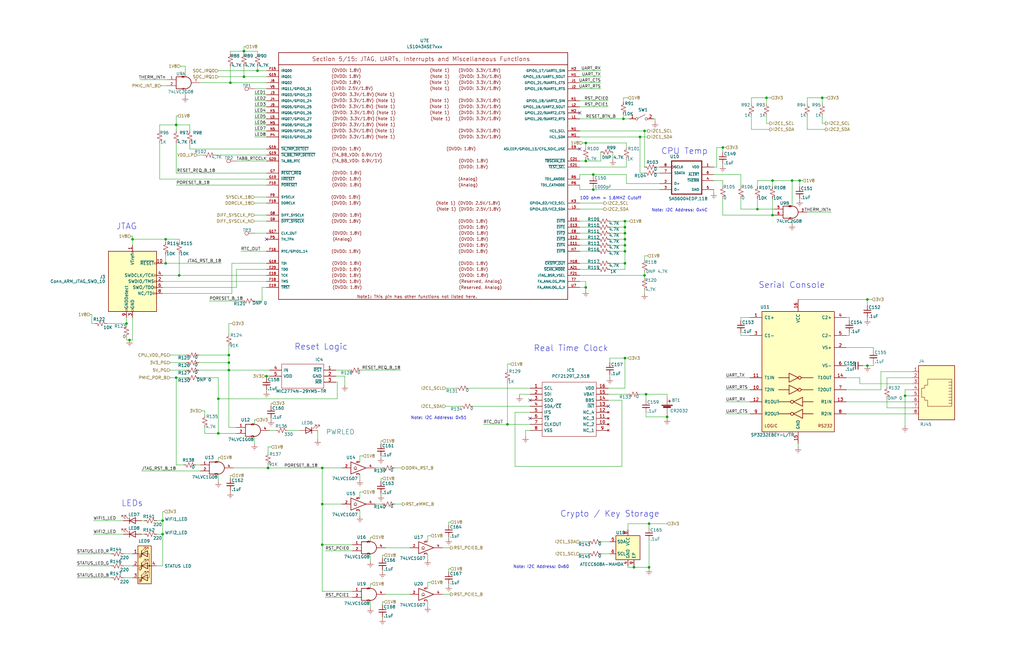
<source format=kicad_sch>
(kicad_sch (version 20200828) (generator eeschema)
  (page 6 12)
  (paper "USLedger")
  (title_block (title "AP2100") (date "2020-10-06") (rev "1") (company "ISis ImageStream Internet Solutions, Inc."))
  (lib_symbols
    (symbol "ADT7461AARMZ-R:ADT7461AARMZ-R" (pin_names (offset 1.016))
      (property "Reference" "U" (at -6.35 21.3106 0))
      (property "Value" "ADT7461AARMZ-R" (at -17.78 -24.3078 0))
      (symbol "ADT7461AARMZ-R_0_0"
        (pin input clock (at -11.43 17.78 0) (length 5.08) (name "SCLK") (number "8"))
        (pin output line (at 11.43 14.605 180) (length 5.08) (name "~ALERT") (number "6"))
        (pin bidirectional line (at -11.43 10.795 0) (length 5.08) (name "D+") (number "2"))
        (pin bidirectional line (at -11.43 8.255 0) (length 5.08) (name "D-") (number "3"))
        (pin bidirectional line (at -11.43 15.24 0) (length 5.08) (name "SDATA") (number "7"))
        (pin output line (at 11.43 12.065 180) (length 5.08) (name "~THERM") (number "4"))
        (pin power_in line (at 11.43 17.78 180) (length 5.08) (name "VDD") (number "1"))
        (pin power_in line (at 11.43 8.255 180) (length 5.08) (name "GND") (number "5"))
      )
    )
    (symbol "AP2100-rescue:GND-Scott" (power) (pin_names (offset 0))
      (property "Value" "GND-Scott" (at 0 -3.81 0))
      (symbol "GND-Scott_1_1"
        (pin power_in line (at 0 0 270) (length 0) hide (name "GND") (number "1"))
      )
    )
    (symbol "AP2100-rescue:LS1043ASE7KQB-Layerscape" (pin_names (offset 1.016))
      (property "Reference" "U" (at 0 0 0))
      (property "Value" "LS1043ASE7KQB-Layerscape" (at 0 2.54 0))
      (symbol "LS1043ASE7KQB-Layerscape_1_1"
        (text "Section 1/15 Digital Ground Pins" (at -18.796 88.1126 0) (effects (font (size 1.778 1.778)) (justify left bottom)))
        (pin power_in line (at -25.4 83.82 0) (length 5.08) (name "GND001") (number "A2"))
        (pin power_in line (at -25.4 78.74 0) (length 5.08) (name "GND003") (number "A24"))
        (pin power_in line (at -25.4 81.28 0) (length 5.08) (name "GND002") (number "A5"))
        (pin power_in line (at 25.4 -78.74 180) (length 5.08) (name "GND135") (number "AB2"))
        (pin power_in line (at 25.4 -81.28 180) (length 5.08) (name "GND136") (number "AB4"))
        (pin power_in line (at 25.4 -83.82 180) (length 5.08) (name "GND137") (number "AD1"))
        (pin power_in line (at 25.4 -86.36 180) (length 5.08) (name "GND138") (number "AD4"))
        (pin power_in line (at 25.4 -88.9 180) (length 5.08) (name "GND139") (number "AE2"))
        (pin power_in line (at -25.4 68.58 0) (length 5.08) (name "GND007") (number "B10"))
        (pin power_in line (at -25.4 66.04 0) (length 5.08) (name "GND008") (number "B13"))
        (pin power_in line (at -25.4 63.5 0) (length 5.08) (name "GND009") (number "B16"))
        (pin power_in line (at -25.4 60.96 0) (length 5.08) (name "GND010") (number "B19"))
        (pin power_in line (at -25.4 58.42 0) (length 5.08) (name "GND011") (number "B21"))
        (pin power_in line (at -25.4 55.88 0) (length 5.08) (name "GND012") (number "B25"))
        (pin power_in line (at -25.4 76.2 0) (length 5.08) (name "GND004") (number "B3"))
        (pin power_in line (at -25.4 73.66 0) (length 5.08) (name "GND005") (number "B4"))
        (pin power_in line (at -25.4 71.12 0) (length 5.08) (name "GND006") (number "B7"))
        (pin power_in line (at -25.4 53.34 0) (length 5.08) (name "GND013") (number "C1"))
        (pin power_in line (at -25.4 50.8 0) (length 5.08) (name "GND014") (number "C2"))
        (pin power_in line (at -25.4 45.72 0) (length 5.08) (name "GND016") (number "C23"))
        (pin power_in line (at -25.4 48.26 0) (length 5.08) (name "GND015") (number "C5"))
        (pin power_in line (at -25.4 33.02 0) (length 5.08) (name "GND021") (number "D12"))
        (pin power_in line (at -25.4 30.48 0) (length 5.08) (name "GND022") (number "D15"))
        (pin power_in line (at -25.4 27.94 0) (length 5.08) (name "GND023") (number "D18"))
        (pin power_in line (at -25.4 25.4 0) (length 5.08) (name "GND024") (number "D21"))
        (pin power_in line (at -25.4 43.18 0) (length 5.08) (name "GND017") (number "D3"))
        (pin power_in line (at -25.4 40.64 0) (length 5.08) (name "GND018") (number "D4"))
        (pin power_in line (at -25.4 38.1 0) (length 5.08) (name "GND019") (number "D7"))
        (pin power_in line (at -25.4 35.56 0) (length 5.08) (name "GND020") (number "D9"))
        (pin power_in line (at -25.4 22.86 0) (length 5.08) (name "GND025") (number "E1"))
        (pin power_in line (at -25.4 20.32 0) (length 5.08) (name "GND026") (number "E2"))
        (pin power_in line (at -25.4 15.24 0) (length 5.08) (name "GND028") (number "E22"))
        (pin power_in line (at -25.4 12.7 0) (length 5.08) (name "GND029") (number "E24"))
        (pin power_in line (at -25.4 17.78 0) (length 5.08) (name "GND027") (number "E5"))
        (pin power_in line (at -25.4 0 0) (length 5.08) (name "GND034") (number "F11"))
        (pin power_in line (at -25.4 -2.54 0) (length 5.08) (name "GND035") (number "F12"))
        (pin power_in line (at -25.4 -5.08 0) (length 5.08) (name "GND036") (number "F13"))
        (pin power_in line (at -25.4 -7.62 0) (length 5.08) (name "GND037") (number "F17"))
        (pin power_in line (at -25.4 -10.16 0) (length 5.08) (name "GND038") (number "F20"))
        (pin power_in line (at -25.4 10.16 0) (length 5.08) (name "GND030") (number "F3"))
        (pin power_in line (at -25.4 7.62 0) (length 5.08) (name "GND031") (number "F4"))
        (pin power_in line (at -25.4 5.08 0) (length 5.08) (name "GND032") (number "F7"))
        (pin power_in line (at -25.4 2.54 0) (length 5.08) (name "GND033") (number "F8"))
        (pin power_in line (at -25.4 -12.7 0) (length 5.08) (name "GND039") (number "G1"))
        (pin power_in line (at -25.4 -15.24 0) (length 5.08) (name "GND040") (number "G2"))
        (pin power_in line (at -25.4 -17.78 0) (length 5.08) (name "GND041") (number "G22"))
        (pin power_in line (at -25.4 -20.32 0) (length 5.08) (name "GND042") (number "G24"))
        (pin power_in line (at -25.4 -35.56 0) (length 5.08) (name "GND048") (number "H10"))
        (pin power_in line (at -25.4 -38.1 0) (length 5.08) (name "GND049") (number "H11"))
        (pin power_in line (at -25.4 -40.64 0) (length 5.08) (name "GND050") (number "H12"))
        (pin power_in line (at -25.4 -43.18 0) (length 5.08) (name "GND051") (number "H13"))
        (pin power_in line (at -25.4 -45.72 0) (length 5.08) (name "GND052") (number "H14"))
        (pin power_in line (at -25.4 -48.26 0) (length 5.08) (name "GND053") (number "H15"))
        (pin power_in line (at -25.4 -50.8 0) (length 5.08) (name "GND054") (number "H16"))
        (pin power_in line (at -25.4 -53.34 0) (length 5.08) (name "GND055") (number "H17"))
        (pin power_in line (at -25.4 -22.86 0) (length 5.08) (name "GND043") (number "H3"))
        (pin power_in line (at -25.4 -25.4 0) (length 5.08) (name "GND044") (number "H4"))
        (pin power_in line (at -25.4 -27.94 0) (length 5.08) (name "GND045") (number "H5"))
        (pin power_in line (at -25.4 -30.48 0) (length 5.08) (name "GND046") (number "H8"))
        (pin power_in line (at -25.4 -33.02 0) (length 5.08) (name "GND047") (number "H9"))
        (pin power_in line (at -25.4 -58.42 0) (length 5.08) (name "GND057") (number "J19"))
        (pin power_in line (at -25.4 -60.96 0) (length 5.08) (name "GND058") (number "J20"))
        (pin power_in line (at -25.4 -63.5 0) (length 5.08) (name "GND059") (number "J24"))
        (pin power_in line (at -25.4 -55.88 0) (length 5.08) (name "GND056") (number "J7"))
        (pin power_in line (at -25.4 -73.66 0) (length 5.08) (name "GND063") (number "K10"))
        (pin power_in line (at -25.4 -76.2 0) (length 5.08) (name "GND064") (number "K12"))
        (pin power_in line (at -25.4 -78.74 0) (length 5.08) (name "GND065") (number "K14"))
        (pin power_in line (at -25.4 -81.28 0) (length 5.08) (name "GND066") (number "K16"))
        (pin power_in line (at -25.4 -83.82 0) (length 5.08) (name "GND067") (number "K19"))
        (pin power_in line (at -25.4 -66.04 0) (length 5.08) (name "GND060") (number "K2"))
        (pin power_in line (at -25.4 -86.36 0) (length 5.08) (name "GND068") (number "K22"))
        (pin power_in line (at -25.4 -68.58 0) (length 5.08) (name "GND061") (number "K4"))
        (pin power_in line (at -25.4 -71.12 0) (length 5.08) (name "GND062") (number "K7"))
        (pin power_in line (at 25.4 83.82 180) (length 5.08) (name "GND071") (number "L11"))
        (pin power_in line (at 25.4 81.28 180) (length 5.08) (name "GND072") (number "L13"))
        (pin power_in line (at 25.4 78.74 180) (length 5.08) (name "GND073") (number "L15"))
        (pin power_in line (at 25.4 76.2 180) (length 5.08) (name "GND074") (number "L17"))
        (pin power_in line (at 25.4 73.66 180) (length 5.08) (name "GND075") (number "L19"))
        (pin power_in line (at 25.4 71.12 180) (length 5.08) (name "GND076") (number "L20"))
        (pin power_in line (at 25.4 68.58 180) (length 5.08) (name "GND077") (number "L24"))
        (pin power_in line (at -25.4 -88.9 0) (length 5.08) (name "GND069") (number "L7"))
        (pin power_in line (at 0 -99.06 90) (length 5.08) (name "GND070") (number "L9"))
        (pin power_in line (at 25.4 63.5 180) (length 5.08) (name "GND079") (number "M10"))
        (pin power_in line (at 25.4 60.96 180) (length 5.08) (name "GND080") (number "M12"))
        (pin power_in line (at 25.4 58.42 180) (length 5.08) (name "GND081") (number "M14"))
        (pin power_in line (at 25.4 55.88 180) (length 5.08) (name "GND082") (number "M16"))
        (pin power_in line (at 25.4 53.34 180) (length 5.08) (name "GND083") (number "M19"))
        (pin power_in line (at 25.4 50.8 180) (length 5.08) (name "GND084") (number "M22"))
        (pin power_in line (at 25.4 66.04 180) (length 5.08) (name "GND078") (number "M7"))
        (pin power_in line (at 25.4 38.1 180) (length 5.08) (name "GND089") (number "N11"))
        (pin power_in line (at 25.4 35.56 180) (length 5.08) (name "GND090") (number "N13"))
        (pin power_in line (at 25.4 33.02 180) (length 5.08) (name "GND091") (number "N15"))
        (pin power_in line (at 25.4 30.48 180) (length 5.08) (name "GND092") (number "N17"))
        (pin power_in line (at 25.4 27.94 180) (length 5.08) (name "GND093") (number "N19"))
        (pin power_in line (at 25.4 48.26 180) (length 5.08) (name "GND085") (number "N2"))
        (pin power_in line (at 25.4 25.4 180) (length 5.08) (name "GND094") (number "N20"))
        (pin power_in line (at 25.4 45.72 180) (length 5.08) (name "GND086") (number "N4"))
        (pin power_in line (at 25.4 43.18 180) (length 5.08) (name "GND087") (number "N6"))
        (pin power_in line (at 25.4 40.64 180) (length 5.08) (name "GND088") (number "N9"))
        (pin power_in line (at 25.4 17.78 180) (length 5.08) (name "GND097") (number "P10"))
        (pin power_in line (at 25.4 15.24 180) (length 5.08) (name "GND098") (number "P12"))
        (pin power_in line (at 25.4 12.7 180) (length 5.08) (name "GND099") (number "P14"))
        (pin power_in line (at 25.4 10.16 180) (length 5.08) (name "GND100") (number "P16"))
        (pin power_in line (at 25.4 7.62 180) (length 5.08) (name "GND101") (number "P19"))
        (pin power_in line (at 25.4 5.08 180) (length 5.08) (name "GND102") (number "P22"))
        (pin power_in line (at 25.4 2.54 180) (length 5.08) (name "GND103") (number "P24"))
        (pin power_in line (at 25.4 22.86 180) (length 5.08) (name "GND095") (number "P7"))
        (pin power_in line (at 25.4 20.32 180) (length 5.08) (name "GND096") (number "P8"))
        (pin power_in line (at 25.4 -2.54 180) (length 5.08) (name "GND105") (number "R11"))
        (pin power_in line (at 25.4 -5.08 180) (length 5.08) (name "GND106") (number "R13"))
        (pin power_in line (at 25.4 -7.62 180) (length 5.08) (name "GND107") (number "R15"))
        (pin power_in line (at 25.4 -10.16 180) (length 5.08) (name "GND108") (number "R17"))
        (pin power_in line (at 25.4 -12.7 180) (length 5.08) (name "GND109") (number "R19"))
        (pin power_in line (at 25.4 -15.24 180) (length 5.08) (name "GND110") (number "R25"))
        (pin power_in line (at 25.4 0 180) (length 5.08) (name "GND104") (number "R9"))
        (pin power_in line (at 25.4 -25.4 180) (length 5.08) (name "GND114") (number "T10"))
        (pin power_in line (at 25.4 -27.94 180) (length 5.08) (name "GND115") (number "T12"))
        (pin power_in line (at 25.4 -30.48 180) (length 5.08) (name "GND116") (number "T14"))
        (pin power_in line (at 25.4 -17.78 180) (length 5.08) (name "GND111") (number "T2"))
        (pin power_in line (at 25.4 -33.02 180) (length 5.08) (name "GND117") (number "T20"))
        (pin power_in line (at 25.4 -20.32 180) (length 5.08) (name "GND112") (number "T4"))
        (pin power_in line (at 25.4 -22.86 180) (length 5.08) (name "GND113") (number "T8"))
        (pin power_in line (at 25.4 -40.64 180) (length 5.08) (name "GND120") (number "U11"))
        (pin power_in line (at 25.4 -43.18 180) (length 5.08) (name "GND121") (number "U20"))
        (pin power_in line (at 25.4 -35.56 180) (length 5.08) (name "GND118") (number "U6"))
        (pin power_in line (at 25.4 -38.1 180) (length 5.08) (name "GND119") (number "U9"))
        (pin power_in line (at 25.4 -53.34 180) (length 5.08) (name "GND125") (number "V10"))
        (pin power_in line (at 25.4 -55.88 180) (length 5.08) (name "GND126") (number "V11"))
        (pin power_in line (at 25.4 -58.42 180) (length 5.08) (name "GND127") (number "V12"))
        (pin power_in line (at 25.4 -60.96 180) (length 5.08) (name "GND128") (number "V13"))
        (pin power_in line (at 25.4 -63.5 180) (length 5.08) (name "GND129") (number "V14"))
        (pin power_in line (at 25.4 -45.72 180) (length 5.08) (name "GND122") (number "V2"))
        (pin power_in line (at 25.4 -66.04 180) (length 5.08) (name "GND130") (number "V20"))
        (pin power_in line (at 25.4 -48.26 180) (length 5.08) (name "GND123") (number "V8"))
        (pin power_in line (at 25.4 -50.8 180) (length 5.08) (name "GND124") (number "V9"))
        (pin power_in line (at 25.4 -71.12 180) (length 5.08) (name "GND132") (number "W20"))
        (pin power_in line (at 25.4 -68.58 180) (length 5.08) (name "GND131") (number "W4"))
        (pin power_in line (at 25.4 -73.66 180) (length 5.08) (name "GND133") (number "Y2"))
        (pin power_in line (at 25.4 -76.2 180) (length 5.08) (name "GND134") (number "Y20"))
      )
      (symbol "LS1043ASE7KQB-Layerscape_2_1"
        (text "Section 2/15 SerDes Ground Pins" (at -18.542 25.2984 0) (effects (font (size 1.778 1.778)) (justify left bottom)))
        (pin power_in line (at -43.18 -21.59 0) (length 5.08) (name "SD_GND18") (number "AA13"))
        (pin power_in line (at -43.18 -24.13 0) (length 5.08) (name "SD_GND19") (number "AA16"))
        (pin power_in line (at 0 -34.29 90) (length 5.08) (name "SD_GND20") (number "AA19"))
        (pin power_in line (at 43.18 21.59 180) (length 5.08) (name "SD_GND21") (number "AB13"))
        (pin power_in line (at 43.18 19.05 180) (length 5.08) (name "SD_GND22") (number "AB16"))
        (pin power_in line (at 43.18 16.51 180) (length 5.08) (name "SD_GND23") (number "AB19"))
        (pin power_in line (at 43.18 13.97 180) (length 5.08) (name "SD_GND24") (number "AC13"))
        (pin power_in line (at 43.18 11.43 180) (length 5.08) (name "SD_GND25") (number "AC14"))
        (pin power_in line (at 43.18 8.89 180) (length 5.08) (name "SD_GND26") (number "AC15"))
        (pin power_in line (at 43.18 6.35 180) (length 5.08) (name "SD_GND27") (number "AC16"))
        (pin power_in line (at 43.18 3.81 180) (length 5.08) (name "SD_GND28") (number "AC17"))
        (pin power_in line (at 43.18 1.27 180) (length 5.08) (name "SD_GND29") (number "AC18"))
        (pin power_in line (at 43.18 -1.27 180) (length 5.08) (name "SD_GND30") (number "AC19"))
        (pin power_in line (at 43.18 -3.81 180) (length 5.08) (name "SD_GND31") (number "AC20"))
        (pin power_in line (at 43.18 -6.35 180) (length 5.08) (name "SD_GND32") (number "AD13"))
        (pin power_in line (at 43.18 -8.89 180) (length 5.08) (name "SD_GND33") (number "AD16"))
        (pin power_in line (at 43.18 -11.43 180) (length 5.08) (name "SD_GND34") (number "AD19"))
        (pin power_in line (at 43.18 -13.97 180) (length 5.08) (name "SD_GND35") (number "AD21"))
        (pin power_in line (at 43.18 -16.51 180) (length 5.08) (name "SD_GND36") (number "AE13"))
        (pin power_in line (at 43.18 -19.05 180) (length 5.08) (name "SD_GND37") (number "AE16"))
        (pin power_in line (at 43.18 -21.59 180) (length 5.08) (name "SD_GND38") (number "AE19"))
        (pin power_in line (at 43.18 -24.13 180) (length 5.08) (name "SD_GND39") (number "AE21"))
        (pin power_in line (at -43.18 21.59 0) (length 5.08) (name "SD_GND01") (number "U15"))
        (pin power_in line (at -43.18 19.05 0) (length 5.08) (name "SD_GND02") (number "U16"))
        (pin power_in line (at -43.18 16.51 0) (length 5.08) (name "SD_GND03") (number "U17"))
        (pin power_in line (at -43.18 13.97 0) (length 5.08) (name "SD_GND04") (number "U18"))
        (pin power_in line (at -43.18 11.43 0) (length 5.08) (name "SD_GND05") (number "U19"))
        (pin power_in line (at -43.18 6.35 0) (length 5.08) (name "SD_GND07") (number "W11"))
        (pin power_in line (at -43.18 8.89 0) (length 5.08) (name "SD_GND06") (number "W8"))
        (pin power_in line (at -43.18 -1.27 0) (length 5.08) (name "SD_GND10") (number "Y10"))
        (pin power_in line (at -43.18 -3.81 0) (length 5.08) (name "SD_GND11") (number "Y11"))
        (pin power_in line (at -43.18 -6.35 0) (length 5.08) (name "SD_GND12") (number "Y12"))
        (pin power_in line (at -43.18 -8.89 0) (length 5.08) (name "SD_GND13") (number "Y14"))
        (pin power_in line (at -43.18 -11.43 0) (length 5.08) (name "SD_GND14") (number "Y15"))
        (pin power_in line (at -43.18 -13.97 0) (length 5.08) (name "SD_GND15") (number "Y16"))
        (pin power_in line (at -43.18 -16.51 0) (length 5.08) (name "SD_GND16") (number "Y17"))
        (pin power_in line (at -43.18 -19.05 0) (length 5.08) (name "SD_GND17") (number "Y18"))
        (pin power_in line (at -43.18 3.81 0) (length 5.08) (name "SD_GND08") (number "Y8"))
        (pin power_in line (at -43.18 1.27 0) (length 5.08) (name "SD_GND09") (number "Y9"))
      )
      (symbol "LS1043ASE7KQB-Layerscape_3_1"
        (text "(1.35V)" (at 11.9888 -26.543 0) (effects (font (size 1.27 1.27)) (justify left bottom)))
        (text "(1.8V)" (at -15.5702 -54.2036 0) (effects (font (size 1.27 1.27)) (justify left bottom)))
        (text "(1V/0.9V)" (at -15.5194 62.738 0) (effects (font (size 1.27 1.27)) (justify left bottom)))
        (text "(1V/0.9V)" (at 12.2936 62.6872 0) (effects (font (size 1.27 1.27)) (justify left bottom)))
        (text "(2.5V/1.8V/1.2V)" (at 6.985 -67.183 0) (effects (font (size 1.27 1.27)) (justify left bottom)))
        (text "(3.3V)" (at 9.5504 -56.9722 0) (effects (font (size 1.27 1.27)) (justify left bottom)))
        (text "(Power Sense Pins)" (at 6.5532 -75.184 0) (effects (font (size 1.27 1.27)) (justify left bottom)))
        (text "(Pull-down/1V/0.9V)" (at 4.7752 -8.4582 0) (effects (font (size 1.27 1.27)) (justify left bottom)))
        (text "Section 3/15 Power Pins" (at -10.8204 69.596 0) (effects (font (size 1.778 1.778)) (justify left bottom)))
        (pin power_in line (at -22.86 -58.42 0) (length 5.08) (name "AVDD_CGA2") (number "G11"))
        (pin power_in line (at -22.86 -55.88 0) (length 5.08) (name "AVDD_CGA1") (number "G12"))
        (pin power_in line (at -22.86 -66.04 0) (length 5.08) (name "AVDD_PLAT") (number "G13"))
        (pin power_in line (at -22.86 -48.26 0) (length 5.08) (name "TA_BB_VDD") (number "H20"))
        (pin power_in line (at -22.86 -27.94 0) (length 5.08) (name "USB_SVDD1") (number "J10"))
        (pin power_in line (at -22.86 -30.48 0) (length 5.08) (name "USB_SVDD2") (number "J11"))
        (pin power_in line (at 27.94 -60.96 180) (length 5.08) (name "USB_HVDD1") (number "J8"))
        (pin power_in line (at 27.94 -58.42 180) (length 5.08) (name "USB_HVDD2") (number "J9"))
        (pin power_in line (at -22.86 -43.18 0) (length 5.08) (name "USB_SDVDD2") (number "K11"))
        (pin power_in line (at -22.86 60.96 0) (length 5.08) (name "VDD01") (number "K13"))
        (pin power_in line (at -22.86 55.88 0) (length 5.08) (name "VDD02") (number "K15"))
        (pin power_in line (at -22.86 50.8 0) (length 5.08) (name "VDD03") (number "K17"))
        (pin power_in line (at -22.86 -40.64 0) (length 5.08) (name "USB_SDVDD1") (number "K9"))
        (pin power_in line (at -22.86 45.72 0) (length 5.08) (name "VDD04") (number "L10"))
        (pin power_in line (at -22.86 40.64 0) (length 5.08) (name "VDD05") (number "L12"))
        (pin power_in line (at -22.86 35.56 0) (length 5.08) (name "VDD06") (number "L14"))
        (pin power_in line (at -22.86 30.48 0) (length 5.08) (name "VDD07") (number "L16"))
        (pin power_in line (at -22.86 25.4 0) (length 5.08) (name "VDD09") (number "M11"))
        (pin power_in line (at -22.86 22.86 0) (length 5.08) (name "VDD10") (number "M13"))
        (pin power_in line (at -22.86 20.32 0) (length 5.08) (name "VDD11") (number "M15"))
        (pin power_in line (at -22.86 15.24 0) (length 5.08) (name "VDD12") (number "M17"))
        (pin power_in line (at -22.86 27.94 0) (length 5.08) (name "VDD08") (number "M9"))
        (pin power_in line (at -22.86 5.08 0) (length 5.08) (name "VDD14") (number "N10"))
        (pin power_in line (at -22.86 0 0) (length 5.08) (name "VDD15") (number "N12"))
        (pin power_in line (at -22.86 -5.08 0) (length 5.08) (name "VDD16") (number "N14"))
        (pin power_in line (at 27.94 2.54 180) (length 5.08) (name "VDD17") (number "N16"))
        (pin power_in line (at -22.86 10.16 0) (length 5.08) (name "VDD13") (number "N8"))
        (pin power_in line (at 27.94 5.08 180) (length 5.08) (name "VDD19") (number "P11"))
        (pin power_in line (at 27.94 7.62 180) (length 5.08) (name "VDD20") (number "P13"))
        (pin power_in line (at 27.94 10.16 180) (length 5.08) (name "VDD21") (number "P15"))
        (pin power_in line (at 27.94 15.24 180) (length 5.08) (name "VDD22") (number "P17"))
        (pin power_in line (at 27.94 0 180) (length 5.08) (name "VDD18") (number "P9"))
        (pin power_in line (at 27.94 22.86 180) (length 5.08) (name "VDD24") (number "R10"))
        (pin power_in line (at 27.94 27.94 180) (length 5.08) (name "VDD25") (number "R12"))
        (pin power_in line (at 27.94 30.48 180) (length 5.08) (name "VDD26") (number "R14"))
        (pin power_in line (at 27.94 33.02 180) (length 5.08) (name "VDD27") (number "R16"))
        (pin power_in line (at 27.94 38.1 180) (length 5.08) (name "VDD28") (number "R18"))
        (pin power_in line (at 27.94 -10.16 180) (length 5.08) (name "FA_VL") (number "R7"))
        (pin power_in line (at 27.94 17.78 180) (length 5.08) (name "VDD23") (number "R8"))
        (pin power_in line (at 27.94 45.72 180) (length 5.08) (name "VDD30") (number "T11"))
        (pin power_in line (at 27.94 50.8 180) (length 5.08) (name "VDD31") (number "T13"))
        (pin power_in line (at -22.86 -12.7 0) (length 5.08) (name "S1VDD1") (number "T15"))
        (pin power_in line (at -22.86 -15.24 0) (length 5.08) (name "S1VDD2") (number "T16"))
        (pin power_in line (at -22.86 -17.78 0) (length 5.08) (name "S1VDD3") (number "T17"))
        (pin power_in line (at -22.86 -20.32 0) (length 5.08) (name "S1VDD4") (number "T18"))
        (pin power_in line (at -22.86 -71.12 0) (length 5.08) (name "AVDD_D1") (number "T19"))
        (pin power_in line (at 27.94 43.18 180) (length 5.08) (name "VDD29") (number "T9"))
        (pin power_in line (at 27.94 60.96 180) (length 5.08) (name "VDD33") (number "U10"))
        (pin power_in line (at 27.94 55.88 180) (length 5.08) (name "VDD32") (number "U8"))
        (pin power_in line (at 27.94 -48.26 180) (length 5.08) (name "AVDD_SD1_PLL2") (number "V19"))
        (pin power_in line (at 27.94 -68.58 180) (length 5.08) (name "TVDD") (number "V6"))
        (pin power_in line (at 27.94 -78.74 180) (length 5.08) (name "SENSEGND") (number "V7"))
        (pin power_in line (at 27.94 -43.18 180) (length 5.08) (name "AVDD_SD1_PLL1") (number "W12"))
        (pin power_in line (at -22.86 -22.86 0) (length 5.08) (name "S1VDD5") (number "W14"))
        (pin power_in line (at 27.94 -27.94 180) (length 5.08) (name "X1VDD1") (number "W15"))
        (pin power_in line (at 27.94 -30.48 180) (length 5.08) (name "X1VDD2") (number "W16"))
        (pin power_in line (at 27.94 -33.02 180) (length 5.08) (name "X1VDD3") (number "W17"))
        (pin power_in line (at 27.94 -35.56 180) (length 5.08) (name "X1VDD4") (number "W18"))
        (pin power_in line (at 27.94 -76.2 180) (length 5.08) (name "SENSEVDD") (number "W7"))
        (pin power_in line (at 27.94 -38.1 180) (length 5.08) (name "X1VDD5") (number "Y19"))
      )
      (symbol "LS1043ASE7KQB-Layerscape_4_1"
        (text "Section 4/15: Power Pins" (at -12.6492 61.468 0) (effects (font (size 1.778 1.778)) (justify left bottom)))
        (pin power_in line (at -29.21 -31.75 0) (length 5.08) (name "G1VDD18") (number "AA20"))
        (pin power_in line (at -29.21 -36.83 0) (length 5.08) (name "G1VDD19") (number "AB22"))
        (pin power_in line (at -29.21 -41.91 0) (length 5.08) (name "G1VDD20") (number "AB24"))
        (pin power_in line (at -29.21 -46.99 0) (length 5.08) (name "G1VDD21") (number "AD22"))
        (pin power_in line (at -29.21 -52.07 0) (length 5.08) (name "G1VDD22") (number "AD25"))
        (pin power_in line (at -29.21 -57.15 0) (length 5.08) (name "G1VDD23") (number "AE24"))
        (pin bidirectional line (at 31.75 -3.81 180) (length 5.08) (name "TA_PROG_SEP") (number "F14"))
        (pin bidirectional line (at 31.75 6.35 180) (length 5.08) (name "PROG_MTR") (number "G14"))
        (pin power_in line (at 31.75 54.61 180) (length 5.08) (name "OVDD1") (number "J12"))
        (pin power_in line (at 31.75 49.53 180) (length 5.08) (name "OVDD2") (number "J13"))
        (pin power_in line (at 31.75 44.45 180) (length 5.08) (name "OVDD3") (number "J14"))
        (pin power_in line (at 31.75 39.37 180) (length 5.08) (name "OVDD4") (number "J15"))
        (pin power_in line (at 31.75 34.29 180) (length 5.08) (name "OVDD5") (number "J16"))
        (pin power_in line (at 31.75 29.21 180) (length 5.08) (name "OVDD6") (number "J17"))
        (pin power_in line (at -29.21 54.61 0) (length 5.08) (name "G1VDD01") (number "J18"))
        (pin power_in line (at -29.21 49.53 0) (length 5.08) (name "G1VDD02") (number "K18"))
        (pin power_in line (at -29.21 44.45 0) (length 5.08) (name "G1VDD03") (number "K20"))
        (pin power_in line (at 31.75 -24.13 180) (length 5.08) (name "DVDD1") (number "K8"))
        (pin power_in line (at -29.21 39.37 0) (length 5.08) (name "G1VDD04") (number "L18"))
        (pin power_in line (at 31.75 -26.67 180) (length 5.08) (name "DVVD2") (number "L8"))
        (pin power_in line (at -29.21 34.29 0) (length 5.08) (name "G1VDD05") (number "M18"))
        (pin power_in line (at -29.21 29.21 0) (length 5.08) (name "G1VDD06") (number "M20"))
        (pin power_in line (at 31.75 -36.83 180) (length 5.08) (name "EVDD") (number "M8"))
        (pin power_in line (at -29.21 24.13 0) (length 5.08) (name "G1VDD07") (number "N18"))
        (pin power_in line (at 31.75 24.13 180) (length 5.08) (name "0VDD7") (number "N7"))
        (pin power_in line (at -29.21 19.05 0) (length 5.08) (name "G1VDD08") (number "P18"))
        (pin power_in line (at -29.21 13.97 0) (length 5.08) (name "G1VDD09") (number "P20"))
        (pin power_in line (at -29.21 8.89 0) (length 5.08) (name "G1VDD10") (number "R21"))
        (pin power_in line (at -29.21 3.81 0) (length 5.08) (name "G1VDD11") (number "R23"))
        (pin power_in line (at -29.21 -1.27 0) (length 5.08) (name "G1VDD12") (number "T22"))
        (pin power_in line (at -29.21 -6.35 0) (length 5.08) (name "G1VDD13") (number "T24"))
        (pin power_in line (at 31.75 16.51 180) (length 5.08) (name "TH_VDD") (number "T6"))
        (pin power_in line (at 31.75 -57.15 180) (length 5.08) (name "LVDD1") (number "U12"))
        (pin power_in line (at 31.75 -52.07 180) (length 5.08) (name "LVDD2") (number "U13"))
        (pin power_in line (at 31.75 -46.99 180) (length 5.08) (name "LVDD3") (number "U14"))
        (pin power_in line (at -29.21 -11.43 0) (length 5.08) (name "G1VDD14") (number "V22"))
        (pin power_in line (at -29.21 -16.51 0) (length 5.08) (name "G1VDD15") (number "V24"))
        (pin power_in line (at -29.21 -21.59 0) (length 5.08) (name "G1VDD16") (number "Y22"))
        (pin power_in line (at -29.21 -26.67 0) (length 5.08) (name "G1VDD17") (number "Y24"))
      )
      (symbol "LS1043ASE7KQB-Layerscape_5_1"
        (text "(Analog)" (at -36.9316 -29.8704 0) (effects (font (size 1.27 1.27)) (justify left bottom)))
        (text "(Analog)" (at 16.002 -4.4958 0) (effects (font (size 1.27 1.27)) (justify left bottom)))
        (text "(Analog)" (at 16.129 -7.0104 0) (effects (font (size 1.27 1.27)) (justify left bottom)))
        (text "(DVDD: 2.5V/1.8V)" (at 15.9004 -14.6812 0) (effects (font (size 1.27 1.27)) (justify left bottom)))
        (text "(DVDD: 2.5V/1.8V)" (at 16.2052 -17.1958 0) (effects (font (size 1.27 1.27)) (justify left bottom)))
        (text "(DVDD: 3.3V/1.8V)" (at -37.5412 26.0858 0) (effects (font (size 1.27 1.27)) (justify left bottom)))
        (text "(DVDD: 3.3V/1.8V)" (at -37.5158 15.9004 0) (effects (font (size 1.27 1.27)) (justify left bottom)))
        (text "(DVDD: 3.3V/1.8V)" (at -37.3634 13.335 0) (effects (font (size 1.27 1.27)) (justify left bottom)))
        (text "(DVDD: 3.3V/1.8V)" (at -37.3634 28.6258 0) (effects (font (size 1.27 1.27)) (justify left bottom)))
        (text "(DVDD: 3.3V/1.8V)" (at -37.338 18.4404 0) (effects (font (size 1.27 1.27)) (justify left bottom)))
        (text "(DVDD: 3.3V/1.8V)" (at -37.2618 31.1658 0) (effects (font (size 1.27 1.27)) (justify left bottom)))
        (text "(DVDD: 3.3V/1.8V)" (at -37.1348 23.5204 0) (effects (font (size 1.27 1.27)) (justify left bottom)))
        (text "(DVDD: 3.3V/1.8V)" (at -37.0332 20.955 0) (effects (font (size 1.27 1.27)) (justify left bottom)))
        (text "(DVDD: 3.3V/1.8V)" (at 16.0782 41.3512 0) (effects (font (size 1.27 1.27)) (justify left bottom)))
        (text "(DVDD: 3.3V/1.8V)" (at 16.1036 15.9004 0) (effects (font (size 1.27 1.27)) (justify left bottom)))
        (text "(DVDD: 3.3V/1.8V)" (at 16.1036 28.6258 0) (effects (font (size 1.27 1.27)) (justify left bottom)))
        (text "(DVDD: 3.3V/1.8V)" (at 16.1798 20.9804 0) (effects (font (size 1.27 1.27)) (justify left bottom)))
        (text "(DVDD: 3.3V/1.8V)" (at 16.1798 33.7058 0) (effects (font (size 1.27 1.27)) (justify left bottom)))
        (text "(DVDD: 3.3V/1.8V)" (at 16.2052 13.335 0) (effects (font (size 1.27 1.27)) (justify left bottom)))
        (text "(DVDD: 3.3V/1.8V)" (at 16.2052 23.5204 0) (effects (font (size 1.27 1.27)) (justify left bottom)))
        (text "(DVDD: 3.3V/1.8V)" (at 16.2052 36.2458 0) (effects (font (size 1.27 1.27)) (justify left bottom)))
        (text "(DVDD: 3.3V/1.8V)" (at 16.2306 26.0604 0) (effects (font (size 1.27 1.27)) (justify left bottom)))
        (text "(DVDD: 3.3V/1.8V)" (at 16.383 38.7604 0) (effects (font (size 1.27 1.27)) (justify left bottom)))
        (text "(LVDD: 2.5V/1.8V)" (at -37.5158 33.7312 0) (effects (font (size 1.27 1.27)) (justify left bottom)))
        (text "(Note 1)" (at -19.1262 15.9004 0) (effects (font (size 1.27 1.27)) (justify left bottom)))
        (text "(Note 1)" (at -19.1262 31.1912 0) (effects (font (size 1.27 1.27)) (justify left bottom)))
        (text "(Note 1)" (at -18.9484 20.9804 0) (effects (font (size 1.27 1.27)) (justify left bottom)))
        (text "(Note 1)" (at -18.8976 26.0858 0) (effects (font (size 1.27 1.27)) (justify left bottom)))
        (text "(Note 1)" (at -18.8722 13.335 0) (effects (font (size 1.27 1.27)) (justify left bottom)))
        (text "(Note 1)" (at -18.796 18.4404 0) (effects (font (size 1.27 1.27)) (justify left bottom)))
        (text "(Note 1)" (at -18.7706 28.6004 0) (effects (font (size 1.27 1.27)) (justify left bottom)))
        (text "(Note 1)" (at -18.542 23.495 0) (effects (font (size 1.27 1.27)) (justify left bottom)))
        (text "(Note 1)" (at 3.8608 28.6258 0) (effects (font (size 1.27 1.27)) (justify left bottom)))
        (text "(Note 1)" (at 3.8608 36.2712 0) (effects (font (size 1.27 1.27)) (justify left bottom)))
        (text "(Note 1)" (at 3.8862 26.0858 0) (effects (font (size 1.27 1.27)) (justify left bottom)))
        (text "(Note 1)" (at 4.0132 23.5204 0) (effects (font (size 1.27 1.27)) (justify left bottom)))
        (text "(Note 1)" (at 4.064 41.3512 0) (effects (font (size 1.27 1.27)) (justify left bottom)))
        (text "(Note 1)" (at 4.0894 33.7058 0) (effects (font (size 1.27 1.27)) (justify left bottom)))
        (text "(Note 1)" (at 4.1148 38.7858 0) (effects (font (size 1.27 1.27)) (justify left bottom)))
        (text "(Note 1)" (at 4.3688 20.955 0) (effects (font (size 1.27 1.27)) (justify left bottom)))
        (text "(Note 1)" (at 6.5786 -14.6558 0) (effects (font (size 1.27 1.27)) (justify left bottom)))
        (text "(Note 1)" (at 6.858 -17.1704 0) (effects (font (size 1.27 1.27)) (justify left bottom)))
        (text "(OVDD: 1.8V)" (at -37.6174 -12.1412 0) (effects (font (size 1.27 1.27)) (justify left bottom)))
        (text "(OVDD: 1.8V)" (at -37.4904 -35.052 0) (effects (font (size 1.27 1.27)) (justify left bottom)))
        (text "(OVDD: 1.8V)" (at -37.465 -22.3012 0) (effects (font (size 1.27 1.27)) (justify left bottom)))
        (text "(OVDD: 1.8V)" (at -37.465 36.2712 0) (effects (font (size 1.27 1.27)) (justify left bottom)))
        (text "(OVDD: 1.8V)" (at -37.465 38.8112 0) (effects (font (size 1.27 1.27)) (justify left bottom)))
        (text "(OVDD: 1.8V)" (at -37.4396 -14.6558 0) (effects (font (size 1.27 1.27)) (justify left bottom)))
        (text "(OVDD: 1.8V)" (at -37.3888 -42.672 0) (effects (font (size 1.27 1.27)) (justify left bottom)))
        (text "(OVDD: 1.8V)" (at -37.3888 8.255 0) (effects (font (size 1.27 1.27)) (justify left bottom)))
        (text "(OVDD: 1.8V)" (at -37.3634 -45.212 0) (effects (font (size 1.27 1.27)) (justify left bottom)))
        (text "(OVDD: 1.8V)" (at -37.338 -4.4704 0) (effects (font (size 1.27 1.27)) (justify left bottom)))
        (text "(OVDD: 1.8V)" (at -37.3126 -47.752 0) (effects (font (size 1.27 1.27)) (justify left bottom)))
        (text "(OVDD: 1.8V)" (at -37.3126 41.3512 0) (effects (font (size 1.27 1.27)) (justify left bottom)))
        (text "(OVDD: 1.8V)" (at -37.211 -40.0812 0) (effects (font (size 1.27 1.27)) (justify left bottom)))
        (text "(OVDD: 1.8V)" (at -37.211 -7.0104 0) (effects (font (size 1.27 1.27)) (justify left bottom)))
        (text "(OVDD: 1.8V)" (at -37.1602 -19.7358 0) (effects (font (size 1.27 1.27)) (justify left bottom)))
        (text "(OVDD: 1.8V)" (at -37.1348 -1.9304 0) (effects (font (size 1.27 1.27)) (justify left bottom)))
        (text "(OVDD: 1.8V)" (at -37.1094 -27.3558 0) (effects (font (size 1.27 1.27)) (justify left bottom)))
        (text "(OVDD: 1.8V)" (at -37.0332 -50.2158 0) (effects (font (size 1.27 1.27)) (justify left bottom)))
        (text "(OVDD: 1.8V)" (at 10.9982 8.255 0) (effects (font (size 1.27 1.27)) (justify left bottom)))
        (text "(OVDD: 1.8V)" (at 16.0274 -22.3012 0) (effects (font (size 1.27 1.27)) (justify left bottom)))
        (text "(OVDD: 1.8V)" (at 16.0782 -35.0266 0) (effects (font (size 1.27 1.27)) (justify left bottom)))
        (text "(OVDD: 1.8V)" (at 16.1036 -40.132 0) (effects (font (size 1.27 1.27)) (justify left bottom)))
        (text "(OVDD: 1.8V)" (at 16.129 -32.4866 0) (effects (font (size 1.27 1.27)) (justify left bottom)))
        (text "(OVDD: 1.8V)" (at 16.129 -24.8412 0) (effects (font (size 1.27 1.27)) (justify left bottom)))
        (text "(OVDD: 1.8V)" (at 16.1544 0.6096 0) (effects (font (size 1.27 1.27)) (justify left bottom)))
        (text "(OVDD: 1.8V)" (at 16.2052 -42.6212 0) (effects (font (size 1.27 1.27)) (justify left bottom)))
        (text "(OVDD: 1.8V)" (at 16.2052 3.175 0) (effects (font (size 1.27 1.27)) (justify left bottom)))
        (text "(OVDD: 1.8V)" (at 16.256 -27.3558 0) (effects (font (size 1.27 1.27)) (justify left bottom)))
        (text "(OVDD: 1.8V)" (at 16.2814 -29.8958 0) (effects (font (size 1.27 1.27)) (justify left bottom)))
        (text "(OVDD: 1.8V)" (at 16.3068 -45.1612 0) (effects (font (size 1.27 1.27)) (justify left bottom)))
        (text "(Reserved, Analog)" (at 16.2306 -50.2666 0) (effects (font (size 1.27 1.27)) (justify left bottom)))
        (text "(Reserved, Analog)" (at 16.3576 -47.6758 0) (effects (font (size 1.27 1.27)) (justify left bottom)))
        (text "(TA_BB_VDD: 0.9V/1V)" (at -37.3634 5.715 0) (effects (font (size 1.27 1.27)) (justify left bottom)))
        (text "(TA_BB_VDD: 0.9V/1V)" (at -37.3126 3.175 0) (effects (font (size 1.27 1.27)) (justify left bottom)))
        (text "Note1: This pin has other functions not listed here." (at -26.67 -54.1528 0) (effects (font (size 1.27 1.27)) (justify left bottom)))
        (text "Section 5/15: JTAG, UARTs, Interrupts and Miscellaneous Functions" (at -45.6692 45.8216 0) (effects (font (size 1.778 1.778)) (justify left bottom)))
        (pin bidirectional line (at 67.31 -41.91 180) (length 5.08) (name "~SCAN_MODE~") (number "A21"))
        (pin bidirectional line (at 67.31 3.81 180) (length 5.08) (name "~TBSCAN_EN~") (number "C21"))
        (pin bidirectional line (at 67.31 -21.59 180) (length 5.08) (name "~EVT0~") (number "E10"))
        (pin bidirectional line (at 67.31 -31.75 180) (length 5.08) (name "~EVT4~") (number "E11"))
        (pin bidirectional line (at 67.31 -29.21 180) (length 5.08) (name "~EVT3~") (number "E12"))
        (pin bidirectional line (at 67.31 -24.13 180) (length 5.08) (name "~EVT1~") (number "E13"))
        (pin bidirectional line (at -64.77 -44.45 0) (length 5.08) (name "TCK") (number "E18"))
        (pin bidirectional line (at -64.77 -49.53 0) (length 5.08) (name "~TRST~") (number "E19"))
        (pin bidirectional line (at -64.77 -41.91 0) (length 5.08) (name "TDO") (number "E20"))
        (pin bidirectional line (at 67.31 1.27 180) (length 5.08) (name "~TEST_SEL~") (number "E21"))
        (pin bidirectional line (at 67.31 -26.67 180) (length 5.08) (name "~EVT2~") (number "E8"))
        (pin output line (at 67.31 8.89 180) (length 5.08) (name "ASLEEP/GPIO1_13/CFG_SOIC_USE") (number "E9"))
        (pin input line (at -64.77 -6.35 0) (length 5.08) (name "~PORESET~") (number "F10"))
        (pin bidirectional line (at -64.77 41.91 0) (length 5.08) (name "IRQ00") (number "F15"))
        (pin bidirectional line (at -64.77 -34.29 0) (length 5.08) (name "RTC/GPIO1_14") (number "F16"))
        (pin bidirectional line (at -64.77 -46.99 0) (length 5.08) (name "TMS") (number "F18"))
        (pin bidirectional line (at -64.77 -13.97 0) (length 5.08) (name "DDRCLK") (number "F19"))
        (pin bidirectional line (at 67.31 -44.45 180) (length 5.08) (name "JTAG_BSR_VSEL") (number "F21"))
        (pin input line (at -64.77 -11.43 0) (length 5.08) (name "SYSCLK") (number "F9"))
        (pin bidirectional line (at -64.77 -3.81 0) (length 5.08) (name "~HRESET~") (number "G10"))
        (pin bidirectional line (at -64.77 39.37 0) (length 5.08) (name "IRQ01") (number "G15"))
        (pin bidirectional line (at -64.77 8.89 0) (length 5.08) (name "~TA_TMP_DETECT~") (number "G16"))
        (pin bidirectional line (at -64.77 -26.67 0) (length 5.08) (name "CLK_OUT") (number "G17"))
        (pin bidirectional line (at -64.77 -39.37 0) (length 5.08) (name "TDI") (number "G18"))
        (pin bidirectional line (at -64.77 6.35 0) (length 5.08) (name "~TA_BB_TMP_DETECT~") (number "G19"))
        (pin bidirectional line (at -64.77 3.81 0) (length 5.08) (name "TA_BB_RTC") (number "G20"))
        (pin output line (at -64.77 -1.27 0) (length 5.08) (name "~RESET_REQ~") (number "G7"))
        (pin bidirectional line (at -64.77 -19.05 0) (length 5.08) (name "DIFF_SYSCLK") (number "G8"))
        (pin bidirectional line (at -64.77 -21.59 0) (length 5.08) (name "~DIFF_SYSCLK~") (number "G9"))
        (pin output line (at 67.31 39.37 180) (length 5.08) (name "GPIO1_15/UART1_SOUT") (number "H1"))
        (pin bidirectional line (at 67.31 -39.37 180) (length 5.08) (name "~CKSTP_OUT~") (number "H18"))
        (pin input line (at 67.31 41.91 180) (length 5.08) (name "GPIO1_17/UART1_SIN") (number "H2"))
        (pin bidirectional line (at 67.31 -34.29 180) (length 5.08) (name "~EVT9~") (number "H7"))
        (pin input line (at 67.31 36.83 180) (length 5.08) (name "GPIO1_21/!UART1_CTS") (number "J1"))
        (pin bidirectional line (at 67.31 34.29 180) (length 5.08) (name "GPIO1_19/!UART1_RTS") (number "J2"))
        (pin input line (at -64.77 31.75 0) (length 5.08) (name "IRQ03/GPIO1_23") (number "J3"))
        (pin input line (at -64.77 29.21 0) (length 5.08) (name "IRQ04/GPIO1_24") (number "J4"))
        (pin input line (at -64.77 26.67 0) (length 5.08) (name "IRQ05/GPIO1_25") (number "J5"))
        (pin input line (at -64.77 36.83 0) (length 5.08) (name "IRQ02") (number "J6"))
        (pin input line (at 67.31 29.21 180) (length 5.08) (name "GPIO1_18/UART2_SIN") (number "K1"))
        (pin bidirectional line (at 67.31 -13.97 180) (length 5.08) (name "GPIO4_02/IIC2_SCL") (number "K3"))
        (pin input line (at -64.77 24.13 0) (length 5.08) (name "IRQ06/GPIO1_26") (number "K5"))
        (pin bidirectional line (at 67.31 21.59 180) (length 5.08) (name "GPIO1_20/!UART2_RTS") (number "L1"))
        (pin output line (at 67.31 26.67 180) (length 5.08) (name "GPIO1_16/UART2_SOUT") (number "L2"))
        (pin bidirectional line (at 67.31 -16.51 180) (length 5.08) (name "GPIO4_03/IIC2_SDA") (number "L3"))
        (pin input line (at -64.77 21.59 0) (length 5.08) (name "IRQ07/GPIO1_27") (number "L5"))
        (pin bidirectional line (at 67.31 13.97 180) (length 5.08) (name "IIC1_SDA") (number "M1"))
        (pin bidirectional line (at 67.31 24.13 180) (length 5.08) (name "GPIO1_22/!UART2_CTS") (number "M2"))
        (pin input line (at -64.77 19.05 0) (length 5.08) (name "IRQ08/GPIO1_28") (number "M5"))
        (pin bidirectional line (at 67.31 16.51 180) (length 5.08) (name "IIC1_SCL") (number "N1"))
        (pin input line (at -64.77 16.51 0) (length 5.08) (name "IRQ09/GPIO1_29") (number "N5"))
        (pin bidirectional line (at -64.77 13.97 0) (length 5.08) (name "IRQ10/GPIO1_30") (number "P4"))
        (pin bidirectional line (at -64.77 -29.21 0) (length 5.08) (name "TH_TPA") (number "P5"))
        (pin bidirectional line (at 67.31 -6.35 180) (length 5.08) (name "TD1_CATHODE") (number "P6"))
        (pin bidirectional line (at 67.31 -3.81 180) (length 5.08) (name "TD1_ANODE") (number "R6"))
        (pin bidirectional line (at 67.31 -46.99 180) (length 5.08) (name "FA_ANALOG_PIN") (number "T7"))
        (pin bidirectional line (at 67.31 -49.53 180) (length 5.08) (name "FA_ANALOG_G_V") (number "U7"))
        (pin bidirectional line (at -64.77 34.29 0) (length 5.08) (name "IRQ11/GPIO1_31") (number "V5"))
      )
      (symbol "LS1043ASE7KQB-Layerscape_6_1"
        (text "(EVDD: 3.3V/1.8V)" (at -21.1074 -9.9822 0) (effects (font (size 1.27 1.27)) (justify left bottom)))
        (text "(EVDD: 3.3V/1.8V)" (at -21.0058 -4.826 0) (effects (font (size 1.27 1.27)) (justify left bottom)))
        (text "(EVDD: 3.3V/1.8V)" (at -20.9804 -17.5514 0) (effects (font (size 1.27 1.27)) (justify left bottom)))
        (text "(EVDD: 3.3V/1.8V)" (at -20.8026 -7.2644 0) (effects (font (size 1.27 1.27)) (justify left bottom)))
        (text "(EVDD: 3.3V/1.8V)" (at -20.7518 -19.9644 0) (effects (font (size 1.27 1.27)) (justify left bottom)))
        (text "(EVDD: 3.3V/1.8V)" (at -20.7518 -12.319 0) (effects (font (size 1.27 1.27)) (justify left bottom)))
        (text "(Note 1)" (at -5.1308 5.334 0) (effects (font (size 1.27 1.27)) (justify left bottom)))
        (text "(Note 1)" (at -4.953 7.9756 0) (effects (font (size 1.27 1.27)) (justify left bottom)))
        (text "(Note 1)" (at -4.9276 -12.3698 0) (effects (font (size 1.27 1.27)) (justify left bottom)))
        (text "(Note 1)" (at -4.8768 2.9464 0) (effects (font (size 1.27 1.27)) (justify left bottom)))
        (text "(Note 1)" (at -4.8514 -4.699 0) (effects (font (size 1.27 1.27)) (justify left bottom)))
        (text "(Note 1)" (at -4.8514 0.4064 0) (effects (font (size 1.27 1.27)) (justify left bottom)))
        (text "(Note 1)" (at -4.7244 13.1826 0) (effects (font (size 1.27 1.27)) (justify left bottom)))
        (text "(Note 1)" (at -4.699 -7.1374 0) (effects (font (size 1.27 1.27)) (justify left bottom)))
        (text "(Note 1)" (at -4.6482 -19.8374 0) (effects (font (size 1.27 1.27)) (justify left bottom)))
        (text "(Note 1)" (at -4.6482 -9.652 0) (effects (font (size 1.27 1.27)) (justify left bottom)))
        (text "(Note 1)" (at -4.5212 -17.1958 0) (effects (font (size 1.27 1.27)) (justify left bottom)))
        (text "(OVDD: 1.8V)" (at -21.0312 2.794 0) (effects (font (size 1.27 1.27)) (justify left bottom)))
        (text "(OVDD: 1.8V)" (at -21.0058 15.5448 0) (effects (font (size 1.27 1.27)) (justify left bottom)))
        (text "(OVDD: 1.8V)" (at -20.7772 13.1064 0) (effects (font (size 1.27 1.27)) (justify left bottom)))
        (text "(OVDD: 1.8V)" (at -20.7518 8.0518 0) (effects (font (size 1.27 1.27)) (justify left bottom)))
        (text "(OVDD: 1.8V)" (at -20.701 18.2372 0) (effects (font (size 1.27 1.27)) (justify left bottom)))
        (text "(OVDD: 1.8V)" (at -20.5994 5.588 0) (effects (font (size 1.27 1.27)) (justify left bottom)))
        (text "(OVDD: 1.8V)" (at -20.3962 0.6096 0) (effects (font (size 1.27 1.27)) (justify left bottom)))
        (text "Note1: This pin has other functions not listed here." (at -22.5552 -23.6982 0) (effects (font (size 1.27 1.27)) (justify left bottom)))
        (text "Section 6/15: SPI and SDH" (at -16.4846 21.971 0) (effects (font (size 1.778 1.778)) (justify left bottom)))
        (pin bidirectional line (at 22.86 -3.81 180) (length 5.08) (name "SDHC_DAT0") (number "P1"))
        (pin bidirectional line (at 22.86 -19.05 180) (length 5.08) (name "SDHC_CMD") (number "P2"))
        (pin bidirectional line (at 22.86 -16.51 180) (length 5.08) (name "SDHC_CLK") (number "P3"))
        (pin bidirectional line (at 22.86 -8.89 180) (length 5.08) (name "SDHC_DAT2") (number "R1"))
        (pin bidirectional line (at 22.86 -6.35 180) (length 5.08) (name "SDHC_DAT1") (number "R2"))
        (pin bidirectional clock (at 22.86 13.97 180) (length 5.08) (name "SPI_CLK") (number "R3"))
        (pin bidirectional line (at 22.86 16.51 180) (length 5.08) (name "SPI_MOSI") (number "R4"))
        (pin bidirectional line (at 22.86 19.05 180) (length 5.08) (name "SPI_MISO") (number "R5"))
        (pin bidirectional line (at 22.86 -11.43 180) (length 5.08) (name "SDHC_DAT3") (number "T1"))
        (pin bidirectional line (at 22.86 8.89 180) (length 5.08) (name "~SPI_CS0~") (number "T3"))
        (pin bidirectional line (at 22.86 6.35 180) (length 5.08) (name "~SPI_CS1~") (number "T5"))
        (pin bidirectional line (at 22.86 1.27 180) (length 5.08) (name "~SPI_CS3~") (number "U3"))
        (pin bidirectional line (at 22.86 3.81 180) (length 5.08) (name "~SPI_CS2~") (number "U5"))
      )
      (symbol "LS1043ASE7KQB-Layerscape_7_1"
        (text "(Note 1)" (at 0.5334 -34.5948 0) (effects (font (size 1.27 1.27)) (justify left bottom)))
        (text "(Note 1)" (at 0.5334 -32.1056 0) (effects (font (size 1.27 1.27)) (justify left bottom)))
        (text "(Note 1)" (at 0.5334 -29.5656 0) (effects (font (size 1.27 1.27)) (justify left bottom)))
        (text "(Note 1)" (at 0.5334 -19.3802 0) (effects (font (size 1.27 1.27)) (justify left bottom)))
        (text "(Note 1)" (at 0.5588 -21.9964 0) (effects (font (size 1.27 1.27)) (justify left bottom)))
        (text "(Note 1)" (at 0.5588 -16.9164 0) (effects (font (size 1.27 1.27)) (justify left bottom)))
        (text "(Note 1)" (at 0.5588 -9.2456 0) (effects (font (size 1.27 1.27)) (justify left bottom)))
        (text "(Note 1)" (at 0.5842 -24.6126 0) (effects (font (size 1.27 1.27)) (justify left bottom)))
        (text "(Note 1)" (at 0.5842 -14.4272 0) (effects (font (size 1.27 1.27)) (justify left bottom)))
        (text "(Note 1)" (at 0.5842 -11.8618 0) (effects (font (size 1.27 1.27)) (justify left bottom)))
        (text "(Note 1)" (at 0.6096 -27.2034 0) (effects (font (size 1.27 1.27)) (justify left bottom)))
        (text "(Note 1)" (at 10.7442 -32.1564 0) (effects (font (size 1.27 1.27)) (justify left bottom)))
        (text "(Note 1)" (at 10.7442 28.9814 0) (effects (font (size 1.27 1.27)) (justify left bottom)))
        (text "(Note 1)" (at 10.7696 -34.7726 0) (effects (font (size 1.27 1.27)) (justify left bottom)))
        (text "(Note 1)" (at 10.7696 -29.6926 0) (effects (font (size 1.27 1.27)) (justify left bottom)))
        (text "(Note 1)" (at 10.7696 0.8382 0) (effects (font (size 1.27 1.27)) (justify left bottom)))
        (text "(Note 1)" (at 10.7696 31.242 0) (effects (font (size 1.27 1.27)) (justify left bottom)))
        (text "(Note 1)" (at 10.7696 33.8582 0) (effects (font (size 1.27 1.27)) (justify left bottom)))
        (text "(OVDD: 1.8V)" (at -27.3812 38.9636 0) (effects (font (size 1.27 1.27)) (justify left bottom)))
        (text "(OVDD: 1.8V)" (at 18.3642 39.243 0) (effects (font (size 1.27 1.27)) (justify left bottom)))
        (text "Note1: This pin has other functions not listed here." (at -19.7612 -46.2534 0) (effects (font (size 1.27 1.27)) (justify left bottom)))
        (text "Section 7/15: Integrated Flash Controller" (at -21.7424 43.688 0) (effects (font (size 1.778 1.778)) (justify left bottom)))
        (pin bidirectional line (at -35.56 26.67 0) (length 5.08) (name "IFC_AD04/CFG_GPINPUT4") (number "A10"))
        (pin bidirectional line (at -35.56 21.59 0) (length 5.08) (name "IFC_AD06/CFG_GPINPUT6") (number "A11"))
        (pin bidirectional line (at -35.56 16.51 0) (length 5.08) (name "IFC_AD08/CFG_RCW_SRC0") (number "A12"))
        (pin bidirectional line (at -35.56 13.97 0) (length 5.08) (name "IFC_AD09/CFG_RCW_SRC1") (number "A13"))
        (pin bidirectional line (at -35.56 8.89 0) (length 5.08) (name "IFC_AD11/CFG_RCW_SRC3") (number "A14"))
        (pin bidirectional line (at -35.56 3.81 0) (length 5.08) (name "IFC_AD13/CFG_RCW_SRC5") (number "A15"))
        (pin bidirectional line (at -35.56 1.27 0) (length 5.08) (name "IFC_AD14/CFG_RCW_SRC6") (number "A16"))
        (pin bidirectional line (at -35.56 -1.27 0) (length 5.08) (name "IFC_AD15/CFG_RCW_SRC7") (number "A17"))
        (pin bidirectional line (at 35.56 -39.37 180) (length 5.08) (name "IFC_AVD") (number "A18"))
        (pin bidirectional line (at 35.56 34.29 180) (length 5.08) (name "~IFC_CS1~") (number "A19"))
        (pin bidirectional line (at 35.56 8.89 180) (length 5.08) (name "IFC_CLK0") (number "A20"))
        (pin bidirectional line (at -35.56 34.29 0) (length 5.08) (name "IFC_AD01/CFG_GPINPUT1") (number "A8"))
        (pin bidirectional line (at -35.56 29.21 0) (length 5.08) (name "IFC_AD03/CFG_GPINPUT3") (number "A9"))
        (pin bidirectional line (at -35.56 24.13 0) (length 5.08) (name "IFC_AD05/CFG_GPINPUT5") (number "B11"))
        (pin bidirectional line (at -35.56 19.05 0) (length 5.08) (name "IFC_AD07/CFG_GPINPUT7") (number "B12"))
        (pin bidirectional line (at -35.56 11.43 0) (length 5.08) (name "IFC_AD10/CFG_RCW_SRC2") (number "B14"))
        (pin bidirectional line (at -35.56 6.35 0) (length 5.08) (name "IFC_AD12/CFG_RCW_SRC4") (number "B15"))
        (pin bidirectional line (at 35.56 -24.13 180) (length 5.08) (name "IFC_NDDQS") (number "B17"))
        (pin bidirectional line (at 35.56 -29.21 180) (length 5.08) (name "IFC_PAR0") (number "B18"))
        (pin bidirectional line (at 35.56 6.35 180) (length 5.08) (name "IFC_CLK1") (number "B20"))
        (pin bidirectional line (at -35.56 36.83 0) (length 5.08) (name "IFC_AD00/CFG_GPINPUT0") (number "B8"))
        (pin bidirectional line (at -35.56 31.75 0) (length 5.08) (name "IFC_AD02/CFG_GPINPUT2") (number "B9"))
        (pin bidirectional line (at -35.56 -16.51 0) (length 5.08) (name "IFC_A20") (number "C10"))
        (pin bidirectional line (at -35.56 -19.05 0) (length 5.08) (name "IFC_A21/CFG_DRAM_TYPE") (number "C11"))
        (pin bidirectional line (at -35.56 -24.13 0) (length 5.08) (name "IFC_A23/!IFC_WP2") (number "C12"))
        (pin bidirectional line (at -35.56 -29.21 0) (length 5.08) (name "IFC_A25/!IFC_RB2") (number "C13"))
        (pin bidirectional line (at -35.56 -34.29 0) (length 5.08) (name "IFC_A27/IFC_CS_B6") (number "C14"))
        (pin bidirectional line (at 35.56 21.59 180) (length 5.08) (name "~IFC_WE0~") (number "C15"))
        (pin bidirectional line (at -35.56 -39.37 0) (length 5.08) (name "~IFC_RB0~") (number "C16"))
        (pin bidirectional line (at 35.56 36.83 180) (length 5.08) (name "~IFC_CS0~") (number "C17"))
        (pin bidirectional line (at 35.56 24.13 180) (length 5.08) (name "~IFC_OE~") (number "C18"))
        (pin bidirectional line (at 35.56 19.05 180) (length 5.08) (name "CFG_RCW_SRC8/IFC_CLE") (number "C19"))
        (pin bidirectional line (at 35.56 29.21 180) (length 5.08) (name "~IFC_CS3~") (number "C20"))
        (pin bidirectional line (at -35.56 -8.89 0) (length 5.08) (name "IFC_A17") (number "C8"))
        (pin bidirectional line (at -35.56 -11.43 0) (length 5.08) (name "IFC_A18") (number "C9"))
        (pin bidirectional line (at -35.56 -13.97 0) (length 5.08) (name "IFC_A19") (number "D10"))
        (pin bidirectional line (at -35.56 -21.59 0) (length 5.08) (name "IFC_A22/!IFC_WP1") (number "D11"))
        (pin bidirectional line (at -35.56 -26.67 0) (length 5.08) (name "IFC_A24/!IFC_WP3") (number "D13"))
        (pin bidirectional line (at -35.56 -31.75 0) (length 5.08) (name "IFC_A26/!IFC_RB3") (number "D14"))
        (pin bidirectional line (at -35.56 -41.91 0) (length 5.08) (name "~IFC_RB1~") (number "D16"))
        (pin bidirectional line (at 35.56 -31.75 180) (length 5.08) (name "IFC_PAR1") (number "D17"))
        (pin bidirectional line (at 35.56 -41.91 180) (length 5.08) (name "~IFC_WP0~") (number "D19"))
        (pin bidirectional line (at 35.56 31.75 180) (length 5.08) (name "~IFC_CS2~") (number "D20"))
        (pin bidirectional line (at -35.56 -6.35 0) (length 5.08) (name "IFC_A16") (number "D8"))
        (pin bidirectional line (at 35.56 1.27 180) (length 5.08) (name "IFC_TE") (number "E14"))
        (pin bidirectional line (at 35.56 -36.83 180) (length 5.08) (name "IFC_BCTL") (number "E15"))
        (pin bidirectional line (at 35.56 -21.59 180) (length 5.08) (name "IFC_NDDDR_CLK") (number "E16"))
        (pin bidirectional line (at 35.56 -34.29 180) (length 5.08) (name "~IFC_PERR~") (number "E17"))
      )
      (symbol "LS1043ASE7KQB-Layerscape_8_1"
        (text "(G1VDD: 1.35/1.2V)" (at -18.4912 70.5612 0) (effects (font (size 1.27 1.27)) (justify left bottom)))
        (text "(G1VDD: 1.35/1.2V)" (at 1.8542 70.5612 0) (effects (font (size 1.27 1.27)) (justify left bottom)))
        (text "Section 8/15: DDR3/4 Controller" (at -19.2278 75.1078 0) (effects (font (size 1.778 1.778)) (justify left bottom)))
        (pin bidirectional line (at 24.13 -71.12 180) (length 5.08) (name "D1_MECC1") (number "A22"))
        (pin bidirectional line (at -26.67 -55.88 0) (length 5.08) (name "~D1_MDQS8~") (number "A23"))
        (pin bidirectional line (at 24.13 50.8 180) (length 5.08) (name "D1_MA01") (number "AA21"))
        (pin bidirectional line (at 24.13 -12.7 180) (length 5.08) (name "~D1_MCS3~") (number "AA22"))
        (pin bidirectional line (at 24.13 43.18 180) (length 5.08) (name "D1_MA04") (number "AA23"))
        (pin bidirectional line (at 24.13 7.62 180) (length 5.08) (name "D1_MCK0") (number "AA24"))
        (pin bidirectional line (at 24.13 5.08 180) (length 5.08) (name "~D1_MCK0~") (number "AA25"))
        (pin bidirectional line (at 24.13 -10.16 180) (length 5.08) (name "~D1_MCS2~") (number "AB20"))
        (pin bidirectional line (at 24.13 12.7 180) (length 5.08) (name "D1_MCKE1") (number "AB21"))
        (pin bidirectional line (at 24.13 27.94 180) (length 5.08) (name "D1_MA10") (number "AB23"))
        (pin bidirectional line (at 24.13 -27.94 180) (length 5.08) (name "~D1_MRAS~") (number "AB25"))
        (pin bidirectional line (at 24.13 68.58 180) (length 5.08) (name "D1_MBA0") (number "AC21"))
        (pin bidirectional line (at 24.13 -25.4 180) (length 5.08) (name "~D1_MCAS~") (number "AC22"))
        (pin bidirectional line (at 24.13 22.86 180) (length 5.08) (name "D1_MA12") (number "AC23"))
        (pin bidirectional line (at 24.13 38.1 180) (length 5.08) (name "D1_MA06") (number "AC24"))
        (pin bidirectional line (at 24.13 53.34 180) (length 5.08) (name "D1_MA00") (number "AC25"))
        (pin bidirectional line (at 24.13 45.72 180) (length 5.08) (name "D1_MA03") (number "AD23"))
        (pin bidirectional line (at -26.67 -73.66 0) (length 5.08) (name "~D1_MAPAR_ERR~") (number "AD24"))
        (pin bidirectional line (at 24.13 58.42 180) (length 5.08) (name "D1_MA14//MBG1") (number "AE22"))
        (pin bidirectional line (at 24.13 60.96 180) (length 5.08) (name "D1_MBA2/MBG0") (number "AE23"))
        (pin bidirectional line (at -26.67 58.42 0) (length 5.08) (name "D1_MDM8") (number "B22"))
        (pin bidirectional line (at -26.67 -53.34 0) (length 5.08) (name "D1_MDQS8") (number "B23"))
        (pin bidirectional line (at -26.67 0 0) (length 5.08) (name "D1_MDQ20") (number "B24"))
        (pin bidirectional line (at 24.13 -68.58 180) (length 5.08) (name "D1_MECC0") (number "C22"))
        (pin bidirectional line (at -26.67 10.16 0) (length 5.08) (name "D1_MDQ16") (number "C24"))
        (pin bidirectional line (at -26.67 7.62 0) (length 5.08) (name "D1_MDQ17") (number "C25"))
        (pin bidirectional line (at 24.13 -73.66 180) (length 5.08) (name "D1_MECC2") (number "D22"))
        (pin bidirectional line (at 24.13 -76.2 180) (length 5.08) (name "D1_MECC3") (number "D23"))
        (pin bidirectional line (at -26.67 -2.54 0) (length 5.08) (name "D1_MDQ21") (number "D24"))
        (pin bidirectional line (at -26.67 -45.72 0) (length 5.08) (name "~D1_MDQS2~") (number "D25"))
        (pin bidirectional line (at -26.67 63.5 0) (length 5.08) (name "D1_MDM2") (number "E23"))
        (pin bidirectional line (at -26.67 -43.18 0) (length 5.08) (name "D1_MDQS2") (number "E25"))
        (pin bidirectional line (at -26.67 -10.16 0) (length 5.08) (name "D1_MDQ24") (number "F22"))
        (pin bidirectional line (at -26.67 -22.86 0) (length 5.08) (name "D1_MDQ29") (number "F23"))
        (pin bidirectional line (at -26.67 5.08 0) (length 5.08) (name "D1_MDQ18") (number "F24"))
        (pin bidirectional line (at -26.67 -5.08 0) (length 5.08) (name "D1_MDQ22") (number "F25"))
        (pin bidirectional line (at -26.67 -20.32 0) (length 5.08) (name "D1_MDQ28") (number "G21"))
        (pin bidirectional line (at -26.67 60.96 0) (length 5.08) (name "D1_MDM3") (number "G23"))
        (pin bidirectional line (at -26.67 -7.62 0) (length 5.08) (name "D1_MDQ23") (number "G25"))
        (pin bidirectional line (at -26.67 -78.74 0) (length 5.08) (name "D1_MVREF") (number "H19"))
        (pin bidirectional line (at -26.67 -12.7 0) (length 5.08) (name "D1_MDQ25") (number "H21"))
        (pin bidirectional line (at -26.67 -50.8 0) (length 5.08) (name "~D1_MDQS3~") (number "H22"))
        (pin bidirectional line (at -26.67 -48.26 0) (length 5.08) (name "D1_MDQS3") (number "H23"))
        (pin bidirectional line (at -26.67 40.64 0) (length 5.08) (name "D1_MDQ04") (number "H24"))
        (pin bidirectional line (at -26.67 2.54 0) (length 5.08) (name "D1_MDQ19") (number "H25"))
        (pin bidirectional line (at -26.67 -25.4 0) (length 5.08) (name "D1_MDQ30") (number "J21"))
        (pin bidirectional line (at -26.67 -27.94 0) (length 5.08) (name "D1_MDQ31") (number "J22"))
        (pin bidirectional line (at -26.67 -15.24 0) (length 5.08) (name "D1_MDQ26") (number "J23"))
        (pin bidirectional line (at -26.67 50.8 0) (length 5.08) (name "D1_MDQ00") (number "J25"))
        (pin bidirectional line (at -26.67 20.32 0) (length 5.08) (name "D1_MDQ12") (number "K21"))
        (pin bidirectional line (at -26.67 -17.78 0) (length 5.08) (name "D1_MDQ27") (number "K23"))
        (pin bidirectional line (at -26.67 48.26 0) (length 5.08) (name "D1_MDQ01") (number "K24"))
        (pin bidirectional line (at -26.67 38.1 0) (length 5.08) (name "D1_MDQ05") (number "K25"))
        (pin bidirectional line (at -26.67 66.04 0) (length 5.08) (name "D1_MDM1") (number "L21"))
        (pin bidirectional line (at -26.67 17.78 0) (length 5.08) (name "D1_MDQ13") (number "L22"))
        (pin bidirectional line (at -26.67 30.48 0) (length 5.08) (name "D1_MDQ08") (number "L23"))
        (pin bidirectional line (at -26.67 68.58 0) (length 5.08) (name "D1_MDM0") (number "L25"))
        (pin bidirectional line (at -26.67 15.24 0) (length 5.08) (name "D1_MDQ14") (number "M21"))
        (pin bidirectional line (at -26.67 27.94 0) (length 5.08) (name "D1_MDQ09") (number "M23"))
        (pin bidirectional line (at -26.67 -33.02 0) (length 5.08) (name "D1_MDQS0") (number "M24"))
        (pin bidirectional line (at -26.67 -35.56 0) (length 5.08) (name "~D1_MDQS0~") (number "M25"))
        (pin bidirectional line (at -26.67 25.4 0) (length 5.08) (name "D1_MDQ10") (number "N21"))
        (pin bidirectional line (at -26.67 -38.1 0) (length 5.08) (name "D1_MDQS1") (number "N22"))
        (pin bidirectional line (at -26.67 -40.64 0) (length 5.08) (name "~D1_MDQS1~") (number "N23"))
        (pin bidirectional line (at -26.67 45.72 0) (length 5.08) (name "D1_MDQ02") (number "N24"))
        (pin bidirectional line (at -26.67 35.56 0) (length 5.08) (name "D1_MDQ06") (number "N25"))
        (pin bidirectional line (at -26.67 22.86 0) (length 5.08) (name "D1_MDQ11") (number "P21"))
        (pin bidirectional line (at -26.67 12.7 0) (length 5.08) (name "D1_MDQ15") (number "P23"))
        (pin bidirectional line (at -26.67 33.02 0) (length 5.08) (name "D1_MDQ07") (number "P25"))
        (pin bidirectional line (at 24.13 -78.74 180) (length 5.08) (name "D1_TPA") (number "R20"))
        (pin bidirectional line (at 24.13 33.02 180) (length 5.08) (name "D1_MA08") (number "R22"))
        (pin bidirectional line (at -26.67 43.18 0) (length 5.08) (name "D1_MDQ03") (number "R24"))
        (pin bidirectional line (at 24.13 -35.56 180) (length 5.08) (name "D1_MODT1") (number "T21"))
        (pin bidirectional line (at 24.13 25.4 180) (length 5.08) (name "D1_MA11") (number "T23"))
        (pin bidirectional line (at 24.13 20.32 180) (length 5.08) (name "D1_MA13") (number "T25"))
        (pin bidirectional line (at 24.13 -17.78 180) (length 5.08) (name "D1_MA15/!MACT") (number "U21"))
        (pin bidirectional line (at 24.13 -33.02 180) (length 5.08) (name "D1_MODT0") (number "U22"))
        (pin bidirectional line (at 24.13 -5.08 180) (length 5.08) (name "~D1_MCS0~") (number "U23"))
        (pin bidirectional line (at 24.13 35.56 180) (length 5.08) (name "D1_MA07") (number "U24"))
        (pin bidirectional line (at 24.13 -40.64 180) (length 5.08) (name "D1_MAPAR_OUT") (number "U25"))
        (pin bidirectional line (at 24.13 -7.62 180) (length 5.08) (name "~D1_MCS1~") (number "V21"))
        (pin bidirectional line (at 24.13 48.26 180) (length 5.08) (name "D1_MA02") (number "V23"))
        (pin bidirectional line (at 24.13 -45.72 180) (length 5.08) (name "D1_MDIC0") (number "V25"))
        (pin bidirectional line (at 24.13 15.24 180) (length 5.08) (name "D1_MCKE0") (number "W21"))
        (pin bidirectional line (at 24.13 30.48 180) (length 5.08) (name "D1_MA09") (number "W22"))
        (pin bidirectional line (at 24.13 40.64 180) (length 5.08) (name "D1_MA05") (number "W23"))
        (pin bidirectional line (at 24.13 2.54 180) (length 5.08) (name "D1_MCK1") (number "W24"))
        (pin bidirectional line (at 24.13 0 180) (length 5.08) (name "~D1_MCK1~") (number "W25"))
        (pin bidirectional line (at 24.13 -22.86 180) (length 5.08) (name "~D1_MWE~") (number "Y21"))
        (pin bidirectional line (at 24.13 66.04 180) (length 5.08) (name "D1_MBA1") (number "Y23"))
        (pin bidirectional line (at 24.13 -63.5 180) (length 5.08) (name "D1_MDIC1") (number "Y25"))
      )
      (symbol "LS1043ASE7KQB-Layerscape_9_1"
        (text "(0V to 5V)" (at -24.4856 17.6022 0) (effects (font (size 1.27 1.27)) (justify left bottom)))
        (text "(200 Ohm, 1% to GND)" (at -24.5872 -18.1864 0) (effects (font (size 1.27 1.27)) (justify left bottom)))
        (text "(DVDD: 3.3V/1.8V)" (at -24.6888 14.732 0) (effects (font (size 1.27 1.27)) (justify left bottom)))
        (text "(DVDD: 3.3V/1.8V)" (at -24.6126 -20.7772 0) (effects (font (size 1.27 1.27)) (justify left bottom)))
        (text "(Open)" (at -24.6126 -23.2918 0) (effects (font (size 1.27 1.27)) (justify left bottom)))
        (text "(USB_HVDD: 3.3V)" (at -24.7142 4.5466 0) (effects (font (size 1.27 1.27)) (justify left bottom)))
        (text "(USB_HVDD: 3.3V)" (at -24.511 9.906 0) (effects (font (size 1.27 1.27)) (justify left bottom)))
        (text "(USB_SVDD: 1V/0.9V)" (at -24.7396 -13.3096 0) (effects (font (size 1.27 1.27)) (justify left bottom)))
        (text "(USB_SVDD: 1V/0.9V)" (at -24.638 -10.6172 0) (effects (font (size 1.27 1.27)) (justify left bottom)))
        (text "(USB_SVDD: 1V/0.9V)" (at -24.5618 -5.4102 0) (effects (font (size 1.27 1.27)) (justify left bottom)))
        (text "(USB_SVDD: 1V/0.9V)" (at -24.5618 -2.8956 0) (effects (font (size 1.27 1.27)) (justify left bottom)))
        (text "Section 9/15: USB1" (at -13.1064 21.9456 0) (effects (font (size 1.778 1.778)) (justify left bottom)))
        (pin input line (at 30.48 -10.16 180) (length 5.08) (name "USB1_RX_P") (number "E3"))
        (pin input line (at 30.48 -12.7 180) (length 5.08) (name "USB1_RX_M") (number "E4"))
        (pin bidirectional line (at 30.48 5.08 180) (length 5.08) (name "USB1_D_M") (number "E6"))
        (pin bidirectional line (at 30.48 17.78 180) (length 5.08) (name "USB1_VBUS") (number "E7"))
        (pin output line (at 30.48 -2.54 180) (length 5.08) (name "USB1_TX_P") (number "F1"))
        (pin output line (at 30.48 -5.08 180) (length 5.08) (name "USB1_TX_M") (number "F2"))
        (pin bidirectional line (at 30.48 -22.86 180) (length 5.08) (name "USB1_ID") (number "F5"))
        (pin bidirectional line (at 30.48 10.16 180) (length 5.08) (name "USB1_D_P") (number "F6"))
        (pin bidirectional line (at 30.48 -17.78 180) (length 5.08) (name "USB1_RESREF") (number "G3"))
        (pin bidirectional line (at 30.48 15.24 180) (length 5.08) (name "GPIO4_30/USB1_PWRFAULT") (number "G6"))
        (pin bidirectional line (at 30.48 -20.32 180) (length 5.08) (name "GPIO4_29/USB_DRVVBUS") (number "H6"))
      )
      (symbol "LS1043ASE7KQB-Layerscape_10_1"
        (text "(0V to 5V)" (at -25.8826 17.2466 0) (effects (font (size 1.27 1.27)) (justify left bottom)))
        (text "(200 Ohm, 1% to GND)" (at -25.7556 -18.288 0) (effects (font (size 1.27 1.27)) (justify left bottom)))
        (text "(Note 1) (DVDD: 3.3V/1.8V)" (at -25.781 -20.8534 0) (effects (font (size 1.27 1.27)) (justify left bottom)))
        (text "(Note 1) (DVDD: 3.3V/1.8V)" (at -25.781 14.7828 0) (effects (font (size 1.27 1.27)) (justify left bottom)))
        (text "(Open)" (at -25.8064 -23.4188 0) (effects (font (size 1.27 1.27)) (justify left bottom)))
        (text "(USB_HVDD: 3.3V)" (at -25.908 4.5212 0) (effects (font (size 1.27 1.27)) (justify left bottom)))
        (text "(USB_HVDD: 3.3V)" (at -25.8826 9.6266 0) (effects (font (size 1.27 1.27)) (justify left bottom)))
        (text "(USB_SVDD: 1V/0.9V)" (at -25.9842 -3.1496 0) (effects (font (size 1.27 1.27)) (justify left bottom)))
        (text "(USB_SVDD: 1V/0.9V)" (at -25.8318 -10.6934 0) (effects (font (size 1.27 1.27)) (justify left bottom)))
        (text "(USB_SVDD: 1V/0.9V)" (at -25.781 -5.5626 0) (effects (font (size 1.27 1.27)) (justify left bottom)))
        (text "(USB_SVDD: 1V/0.9V)" (at -25.6286 -13.1572 0) (effects (font (size 1.27 1.27)) (justify left bottom)))
        (text "Note1: This pin has other functions not listed here." (at -20.701 -27.2288 0) (effects (font (size 1.27 1.27)) (justify left bottom)))
        (text "Section 10/15: USB2" (at -11.9634 21.6662 0) (effects (font (size 1.778 1.778)) (justify left bottom)))
        (pin input line (at 31.75 -10.16 180) (length 5.08) (name "USB2_RX_P") (number "C3"))
        (pin input line (at 31.75 -12.7 180) (length 5.08) (name "USB2_RX_M") (number "C4"))
        (pin bidirectional line (at 31.75 5.08 180) (length 5.08) (name "USB2_D_M") (number "C6"))
        (pin bidirectional line (at 31.75 17.78 180) (length 5.08) (name "USB2_VBUS") (number "C7"))
        (pin output line (at 31.75 -2.54 180) (length 5.08) (name "USB2_TX_P") (number "D1"))
        (pin output line (at 31.75 -5.08 180) (length 5.08) (name "USB2_TX_M") (number "D2"))
        (pin bidirectional line (at 31.75 -22.86 180) (length 5.08) (name "USB2_ID") (number "D5"))
        (pin bidirectional line (at 31.75 10.16 180) (length 5.08) (name "USB2_D_P") (number "D6"))
        (pin bidirectional line (at 31.75 -17.78 180) (length 5.08) (name "USB2_RESREF") (number "G4"))
        (pin bidirectional line (at 31.75 -20.32 180) (length 5.08) (name "GPIO4_10/USB2_DRWBUS") (number "L4"))
        (pin bidirectional line (at 31.75 15.24 180) (length 5.08) (name "GPIO4_11/USB2_PWRFAULT") (number "M4"))
      )
      (symbol "LS1043ASE7KQB-Layerscape_11_1"
        (text "(0V to 5V)" (at -23.1648 18.3388 0) (effects (font (size 1.27 1.27)) (justify left bottom)))
        (text "(200 Ohm, 1% to GND)" (at -23.4188 -17.1958 0) (effects (font (size 1.27 1.27)) (justify left bottom)))
        (text "(Note 1) (DVDD: 3.3V/1.8V)" (at -23.241 15.7988 0) (effects (font (size 1.27 1.27)) (justify left bottom)))
        (text "(Note 1) (DVDD: 3.3V/1.8V)" (at -23.0886 -19.9136 0) (effects (font (size 1.27 1.27)) (justify left bottom)))
        (text "(Open)" (at -23.2918 -22.352 0) (effects (font (size 1.27 1.27)) (justify left bottom)))
        (text "(USB_HVDD: 3.3V)" (at -23.2664 5.6388 0) (effects (font (size 1.27 1.27)) (justify left bottom)))
        (text "(USB_HVDD: 3.3V)" (at -23.1394 10.668 0) (effects (font (size 1.27 1.27)) (justify left bottom)))
        (text "(USB_SVDD: 1V/0.9V)" (at -23.368 -9.6012 0) (effects (font (size 1.27 1.27)) (justify left bottom)))
        (text "(USB_SVDD: 1V/0.9V)" (at -23.2918 -12.192 0) (effects (font (size 1.27 1.27)) (justify left bottom)))
        (text "(USB_SVDD: 1V/0.9V)" (at -23.241 -4.572 0) (effects (font (size 1.27 1.27)) (justify left bottom)))
        (text "(USB_SVDD: 1V/0.9V)" (at -23.241 -2.032 0) (effects (font (size 1.27 1.27)) (justify left bottom)))
        (text "Section 11/15: USB3" (at -9.2202 22.8092 0) (effects (font (size 1.778 1.778)) (justify left bottom)))
        (pin input line (at 34.29 -8.89 180) (length 5.08) (name "USB3_RX_P") (number "A3"))
        (pin input line (at 34.29 -11.43 180) (length 5.08) (name "USB3_RX_M") (number "A4"))
        (pin input line (at 34.29 6.35 180) (length 5.08) (name "USB3_D_M") (number "A6"))
        (pin input line (at 34.29 19.05 180) (length 5.08) (name "USB3_VBUS") (number "A7"))
        (pin output line (at 34.29 -1.27 180) (length 5.08) (name "USB3_TX_P") (number "B1"))
        (pin output line (at 34.29 -3.81 180) (length 5.08) (name "USB3_TX_M") (number "B2"))
        (pin bidirectional line (at 34.29 -21.59 180) (length 5.08) (name "USB3_ID") (number "B5"))
        (pin bidirectional line (at 34.29 11.43 180) (length 5.08) (name "USB3_D_P") (number "B6"))
        (pin bidirectional line (at 34.29 -16.51 180) (length 5.08) (name "USB3_RESREF") (number "G5"))
        (pin bidirectional line (at 34.29 -19.05 180) (length 5.08) (name "GPIO4_12/USB3_DRWBUS") (number "M3"))
        (pin bidirectional line (at 34.29 16.51 180) (length 5.08) (name "GPIO4_13/USB3_PWRFAULT") (number "N3"))
      )
      (symbol "LS1043ASE7KQB-Layerscape_12_1"
        (text "(LVDD: 2.5V/1.8V)" (at 2.2098 23.6982 0) (effects (font (size 1.27 1.27)) (justify left bottom)))
        (text "Note1: All pin have other functions not listed here." (at -15.1638 -28.194 0) (effects (font (size 1.016 1.016)) (justify left bottom)))
        (text "Section 12/15: Ethernet Controller 1" (at -19.3294 28.2194 0) (effects (font (size 1.651 1.651)) (justify left bottom)))
        (pin bidirectional clock (at 24.13 -21.59 180) (length 5.08) (name "EC1_GTX_CLK125") (number "AA3"))
        (pin bidirectional clock (at 24.13 8.89 180) (length 5.08) (name "EC1_RX_CLK") (number "U1"))
        (pin bidirectional line (at 24.13 13.97 180) (length 5.08) (name "EC1_RXD3") (number "U2"))
        (pin bidirectional clock (at 24.13 -8.89 180) (length 5.08) (name "EC1_GTX_CLK") (number "U4"))
        (pin bidirectional line (at 24.13 16.51 180) (length 5.08) (name "EC1_RXD2") (number "V1"))
        (pin bidirectional line (at 24.13 -3.81 180) (length 5.08) (name "EC1_TXD3") (number "V3"))
        (pin bidirectional line (at 24.13 -1.27 180) (length 5.08) (name "EC1_TXD2") (number "V4"))
        (pin bidirectional line (at 24.13 19.05 180) (length 5.08) (name "EC1_RXD1") (number "W1"))
        (pin bidirectional line (at 24.13 21.59 180) (length 5.08) (name "EC1_RXD0") (number "W2"))
        (pin bidirectional line (at 24.13 1.27 180) (length 5.08) (name "EC1_TXD1") (number "W3"))
        (pin bidirectional line (at 24.13 -13.97 180) (length 5.08) (name "EMI1_MDIO") (number "W5"))
        (pin bidirectional line (at 24.13 11.43 180) (length 5.08) (name "EC1_RX_DV") (number "Y1"))
        (pin bidirectional line (at 24.13 3.81 180) (length 5.08) (name "EC1_TXD0") (number "Y3"))
        (pin bidirectional line (at 24.13 -6.35 180) (length 5.08) (name "EC1_TX_EN") (number "Y4"))
        (pin bidirectional line (at 24.13 -16.51 180) (length 5.08) (name "EMI1_MDC") (number "Y5"))
      )
      (symbol "LS1043ASE7KQB-Layerscape_13_1"
        (text "(LVDD: 2.5V/1.8V)" (at -11.938 -24.1046 0) (effects (font (size 1.27 1.27)) (justify left bottom)))
        (text "(LVDD: 2.5V/1.8V)" (at 6.6294 21.1328 0) (effects (font (size 1.27 1.27)) (justify left bottom)))
        (text "Note1: All pin have other functions not listed here." (at -11.6586 -31.115 0) (effects (font (size 1.016 1.016)) (justify left bottom)))
        (text "Section 13/15: Ethernet Controller 2" (at -15.4686 25.5016 0) (effects (font (size 1.651 1.651)) (justify left bottom)))
        (text "TVDD: 1.2V" (at -2.3368 -19.05 0) (effects (font (size 1.27 1.27)) (justify left bottom)))
        (pin bidirectional clock (at 27.94 6.35 180) (length 5.08) (name "EC2_RX_CLK") (number "AA1"))
        (pin bidirectional line (at 27.94 11.43 180) (length 5.08) (name "EC2_RXD3") (number "AA2"))
        (pin bidirectional clock (at 27.94 -11.43 180) (length 5.08) (name "EC2_GTX_CLK") (number "AA4"))
        (pin bidirectional line (at 27.94 13.97 180) (length 5.08) (name "EC2_RXD2") (number "AB1"))
        (pin bidirectional line (at 27.94 -6.35 180) (length 5.08) (name "EC2_TXD3") (number "AB3"))
        (pin bidirectional line (at 27.94 16.51 180) (length 5.08) (name "EC2_RXD1") (number "AC1"))
        (pin bidirectional line (at 27.94 19.05 180) (length 5.08) (name "EC2_RXD0") (number "AC2"))
        (pin bidirectional line (at 27.94 -3.81 180) (length 5.08) (name "EC2_TXD2") (number "AC3"))
        (pin bidirectional line (at 27.94 -1.27 180) (length 5.08) (name "EC2_TXD1") (number "AC4"))
        (pin bidirectional line (at 27.94 8.89 180) (length 5.08) (name "EC2_RX_DV") (number "AD2"))
        (pin bidirectional line (at 27.94 1.27 180) (length 5.08) (name "EC2_TXD0") (number "AD3"))
        (pin bidirectional line (at 27.94 -8.89 180) (length 5.08) (name "EC2_TX_EN") (number "AE3"))
        (pin bidirectional clock (at 27.94 -24.13 180) (length 5.08) (name "EC2_GTX_CLK125") (number "AE4"))
        (pin bidirectional line (at 27.94 -16.51 180) (length 5.08) (name "EMI2_MDIO") (number "W6"))
        (pin bidirectional line (at 27.94 -19.05 180) (length 5.08) (name "EMI2_MDC") (number "Y6"))
      )
      (symbol "LS1043ASE7KQB-Layerscape_14_1"
        (text "Section 14/15: SerDes" (at -9.271 34.7218 0) (effects (font (size 1.778 1.778)) (justify left bottom)))
        (pin bidirectional line (at 26.67 27.94 180) (length 5.08) (name "SD1_TX0_P") (number "AA14"))
        (pin bidirectional line (at 26.67 7.62 180) (length 5.08) (name "SD1_TX1_P") (number "AA15"))
        (pin bidirectional line (at 26.67 -12.7 180) (length 5.08) (name "SD1_TX2_P") (number "AA17"))
        (pin bidirectional line (at 26.67 -33.02 180) (length 5.08) (name "SD1_TX3_P") (number "AA18"))
        (pin bidirectional line (at 26.67 25.4 180) (length 5.08) (name "SD1_TX0_N") (number "AB14"))
        (pin bidirectional line (at 26.67 5.08 180) (length 5.08) (name "SD1_TX1_N") (number "AB15"))
        (pin bidirectional line (at 26.67 -15.24 180) (length 5.08) (name "SD1_TX2_N") (number "AB17"))
        (pin bidirectional line (at 26.67 -35.56 180) (length 5.08) (name "SD1_TX3_N") (number "AB18"))
        (pin bidirectional line (at 26.67 17.78 180) (length 5.08) (name "SD1_RX0_N") (number "AD14"))
        (pin bidirectional line (at 26.67 -2.54 180) (length 5.08) (name "SD1_RX1_N") (number "AD15"))
        (pin bidirectional line (at 26.67 -22.86 180) (length 5.08) (name "SD1_RX2_N") (number "AD17"))
        (pin bidirectional line (at 26.67 -43.18 180) (length 5.08) (name "SD1_RX3_N") (number "AD18"))
        (pin bidirectional clock (at -24.13 -15.24 0) (length 5.08) (name "SD1_REF_CLK2_N") (number "AD20"))
        (pin bidirectional line (at 26.67 20.32 180) (length 5.08) (name "SD1_RX0_P") (number "AE14"))
        (pin bidirectional line (at 26.67 0 180) (length 5.08) (name "SD1_RX1_P") (number "AE15"))
        (pin bidirectional line (at 26.67 -20.32 180) (length 5.08) (name "SD1_RX2_P") (number "AE17"))
        (pin bidirectional line (at 26.67 -40.64 180) (length 5.08) (name "SD1_RX3_P") (number "AE18"))
        (pin bidirectional clock (at -24.13 -12.7 0) (length 5.08) (name "SD1_REF_CLK2_P") (number "AE20"))
        (pin bidirectional line (at -24.13 -27.94 0) (length 5.08) (name "SD1_PLL1_TPD") (number "V15"))
        (pin bidirectional line (at -24.13 -25.4 0) (length 5.08) (name "SD1_PLL1_TPA") (number "V16"))
        (pin bidirectional line (at -24.13 -35.56 0) (length 5.08) (name "SD1_PLL2_TPD") (number "V17"))
        (pin bidirectional line (at -24.13 -33.02 0) (length 5.08) (name "SD1_PLL2_TPA") (number "V18"))
        (pin bidirectional line (at -24.13 -5.08 0) (length 5.08) (name "SD1_REF_CLK1_P") (number "W10"))
        (pin bidirectional line (at -24.13 -43.18 0) (length 5.08) (name "SD1_IMP_CAL_RX") (number "W13"))
        (pin bidirectional line (at -24.13 -40.64 0) (length 5.08) (name "SD1_IMP_CAL_TX") (number "W19"))
        (pin bidirectional line (at -24.13 -7.62 0) (length 5.08) (name "SD1_REF_CLK1_N") (number "W9"))
      )
      (symbol "LS1043ASE7KQB-Layerscape_15_1"
        (text "Section 15/15: No Connect Pins" (at -11.6586 29.2862 0) (effects (font (size 1.4224 1.4224)) (justify left bottom)))
        (pin unconnected line (at -20.32 25.4 0) (length 5.08) (name "NC_AA10") (number "AA10"))
        (pin unconnected line (at -20.32 22.86 0) (length 5.08) (name "NC_AA11") (number "AA11"))
        (pin unconnected line (at -20.32 20.32 0) (length 5.08) (name "NC_AA12") (number "AA12"))
        (pin unconnected line (at -20.32 17.78 0) (length 5.08) (name "NC_AA5") (number "AA5"))
        (pin unconnected line (at -20.32 15.24 0) (length 5.08) (name "NC_AA6") (number "AA6"))
        (pin unconnected line (at -20.32 12.7 0) (length 5.08) (name "NC_AA7") (number "AA7"))
        (pin unconnected line (at -20.32 10.16 0) (length 5.08) (name "NC_AA8") (number "AA8"))
        (pin unconnected line (at -20.32 7.62 0) (length 5.08) (name "NC_AA9") (number "AA9"))
        (pin unconnected line (at -20.32 5.08 0) (length 5.08) (name "NC_AB10") (number "AB10"))
        (pin unconnected line (at -20.32 2.54 0) (length 5.08) (name "NC_AB11") (number "AB11"))
        (pin unconnected line (at -20.32 0 0) (length 5.08) (name "NC_AB12") (number "AB12"))
        (pin unconnected line (at -20.32 -2.54 0) (length 5.08) (name "NC_AB5") (number "AB5"))
        (pin unconnected line (at -20.32 -5.08 0) (length 5.08) (name "NC_AB6") (number "AB6"))
        (pin unconnected line (at -20.32 -7.62 0) (length 5.08) (name "NC_AB7") (number "AB7"))
        (pin unconnected line (at -20.32 -10.16 0) (length 5.08) (name "NC_AB8") (number "AB8"))
        (pin unconnected line (at -20.32 -12.7 0) (length 5.08) (name "NC_AB9") (number "AB9"))
        (pin unconnected line (at -20.32 -15.24 0) (length 5.08) (name "NC_AC10") (number "AC10"))
        (pin unconnected line (at -20.32 -17.78 0) (length 5.08) (name "NC_AC11") (number "AC11"))
        (pin unconnected line (at -20.32 -20.32 0) (length 5.08) (name "NC_AC12") (number "AC12"))
        (pin unconnected line (at -20.32 -22.86 0) (length 5.08) (name "NC_AC5") (number "AC5"))
        (pin unconnected line (at -20.32 -25.4 0) (length 5.08) (name "NC_AC6") (number "AC6"))
        (pin unconnected line (at -20.32 -27.94 0) (length 5.08) (name "NC_AC7") (number "AC7"))
        (pin unconnected line (at -20.32 -30.48 0) (length 5.08) (name "NC_AC8") (number "AC8"))
        (pin unconnected line (at 22.86 25.4 180) (length 5.08) (name "NC_AC9") (number "AC9"))
        (pin unconnected line (at 22.86 22.86 180) (length 5.08) (name "NC_AD10") (number "AD10"))
        (pin unconnected line (at 22.86 20.32 180) (length 5.08) (name "NC_AD11") (number "AD11"))
        (pin unconnected line (at 22.86 17.78 180) (length 5.08) (name "NC_AD12") (number "AD12"))
        (pin unconnected line (at 22.86 15.24 180) (length 5.08) (name "NC_AD5") (number "AD5"))
        (pin unconnected line (at 22.86 12.7 180) (length 5.08) (name "NC_AD6") (number "AD6"))
        (pin unconnected line (at 22.86 10.16 180) (length 5.08) (name "NC_AD7") (number "AD7"))
        (pin unconnected line (at 22.86 7.62 180) (length 5.08) (name "NC_AD8") (number "AD8"))
        (pin unconnected line (at 22.86 5.08 180) (length 5.08) (name "NC_AD9") (number "AD9"))
        (pin unconnected line (at 22.86 2.54 180) (length 5.08) (name "NC_AE10") (number "AE10"))
        (pin unconnected line (at 22.86 0 180) (length 5.08) (name "NC_AE11") (number "AE11"))
        (pin unconnected line (at 22.86 -5.08 180) (length 5.08) (name "NC_AE12") (number "AE12"))
        (pin unconnected line (at 22.86 -7.62 180) (length 5.08) (name "NC_AE5") (number "AE5"))
        (pin unconnected line (at 22.86 -10.16 180) (length 5.08) (name "NC_AE6") (number "AE6"))
        (pin unconnected line (at 22.86 -12.7 180) (length 5.08) (name "NC_AE7") (number "AE7"))
        (pin unconnected line (at 22.86 -15.24 180) (length 5.08) (name "NC_AE8") (number "AE8"))
        (pin unconnected line (at 22.86 -17.78 180) (length 5.08) (name "NC_AE9") (number "AE9"))
        (pin bidirectional line (at 22.86 -20.32 180) (length 5.08) (name "NC_K6") (number "K6"))
        (pin bidirectional line (at 22.86 -22.86 180) (length 5.08) (name "NC_L6") (number "L6"))
        (pin unconnected line (at 22.86 -25.4 180) (length 5.08) (name "NC_M6") (number "M6"))
        (pin unconnected line (at 22.86 -27.94 180) (length 5.08) (name "NC_Y13") (number "Y13"))
        (pin unconnected line (at 22.86 -30.48 180) (length 5.08) (name "NC_Y7") (number "Y7"))
      )
    )
    (symbol "Connector:Conn_ARM_JTAG_SWD_10" (pin_names (offset 1.016))
      (property "Reference" "J" (at -2.54 16.51 0))
      (property "Value" "Conn_ARM_JTAG_SWD_10" (at -2.54 13.97 0))
      (symbol "Conn_ARM_JTAG_SWD_10_1_1"
        (pin power_in line (at 0 15.24 270) (length 2.54) (name "VTref") (number "1"))
        (pin open_collector line (at 12.7 7.62 180) (length 2.54) (name "~RESET~") (number "10"))
        (pin bidirectional line (at 12.7 0 180) (length 2.54) (name "SWDIO/TMS") (number "2"))
        (pin power_in line (at 0 -15.24 90) (length 2.54) (name "GND") (number "3"))
        (pin output line (at 12.7 2.54 180) (length 2.54) (name "SWDCLK/TCK") (number "4"))
        (pin passive line (at 0 -15.24 90) (length 2.54) hide (name "GND") (number "5"))
        (pin input line (at 12.7 -2.54 180) (length 2.54) (name "SWO/TDO") (number "6"))
        (pin unconnected line (at -10.16 0 0) (length 2.54) hide (name "KEY") (number "7"))
        (pin output line (at 12.7 -5.08 180) (length 2.54) (name "NC/TDI") (number "8"))
        (pin passive line (at -2.54 -15.24 90) (length 2.54) (name "GNDDetect") (number "9"))
      )
    )
    (symbol "Connector:RJ45" (pin_names (offset 1.016))
      (property "Reference" "J" (at -5.08 13.97 0))
      (property "Value" "RJ45" (at 2.54 13.97 0))
      (symbol "RJ45_1_1"
        (pin passive line (at 10.16 -7.62 180) (length 2.54) (name "~") (number "1"))
        (pin passive line (at 10.16 -5.08 180) (length 2.54) (name "~") (number "2"))
        (pin passive line (at 10.16 -2.54 180) (length 2.54) (name "~") (number "3"))
        (pin passive line (at 10.16 0 180) (length 2.54) (name "~") (number "4"))
        (pin passive line (at 10.16 2.54 180) (length 2.54) (name "~") (number "5"))
        (pin passive line (at 10.16 5.08 180) (length 2.54) (name "~") (number "6"))
        (pin passive line (at 10.16 7.62 180) (length 2.54) (name "~") (number "7"))
        (pin passive line (at 10.16 10.16 180) (length 2.54) (name "~") (number "8"))
      )
    )
    (symbol "Connector:TestPoint" (pin_numbers hide) (pin_names (offset 0.762) hide)
      (property "Reference" "TP" (at 0 6.858 0))
      (property "Value" "TestPoint" (at 0 5.08 0))
      (symbol "TestPoint_1_1"
        (pin passive line (at 0 0 90) (length 2.54) (name "1") (number "1"))
      )
    )
    (symbol "Device:Battery_Cell" (pin_numbers hide) (pin_names (offset 0) hide)
      (property "Reference" "BT" (at 2.54 2.54 0))
      (property "Value" "Battery_Cell" (at 2.54 0 0))
      (symbol "Battery_Cell_1_1"
        (pin passive line (at 0 5.08 270) (length 2.54) (name "+") (number "1"))
        (pin passive line (at 0 -2.54 90) (length 2.54) (name "-") (number "2"))
      )
    )
    (symbol "Device:C_Small" (pin_numbers hide) (pin_names (offset 0.254) hide)
      (property "Reference" "C" (at 0.254 1.778 0))
      (property "Value" "C_Small" (at 0.254 -2.032 0))
      (symbol "C_Small_1_1"
        (pin passive line (at 0 2.54 270) (length 2.032) (name "~") (number "1"))
        (pin passive line (at 0 -2.54 90) (length 2.032) (name "~") (number "2"))
      )
    )
    (symbol "Device:LED" (pin_numbers hide) (pin_names (offset 1.016) hide)
      (property "Reference" "D" (at 0 2.54 0))
      (property "Value" "LED" (at 0 -2.54 0))
      (symbol "LED_1_1"
        (pin passive line (at -3.81 0 0) (length 2.54) (name "K") (number "1"))
        (pin passive line (at 3.81 0 180) (length 2.54) (name "A") (number "2"))
      )
    )
    (symbol "Device:LED_RGBA" (pin_names (offset 0) hide)
      (property "Reference" "D" (at 0 9.398 0))
      (property "Value" "LED_RGBA" (at 0 -8.89 0))
      (symbol "LED_RGBA_0_0"
        (text "B" (at -1.905 -6.35 0) (effects (font (size 1.27 1.27))))
        (text "G" (at -1.905 -1.27 0) (effects (font (size 1.27 1.27))))
        (text "R" (at -1.905 3.81 0) (effects (font (size 1.27 1.27))))
      )
      (symbol "LED_RGBA_1_1"
        (pin passive line (at -5.08 5.08 0) (length 2.54) (name "RK") (number "1"))
        (pin passive line (at -5.08 0 0) (length 2.54) (name "GK") (number "2"))
        (pin passive line (at -5.08 -5.08 0) (length 2.54) (name "BK") (number "3"))
        (pin passive line (at 5.08 0 180) (length 2.54) (name "A") (number "4"))
      )
    )
    (symbol "Device:R_Small_US" (pin_numbers hide) (pin_names (offset 0.254) hide)
      (property "Reference" "R" (at 0.762 0.508 0))
      (property "Value" "R_Small_US" (at 0.762 -1.016 0))
      (symbol "R_Small_US_1_1"
        (pin passive line (at 0 2.54 270) (length 1.016) (name "~") (number "1"))
        (pin passive line (at 0 -2.54 90) (length 1.016) (name "~") (number "2"))
      )
    )
    (symbol "Interface_UART:MAX3232" (pin_names (offset 1.016))
      (property "Reference" "U" (at -2.54 28.575 0))
      (property "Value" "MAX3232" (at -2.54 26.67 0))
      (symbol "MAX3232_0_0"
        (text "LOGIC" (at -11.43 -22.86 0) (effects (font (size 1.27 1.27))))
        (text "RS232" (at 11.43 -22.86 0) (effects (font (size 1.27 1.27))))
      )
      (symbol "MAX3232_1_1"
        (pin passive line (at -20.32 22.86 0) (length 5.08) (name "C1+") (number "1"))
        (pin input line (at -20.32 -7.62 0) (length 5.08) (name "T2IN") (number "10"))
        (pin input line (at -20.32 -2.54 0) (length 5.08) (name "T1IN") (number "11"))
        (pin output line (at -20.32 -12.7 0) (length 5.08) (name "R1OUT") (number "12"))
        (pin input line (at 20.32 -12.7 180) (length 5.08) (name "R1IN") (number "13"))
        (pin output line (at 20.32 -2.54 180) (length 5.08) (name "T1OUT") (number "14"))
        (pin power_in line (at 0 -30.48 90) (length 5.08) (name "GND") (number "15"))
        (pin power_in line (at 0 30.48 270) (length 5.08) (name "VCC") (number "16"))
        (pin power_out line (at 20.32 10.16 180) (length 5.08) (name "VS+") (number "2"))
        (pin passive line (at -20.32 15.24 0) (length 5.08) (name "C1-") (number "3"))
        (pin passive line (at 20.32 22.86 180) (length 5.08) (name "C2+") (number "4"))
        (pin passive line (at 20.32 15.24 180) (length 5.08) (name "C2-") (number "5"))
        (pin power_out line (at 20.32 2.54 180) (length 5.08) (name "VS-") (number "6"))
        (pin output line (at 20.32 -7.62 180) (length 5.08) (name "T2OUT") (number "7"))
        (pin input line (at 20.32 -17.78 180) (length 5.08) (name "R2IN") (number "8"))
        (pin output line (at -20.32 -17.78 0) (length 5.08) (name "R2OUT") (number "9"))
      )
    )
    (symbol "MIC2774L-29YM5-TR:MIC2774L-29YM5-TR" (pin_names (offset 0.762))
      (property "Reference" "IC" (at 24.13 7.62 0))
      (property "Value" "MIC2774L-29YM5-TR" (at 24.13 5.08 0))
      (symbol "MIC2774L-29YM5-TR_0_0"
        (pin passive line (at 0 0 0) (length 5.08) (name "~RST") (number "1"))
        (pin passive line (at 0 -2.54 0) (length 5.08) (name "GND") (number "2"))
        (pin passive line (at 0 -5.08 0) (length 5.08) (name "~MR") (number "3"))
        (pin passive line (at 27.94 0 180) (length 5.08) (name "IN") (number "4"))
        (pin passive line (at 27.94 -2.54 180) (length 5.08) (name "VDD") (number "5"))
      )
    )
    (symbol "PCF2129T_2_518:PCF2129T_2,518" (pin_names (offset 0.762))
      (property "Reference" "IC" (at 29.21 7.62 0))
      (property "Value" "PCF2129T_2,518" (at 29.21 5.08 0))
      (symbol "PCF2129T_2,518_0_0"
        (pin input line (at 0 0 0) (length 5.08) (name "SCL") (number "1"))
        (pin input line (at 0 -2.54 0) (length 5.08) (name "SDI") (number "2"))
        (pin output line (at 0 -5.08 0) (length 5.08) (name "SDO") (number "3"))
        (pin bidirectional line (at 0 -7.62 0) (length 5.08) (name "SDA/~CE") (number "4"))
        (pin input line (at 0 -10.16 0) (length 5.08) (name "IFS") (number "5"))
        (pin input line (at 0 -12.7 0) (length 5.08) (name "~TS") (number "6"))
        (pin output line (at 0 -15.24 0) (length 5.08) (name "CLKOUT") (number "7"))
        (pin power_in line (at 0 -17.78 0) (length 5.08) (name "VSS") (number "8"))
        (pin power_in line (at 33.02 0 180) (length 5.08) (name "VDD") (number "16"))
        (pin power_in line (at 33.02 -2.54 180) (length 5.08) (name "VBAT") (number "15"))
        (pin output line (at 33.02 -5.08 180) (length 5.08) (name "BBS") (number "14"))
        (pin output line (at 33.02 -7.62 180) (length 5.08) (name "~INT") (number "13"))
        (pin unconnected line (at 33.02 -10.16 180) (length 5.08) (name "NC_4") (number "12"))
        (pin unconnected line (at 33.02 -12.7 180) (length 5.08) (name "NC_3") (number "11"))
        (pin unconnected line (at 33.02 -15.24 180) (length 5.08) (name "NC_2") (number "10"))
        (pin unconnected line (at 33.02 -17.78 180) (length 5.08) (name "NC_1") (number "9"))
      )
    )
    (symbol "Scott:74LVC1G07" (pin_names (offset 1.016))
      (property "Reference" "U" (at -2.54 3.81 0))
      (property "Value" "74LVC1G07" (at 0 -3.81 0))
      (symbol "74LVC1G07_1_1"
        (pin input line (at -7.62 0 0) (length 3.81) (name "~") (number "2"))
        (pin power_in line (at 0 -2.54 270) (length 0) (name "~") (number "3"))
        (pin open_collector line (at 6.35 0 180) (length 3.81) (name "~") (number "4"))
        (pin power_in line (at 0 2.54 90) (length 0) (name "~") (number "5"))
      )
    )
    (symbol "Scott:74LVC1G07_1" (pin_names (offset 1.016))
      (property "Reference" "U" (at -2.54 3.81 0))
      (property "Value" "74LVC1G07" (at 0 -3.81 0))
      (symbol "74LVC1G07_1_1_1"
        (pin input line (at -7.62 0 0) (length 3.81) (name "~") (number "2"))
        (pin power_in line (at 0 -2.54 270) (length 0) (name "~") (number "3"))
        (pin open_collector line (at 6.35 0 180) (length 3.81) (name "~") (number "4"))
        (pin power_in line (at 0 2.54 90) (length 0) (name "~") (number "5"))
      )
    )
    (symbol "Scott:74LVC1G07_2" (pin_names (offset 1.016))
      (property "Reference" "U" (at -2.54 3.81 0))
      (property "Value" "74LVC1G07" (at 0 -3.81 0))
      (symbol "74LVC1G07_2_1_1"
        (pin input line (at -7.62 0 0) (length 3.81) (name "~") (number "2"))
        (pin power_in line (at 0 -2.54 270) (length 0) (name "~") (number "3"))
        (pin open_collector line (at 6.35 0 180) (length 3.81) (name "~") (number "4"))
        (pin power_in line (at 0 2.54 90) (length 0) (name "~") (number "5"))
      )
    )
    (symbol "Scott:74LVC1G07_3" (pin_names (offset 1.016))
      (property "Reference" "U" (at -2.54 3.81 0))
      (property "Value" "74LVC1G07" (at 0 -3.81 0))
      (symbol "74LVC1G07_3_1_1"
        (pin input line (at -7.62 0 0) (length 3.81) (name "~") (number "2"))
        (pin power_in line (at 0 -2.54 270) (length 0) (name "~") (number "3"))
        (pin open_collector line (at 6.35 0 180) (length 3.81) (name "~") (number "4"))
        (pin power_in line (at 0 2.54 90) (length 0) (name "~") (number "5"))
      )
    )
    (symbol "Scott:74LVC1G08" (pin_names (offset 1.016))
      (property "Reference" "U" (at -2.54 3.81 0))
      (property "Value" "74LVC1G08" (at 0 -3.81 0))
      (symbol "74LVC1G08_1_1"
        (pin input line (at -7.62 1.27 0) (length 3.81) (name "~") (number "1"))
        (pin input line (at -7.62 -1.27 0) (length 3.81) (name "~") (number "2"))
        (pin power_in line (at 0 -2.54 270) (length 0) (name "~") (number "3"))
        (pin output line (at 6.35 0 180) (length 3.81) (name "~") (number "4"))
        (pin power_in line (at 0 2.54 90) (length 0) (name "~") (number "5"))
      )
    )
    (symbol "Scott:74LVC1G08_1" (pin_names (offset 1.016))
      (property "Reference" "U" (at -2.54 3.81 0))
      (property "Value" "74LVC1G08" (at 0 -3.81 0))
      (symbol "74LVC1G08_1_1_1"
        (pin input line (at -7.62 1.27 0) (length 3.81) (name "~") (number "1"))
        (pin input line (at -7.62 -1.27 0) (length 3.81) (name "~") (number "2"))
        (pin power_in line (at 0 -2.54 270) (length 0) (name "~") (number "3"))
        (pin output line (at 6.35 0 180) (length 3.81) (name "~") (number "4"))
        (pin power_in line (at 0 2.54 90) (length 0) (name "~") (number "5"))
      )
    )
    (symbol "Scott:74LVC1G08_2" (pin_names (offset 1.016))
      (property "Reference" "U" (at -2.54 3.81 0))
      (property "Value" "74LVC1G08" (at 0 -3.81 0))
      (symbol "74LVC1G08_2_1_1"
        (pin input line (at -7.62 1.27 0) (length 3.81) (name "~") (number "1"))
        (pin input line (at -7.62 -1.27 0) (length 3.81) (name "~") (number "2"))
        (pin power_in line (at 0 -2.54 270) (length 0) (name "~") (number "3"))
        (pin output line (at 6.35 0 180) (length 3.81) (name "~") (number "4"))
        (pin power_in line (at 0 2.54 90) (length 0) (name "~") (number "5"))
      )
    )
    (symbol "Scott:74LVC1G08_3" (pin_names (offset 1.016))
      (property "Reference" "U" (at -2.54 3.81 0))
      (property "Value" "74LVC1G08" (at 0 -3.81 0))
      (symbol "74LVC1G08_3_1_1"
        (pin input line (at -7.62 1.27 0) (length 3.81) (name "~") (number "1"))
        (pin input line (at -7.62 -1.27 0) (length 3.81) (name "~") (number "2"))
        (pin power_in line (at 0 -2.54 270) (length 0) (name "~") (number "3"))
        (pin output line (at 6.35 0 180) (length 3.81) (name "~") (number "4"))
        (pin power_in line (at 0 2.54 90) (length 0) (name "~") (number "5"))
      )
    )
    (symbol "Scott:74LVC2G08" (pin_names (offset 1.016))
      (property "Reference" "U" (at -2.54 3.81 0))
      (property "Value" "74LVC2G08" (at 0 -3.81 0))
      (symbol "74LVC2G08_0_1"
        (pin power_in line (at 0 -2.54 270) (length 0) (name "~") (number "4"))
        (pin power_in line (at 0 2.54 90) (length 0) (name "~") (number "8"))
      )
      (symbol "74LVC2G08_1_1"
        (pin input line (at -7.62 1.27 0) (length 3.81) (name "~") (number "1"))
        (pin input line (at -7.62 -1.27 0) (length 3.81) (name "~") (number "2"))
        (pin output line (at 6.35 0 180) (length 3.81) (name "~") (number "7"))
      )
      (symbol "74LVC2G08_2_1"
        (pin output line (at 6.35 0 180) (length 3.81) (name "~") (number "3"))
        (pin input line (at -7.62 1.27 0) (length 3.81) (name "~") (number "5"))
        (pin input line (at -7.62 -1.27 0) (length 3.81) (name "~") (number "6"))
      )
    )
    (symbol "Scott:74LVC2G08_1" (pin_names (offset 1.016))
      (property "Reference" "U" (at -2.54 3.81 0))
      (property "Value" "74LVC2G08" (at 0 -3.81 0))
      (symbol "74LVC2G08_1_0_1"
        (pin power_in line (at 0 -2.54 270) (length 0) (name "~") (number "4"))
        (pin power_in line (at 0 2.54 90) (length 0) (name "~") (number "8"))
      )
      (symbol "74LVC2G08_1_1_1"
        (pin input line (at -7.62 1.27 0) (length 3.81) (name "~") (number "1"))
        (pin input line (at -7.62 -1.27 0) (length 3.81) (name "~") (number "2"))
        (pin output line (at 6.35 0 180) (length 3.81) (name "~") (number "7"))
      )
      (symbol "74LVC2G08_1_2_1"
        (pin output line (at 6.35 0 180) (length 3.81) (name "~") (number "3"))
        (pin input line (at -7.62 1.27 0) (length 3.81) (name "~") (number "5"))
        (pin input line (at -7.62 -1.27 0) (length 3.81) (name "~") (number "6"))
      )
    )
    (symbol "Security:ATECC608A-MAHDA"
      (property "Reference" "U" (at 3.81 6.35 0))
      (property "Value" "ATECC608A-MAHDA" (at 10.16 -6.35 0))
      (symbol "ATECC608A-MAHDA_1_1"
        (pin power_in line (at 0 -7.62 90) (length 2.54) (name "GND") (number "4"))
        (pin bidirectional line (at 7.62 2.54 180) (length 2.54) (name "SDA") (number "5"))
        (pin input line (at 7.62 -2.54 180) (length 2.54) (name "SCL") (number "6"))
        (pin power_in line (at 0 7.62 270) (length 2.54) (name "VCC") (number "8"))
        (pin input line (at -2.54 -7.62 90) (length 2.54) (name "EP") (number "9"))
      )
    )
    (symbol "Switch:SW_SPST" (pin_names (offset 0) hide)
      (property "Reference" "SW" (at 0 3.175 0))
      (property "Value" "SW_SPST" (at 0 -2.54 0))
      (symbol "SW_SPST_1_1"
        (pin passive line (at -5.08 0 0) (length 2.54) (name "A") (number "1"))
        (pin passive line (at 5.08 0 180) (length 2.54) (name "B") (number "2"))
      )
    )
  )
  (junction (at 53.34 136.525) (diameter 0.9144))
  (junction (at 54.61 143.51) (diameter 0.9144))
  (junction (at 55.88 100.965) (diameter 0.9144))
  (junction (at 68.58 219.71) (diameter 0.9144))
  (junction (at 68.58 225.425) (diameter 0.9144))
  (junction (at 69.85 100.965) (diameter 0.9144))
  (junction (at 69.85 111.125) (diameter 0.9144))
  (junction (at 74.295 52.705) (diameter 0.9144))
  (junction (at 74.295 159.385) (diameter 0.9144))
  (junction (at 75.565 116.205) (diameter 0.9144))
  (junction (at 92.075 168.275) (diameter 0.9144))
  (junction (at 92.075 182.88) (diameter 0.9144))
  (junction (at 96.52 149.86) (diameter 0.9144))
  (junction (at 96.52 153.035) (diameter 0.9144))
  (junction (at 96.52 156.21) (diameter 0.9144))
  (junction (at 97.155 34.925) (diameter 0.9144))
  (junction (at 102.87 21.59) (diameter 0.9144))
  (junction (at 102.87 32.385) (diameter 0.9144))
  (junction (at 108.585 29.845) (diameter 0.9144))
  (junction (at 112.395 158.75) (diameter 0.9144))
  (junction (at 113.03 197.485) (diameter 0.9144))
  (junction (at 135.89 197.485) (diameter 0.9144))
  (junction (at 135.89 212.725) (diameter 0.9144))
  (junction (at 135.89 229.87) (diameter 0.9144))
  (junction (at 213.995 179.07) (diameter 0.9144))
  (junction (at 247.015 60.325) (diameter 0.9144))
  (junction (at 247.015 67.945) (diameter 0.9144))
  (junction (at 247.015 121.285) (diameter 0.9144))
  (junction (at 250.19 73.66) (diameter 0.9144))
  (junction (at 250.19 80.01) (diameter 0.9144))
  (junction (at 262.89 50.165) (diameter 0.9144))
  (junction (at 263.525 93.345) (diameter 0.9144))
  (junction (at 263.525 95.885) (diameter 0.9144))
  (junction (at 263.525 98.425) (diameter 0.9144))
  (junction (at 263.525 100.965) (diameter 0.9144))
  (junction (at 263.525 103.505) (diameter 0.9144))
  (junction (at 263.525 106.045) (diameter 0.9144))
  (junction (at 263.525 111.125) (diameter 0.9144))
  (junction (at 263.525 151.13) (diameter 0.9144))
  (junction (at 267.335 239.395) (diameter 0.9144))
  (junction (at 269.875 57.785) (diameter 0.9144))
  (junction (at 271.78 55.245) (diameter 0.9144))
  (junction (at 271.78 116.205) (diameter 0.9144))
  (junction (at 272.415 166.37) (diameter 0.9144))
  (junction (at 273.685 220.98) (diameter 0.9144))
  (junction (at 273.685 239.395) (diameter 0.9144))
  (junction (at 281.305 175.895) (diameter 0.9144))
  (junction (at 304.8 62.23) (diameter 0.9144))
  (junction (at 319.405 88.265) (diameter 0.9144))
  (junction (at 323.215 41.275) (diameter 0.9144))
  (junction (at 325.755 76.2) (diameter 0.9144))
  (junction (at 325.755 90.805) (diameter 0.9144))
  (junction (at 334.01 76.2) (diameter 0.9144))
  (junction (at 337.185 76.2) (diameter 0.9144))
  (junction (at 346.71 41.275) (diameter 0.9144))
  (junction (at 365.76 126.365) (diameter 0.9144))
  (junction (at 365.76 154.305) (diameter 0.9144))
  (junction (at 381.635 167.005) (diameter 0.9144))
  (no_connect (at 223.52 168.91))
  (no_connect (at 244.475 47.625))
  (no_connect (at 244.475 62.865))
  (no_connect (at 256.54 171.45))
  (no_connect (at 223.52 176.53))
  (no_connect (at 112.395 100.965))
  (wire (pts (xy 32.385 233.68) (xy 46.99 233.68)))
  (wire (pts (xy 32.385 238.76) (xy 46.99 238.76)))
  (wire (pts (xy 32.385 243.84) (xy 46.99 243.84)))
  (wire (pts (xy 38.1 132.715) (xy 38.735 132.715)))
  (wire (pts (xy 38.735 132.715) (xy 38.735 136.525)))
  (wire (pts (xy 39.37 219.71) (xy 52.07 219.71)))
  (wire (pts (xy 39.37 225.425) (xy 52.07 225.425)))
  (wire (pts (xy 40.005 136.525) (xy 38.735 136.525)))
  (wire (pts (xy 52.07 233.68) (xy 55.88 233.68)))
  (wire (pts (xy 52.07 238.76) (xy 55.88 238.76)))
  (wire (pts (xy 52.07 243.84) (xy 55.88 243.84)))
  (wire (pts (xy 53.34 133.985) (xy 53.34 136.525)))
  (wire (pts (xy 53.34 136.525) (xy 45.085 136.525)))
  (wire (pts (xy 53.34 136.525) (xy 53.34 137.16)))
  (wire (pts (xy 53.34 143.51) (xy 53.34 142.24)))
  (wire (pts (xy 54.61 143.51) (xy 53.34 143.51)))
  (wire (pts (xy 55.245 99.695) (xy 55.88 99.695)))
  (wire (pts (xy 55.88 99.695) (xy 55.88 100.965)))
  (wire (pts (xy 55.88 100.965) (xy 55.88 103.505)))
  (wire (pts (xy 55.88 100.965) (xy 69.85 100.965)))
  (wire (pts (xy 55.88 133.985) (xy 55.88 143.51)))
  (wire (pts (xy 55.88 143.51) (xy 54.61 143.51)))
  (wire (pts (xy 59.055 33.655) (xy 70.485 33.655)))
  (wire (pts (xy 59.69 198.755) (xy 84.455 198.755)))
  (wire (pts (xy 59.69 219.71) (xy 60.96 219.71)))
  (wire (pts (xy 59.69 225.425) (xy 60.96 225.425)))
  (wire (pts (xy 66.04 219.71) (xy 68.58 219.71)))
  (wire (pts (xy 66.04 225.425) (xy 68.58 225.425)))
  (wire (pts (xy 66.04 238.76) (xy 68.58 238.76)))
  (wire (pts (xy 67.31 52.705) (xy 74.295 52.705)))
  (wire (pts (xy 67.31 55.245) (xy 67.31 52.705)))
  (wire (pts (xy 67.31 60.325) (xy 67.31 75.565)))
  (wire (pts (xy 67.945 36.195) (xy 70.485 36.195)))
  (wire (pts (xy 68.58 116.205) (xy 75.565 116.205)))
  (wire (pts (xy 68.58 118.745) (xy 112.395 118.745)))
  (wire (pts (xy 68.58 121.285) (xy 99.695 121.285)))
  (wire (pts (xy 68.58 123.825) (xy 97.79 123.825)))
  (wire (pts (xy 68.58 215.9) (xy 68.58 219.71)))
  (wire (pts (xy 68.58 219.71) (xy 68.58 225.425)))
  (wire (pts (xy 68.58 225.425) (xy 68.58 238.76)))
  (wire (pts (xy 69.215 215.9) (xy 68.58 215.9)))
  (wire (pts (xy 69.85 100.965) (xy 69.85 102.235)))
  (wire (pts (xy 69.85 100.965) (xy 75.565 100.965)))
  (wire (pts (xy 69.85 107.315) (xy 69.85 111.125)))
  (wire (pts (xy 69.85 111.125) (xy 68.58 111.125)))
  (wire (pts (xy 69.85 111.125) (xy 93.345 111.125)))
  (wire (pts (xy 71.755 149.86) (xy 78.74 149.86)))
  (wire (pts (xy 71.755 153.035) (xy 78.74 153.035)))
  (wire (pts (xy 71.755 156.21) (xy 78.74 156.21)))
  (wire (pts (xy 71.755 159.385) (xy 74.295 159.385)))
  (wire (pts (xy 74.295 48.895) (xy 74.93 48.895)))
  (wire (pts (xy 74.295 52.705) (xy 74.295 48.895)))
  (wire (pts (xy 74.295 52.705) (xy 74.295 55.245)))
  (wire (pts (xy 74.295 52.705) (xy 80.01 52.705)))
  (wire (pts (xy 74.295 60.325) (xy 74.295 73.025)))
  (wire (pts (xy 74.295 73.025) (xy 112.395 73.025)))
  (wire (pts (xy 74.295 159.385) (xy 74.295 196.215)))
  (wire (pts (xy 74.295 159.385) (xy 78.74 159.385)))
  (wire (pts (xy 74.295 196.215) (xy 77.47 196.215)))
  (wire (pts (xy 75.565 100.965) (xy 75.565 102.235)))
  (wire (pts (xy 75.565 116.205) (xy 75.565 107.315)))
  (wire (pts (xy 75.565 116.205) (xy 112.395 116.205)))
  (wire (pts (xy 76.2 27.94) (xy 78.105 27.94)))
  (wire (pts (xy 78.105 27.94) (xy 78.105 32.385)))
  (wire (pts (xy 78.105 37.465) (xy 78.105 40.64)))
  (wire (pts (xy 80.01 52.705) (xy 80.01 55.245)))
  (wire (pts (xy 80.01 60.325) (xy 80.01 62.865)))
  (wire (pts (xy 80.01 62.865) (xy 112.395 62.865)))
  (wire (pts (xy 82.55 196.215) (xy 84.455 196.215)))
  (wire (pts (xy 83.185 65.405) (xy 85.725 65.405)))
  (wire (pts (xy 83.82 153.035) (xy 96.52 153.035)))
  (wire (pts (xy 83.82 156.21) (xy 96.52 156.21)))
  (wire (pts (xy 84.455 34.925) (xy 97.155 34.925)))
  (wire (pts (xy 85.09 173.355) (xy 86.36 173.355)))
  (wire (pts (xy 86.36 173.355) (xy 86.36 175.26)))
  (wire (pts (xy 86.36 180.34) (xy 86.36 182.88)))
  (wire (pts (xy 86.36 182.88) (xy 92.075 182.88)))
  (wire (pts (xy 88.265 127) (xy 102.235 127)))
  (wire (pts (xy 90.805 65.405) (xy 112.395 65.405)))
  (wire (pts (xy 92.075 29.845) (xy 108.585 29.845)))
  (wire (pts (xy 92.075 32.385) (xy 102.87 32.385)))
  (wire (pts (xy 92.075 159.385) (xy 83.82 159.385)))
  (wire (pts (xy 92.075 168.275) (xy 92.075 159.385)))
  (wire (pts (xy 92.075 182.88) (xy 92.075 168.275)))
  (wire (pts (xy 92.075 193.04) (xy 92.71 193.04)))
  (wire (pts (xy 92.075 194.945) (xy 92.075 193.04)))
  (wire (pts (xy 92.075 200.025) (xy 92.075 203.2)))
  (wire (pts (xy 96.52 136.525) (xy 96.52 140.97)))
  (wire (pts (xy 96.52 146.05) (xy 96.52 149.86)))
  (wire (pts (xy 96.52 149.86) (xy 83.82 149.86)))
  (wire (pts (xy 96.52 153.035) (xy 96.52 149.86)))
  (wire (pts (xy 96.52 156.21) (xy 96.52 153.035)))
  (wire (pts (xy 96.52 156.21) (xy 96.52 180.34)))
  (wire (pts (xy 96.52 156.21) (xy 113.665 156.21)))
  (wire (pts (xy 96.52 180.34) (xy 99.695 180.34)))
  (wire (pts (xy 97.155 21.59) (xy 102.87 21.59)))
  (wire (pts (xy 97.155 22.86) (xy 97.155 21.59)))
  (wire (pts (xy 97.155 27.94) (xy 97.155 34.925)))
  (wire (pts (xy 97.155 34.925) (xy 112.395 34.925)))
  (wire (pts (xy 97.155 200.66) (xy 97.79 200.66)))
  (wire (pts (xy 97.155 201.93) (xy 97.155 200.66)))
  (wire (pts (xy 97.155 207.01) (xy 97.155 207.645)))
  (wire (pts (xy 97.79 111.125) (xy 112.395 111.125)))
  (wire (pts (xy 97.79 123.825) (xy 97.79 111.125)))
  (wire (pts (xy 97.79 136.525) (xy 96.52 136.525)))
  (wire (pts (xy 98.425 197.485) (xy 113.03 197.485)))
  (wire (pts (xy 99.695 67.945) (xy 112.395 67.945)))
  (wire (pts (xy 99.695 113.665) (xy 112.395 113.665)))
  (wire (pts (xy 99.695 121.285) (xy 99.695 113.665)))
  (wire (pts (xy 99.695 182.88) (xy 92.075 182.88)))
  (wire (pts (xy 101.6 106.045) (xy 112.395 106.045)))
  (wire (pts (xy 102.87 19.685) (xy 102.87 21.59)))
  (wire (pts (xy 102.87 19.685) (xy 103.505 19.685)))
  (wire (pts (xy 102.87 21.59) (xy 102.87 22.86)))
  (wire (pts (xy 102.87 21.59) (xy 108.585 21.59)))
  (wire (pts (xy 102.87 27.94) (xy 102.87 32.385)))
  (wire (pts (xy 102.87 32.385) (xy 112.395 32.385)))
  (wire (pts (xy 107.315 37.465) (xy 112.395 37.465)))
  (wire (pts (xy 107.315 40.005) (xy 112.395 40.005)))
  (wire (pts (xy 107.315 42.545) (xy 112.395 42.545)))
  (wire (pts (xy 107.315 45.085) (xy 112.395 45.085)))
  (wire (pts (xy 107.315 47.625) (xy 112.395 47.625)))
  (wire (pts (xy 107.315 50.165) (xy 112.395 50.165)))
  (wire (pts (xy 107.315 52.705) (xy 112.395 52.705)))
  (wire (pts (xy 107.315 55.245) (xy 112.395 55.245)))
  (wire (pts (xy 107.315 57.785) (xy 112.395 57.785)))
  (wire (pts (xy 107.315 83.185) (xy 112.395 83.185)))
  (wire (pts (xy 107.315 85.725) (xy 112.395 85.725)))
  (wire (pts (xy 107.315 90.805) (xy 112.395 90.805)))
  (wire (pts (xy 107.315 93.345) (xy 112.395 93.345)))
  (wire (pts (xy 107.315 98.425) (xy 112.395 98.425)))
  (wire (pts (xy 107.315 127) (xy 110.49 127)))
  (wire (pts (xy 107.315 177.165) (xy 107.95 177.165)))
  (wire (pts (xy 107.315 179.07) (xy 107.315 177.165)))
  (wire (pts (xy 107.315 184.15) (xy 107.315 187.325)))
  (wire (pts (xy 108.585 21.59) (xy 108.585 22.86)))
  (wire (pts (xy 108.585 27.94) (xy 108.585 29.845)))
  (wire (pts (xy 108.585 29.845) (xy 112.395 29.845)))
  (wire (pts (xy 110.49 121.285) (xy 110.49 127)))
  (wire (pts (xy 111.76 158.75) (xy 112.395 158.75)))
  (wire (pts (xy 112.395 75.565) (xy 67.31 75.565)))
  (wire (pts (xy 112.395 78.105) (xy 74.295 78.105)))
  (wire (pts (xy 112.395 121.285) (xy 110.49 121.285)))
  (wire (pts (xy 112.395 158.75) (xy 112.395 159.385)))
  (wire (pts (xy 112.395 158.75) (xy 113.665 158.75)))
  (wire (pts (xy 112.395 164.465) (xy 112.395 165.1)))
  (wire (pts (xy 113.03 188.595) (xy 113.03 191.135)))
  (wire (pts (xy 113.03 197.485) (xy 113.03 196.215)))
  (wire (pts (xy 113.03 197.485) (xy 135.89 197.485)))
  (wire (pts (xy 113.665 181.61) (xy 116.205 181.61)))
  (wire (pts (xy 114.3 170.18) (xy 114.935 170.18)))
  (wire (pts (xy 114.3 171.45) (xy 114.3 170.18)))
  (wire (pts (xy 114.3 176.53) (xy 114.3 177.165)))
  (wire (pts (xy 114.3 188.595) (xy 113.03 188.595)))
  (wire (pts (xy 121.285 181.61) (xy 126.365 181.61)))
  (wire (pts (xy 133.985 181.61) (xy 133.985 185.42)))
  (wire (pts (xy 135.89 197.485) (xy 144.145 197.485)))
  (wire (pts (xy 135.89 212.725) (xy 135.89 197.485)))
  (wire (pts (xy 135.89 212.725) (xy 135.89 229.87)))
  (wire (pts (xy 135.89 229.87) (xy 135.89 249.555)))
  (wire (pts (xy 135.89 229.87) (xy 148.59 229.87)))
  (wire (pts (xy 135.89 249.555) (xy 148.59 249.555)))
  (wire (pts (xy 137.16 232.41) (xy 148.59 232.41)))
  (wire (pts (xy 137.16 252.095) (xy 148.59 252.095)))
  (wire (pts (xy 141.605 156.21) (xy 147.32 156.21)))
  (wire (pts (xy 141.605 158.75) (xy 145.415 158.75)))
  (wire (pts (xy 141.605 161.29) (xy 142.24 161.29)))
  (wire (pts (xy 142.24 161.29) (xy 142.24 168.275)))
  (wire (pts (xy 142.24 168.275) (xy 92.075 168.275)))
  (wire (pts (xy 144.145 212.725) (xy 135.89 212.725)))
  (wire (pts (xy 145.415 158.75) (xy 145.415 162.56)))
  (wire (pts (xy 151.765 192.405) (xy 151.765 194.945)))
  (wire (pts (xy 151.765 200.025) (xy 151.765 202.565)))
  (wire (pts (xy 151.765 207.645) (xy 151.765 210.185)))
  (wire (pts (xy 151.765 215.265) (xy 151.765 217.805)))
  (wire (pts (xy 152.4 156.21) (xy 168.91 156.21)))
  (wire (pts (xy 153.035 192.405) (xy 151.765 192.405)))
  (wire (pts (xy 153.035 207.645) (xy 151.765 207.645)))
  (wire (pts (xy 156.21 226.695) (xy 156.845 226.695)))
  (wire (pts (xy 156.21 228.6) (xy 156.21 226.695)))
  (wire (pts (xy 156.21 233.68) (xy 156.21 236.855)))
  (wire (pts (xy 156.21 246.38) (xy 156.845 246.38)))
  (wire (pts (xy 156.21 248.285) (xy 156.21 246.38)))
  (wire (pts (xy 156.21 253.365) (xy 156.21 256.54)))
  (wire (pts (xy 158.115 197.485) (xy 161.29 197.485)))
  (wire (pts (xy 158.115 212.725) (xy 161.29 212.725)))
  (wire (pts (xy 160.655 186.055) (xy 161.29 186.055)))
  (wire (pts (xy 160.655 187.325) (xy 160.655 186.055)))
  (wire (pts (xy 160.655 192.405) (xy 160.655 193.04)))
  (wire (pts (xy 160.655 201.93) (xy 161.29 201.93)))
  (wire (pts (xy 160.655 203.2) (xy 160.655 201.93)))
  (wire (pts (xy 160.655 208.28) (xy 160.655 208.915)))
  (wire (pts (xy 161.29 234.315) (xy 161.925 234.315)))
  (wire (pts (xy 161.29 235.585) (xy 161.29 234.315)))
  (wire (pts (xy 161.29 240.665) (xy 161.29 241.3)))
  (wire (pts (xy 161.29 254) (xy 161.925 254)))
  (wire (pts (xy 161.29 255.27) (xy 161.29 254)))
  (wire (pts (xy 161.29 260.35) (xy 161.29 260.985)))
  (wire (pts (xy 162.56 231.14) (xy 172.72 231.14)))
  (wire (pts (xy 162.56 250.825) (xy 172.72 250.825)))
  (wire (pts (xy 166.37 197.485) (xy 169.545 197.485)))
  (wire (pts (xy 166.37 212.725) (xy 169.545 212.725)))
  (wire (pts (xy 180.34 226.06) (xy 180.34 228.6)))
  (wire (pts (xy 180.34 233.68) (xy 180.34 236.22)))
  (wire (pts (xy 180.34 245.745) (xy 180.34 248.285)))
  (wire (pts (xy 180.34 253.365) (xy 180.34 255.905)))
  (wire (pts (xy 181.61 226.06) (xy 180.34 226.06)))
  (wire (pts (xy 181.61 245.745) (xy 180.34 245.745)))
  (wire (pts (xy 186.69 231.14) (xy 189.865 231.14)))
  (wire (pts (xy 186.69 250.825) (xy 189.865 250.825)))
  (wire (pts (xy 187.96 163.83) (xy 192.405 163.83)))
  (wire (pts (xy 187.96 171.45) (xy 194.31 171.45)))
  (wire (pts (xy 189.23 220.345) (xy 189.865 220.345)))
  (wire (pts (xy 189.23 221.615) (xy 189.23 220.345)))
  (wire (pts (xy 189.23 226.695) (xy 189.23 227.33)))
  (wire (pts (xy 189.23 240.03) (xy 189.865 240.03)))
  (wire (pts (xy 189.23 241.3) (xy 189.23 240.03)))
  (wire (pts (xy 189.23 246.38) (xy 189.23 247.015)))
  (wire (pts (xy 197.485 163.83) (xy 223.52 163.83)))
  (wire (pts (xy 199.39 171.45) (xy 223.52 171.45)))
  (wire (pts (xy 203.835 179.07) (xy 213.995 179.07)))
  (wire (pts (xy 213.995 153.67) (xy 215.265 153.67)))
  (wire (pts (xy 213.995 156.21) (xy 213.995 153.67)))
  (wire (pts (xy 213.995 161.29) (xy 213.995 179.07)))
  (wire (pts (xy 213.995 179.07) (xy 223.52 179.07)))
  (wire (pts (xy 217.17 173.99) (xy 217.17 196.85)))
  (wire (pts (xy 217.17 196.85) (xy 262.255 196.85)))
  (wire (pts (xy 219.075 166.37) (xy 219.075 167.005)))
  (wire (pts (xy 221.615 181.61) (xy 221.615 184.15)))
  (wire (pts (xy 223.52 166.37) (xy 219.075 166.37)))
  (wire (pts (xy 223.52 173.99) (xy 217.17 173.99)))
  (wire (pts (xy 223.52 181.61) (xy 221.615 181.61)))
  (wire (pts (xy 244.475 29.845) (xy 253.365 29.845)))
  (wire (pts (xy 244.475 32.385) (xy 253.365 32.385)))
  (wire (pts (xy 244.475 34.925) (xy 253.365 34.925)))
  (wire (pts (xy 244.475 37.465) (xy 253.365 37.465)))
  (wire (pts (xy 244.475 42.545) (xy 256.54 42.545)))
  (wire (pts (xy 244.475 45.085) (xy 256.54 45.085)))
  (wire (pts (xy 244.475 50.165) (xy 262.89 50.165)))
  (wire (pts (xy 244.475 57.785) (xy 269.875 57.785)))
  (wire (pts (xy 244.475 70.485) (xy 264.16 70.485)))
  (wire (pts (xy 244.475 73.66) (xy 250.19 73.66)))
  (wire (pts (xy 244.475 75.565) (xy 244.475 73.66)))
  (wire (pts (xy 244.475 78.105) (xy 244.475 80.01)))
  (wire (pts (xy 244.475 80.01) (xy 250.19 80.01)))
  (wire (pts (xy 244.475 85.725) (xy 254.635 85.725)))
  (wire (pts (xy 244.475 88.265) (xy 254.635 88.265)))
  (wire (pts (xy 244.475 93.345) (xy 252.095 93.345)))
  (wire (pts (xy 244.475 95.885) (xy 252.095 95.885)))
  (wire (pts (xy 244.475 98.425) (xy 252.095 98.425)))
  (wire (pts (xy 244.475 100.965) (xy 252.095 100.965)))
  (wire (pts (xy 244.475 103.505) (xy 252.095 103.505)))
  (wire (pts (xy 244.475 106.045) (xy 252.095 106.045)))
  (wire (pts (xy 244.475 111.125) (xy 252.095 111.125)))
  (wire (pts (xy 244.475 113.665) (xy 252.095 113.665)))
  (wire (pts (xy 244.475 116.205) (xy 271.78 116.205)))
  (wire (pts (xy 244.475 121.285) (xy 247.015 121.285)))
  (wire (pts (xy 244.475 228.6) (xy 248.285 228.6)))
  (wire (pts (xy 244.475 233.68) (xy 248.285 233.68)))
  (wire (pts (xy 245.745 60.325) (xy 247.015 60.325)))
  (wire (pts (xy 247.015 60.325) (xy 247.015 62.23)))
  (wire (pts (xy 247.015 67.31) (xy 247.015 67.945)))
  (wire (pts (xy 247.015 67.945) (xy 244.475 67.945)))
  (wire (pts (xy 247.015 118.745) (xy 244.475 118.745)))
  (wire (pts (xy 247.015 121.285) (xy 247.015 118.745)))
  (wire (pts (xy 247.015 121.285) (xy 247.015 122.555)))
  (wire (pts (xy 250.19 73.66) (xy 250.19 74.295)))
  (wire (pts (xy 250.19 73.66) (xy 264.16 73.66)))
  (wire (pts (xy 250.19 80.01) (xy 250.19 79.375)))
  (wire (pts (xy 250.19 80.01) (xy 278.13 80.01)))
  (wire (pts (xy 253.365 64.135) (xy 253.365 67.945)))
  (wire (pts (xy 253.365 67.945) (xy 247.015 67.945)))
  (wire (pts (xy 253.365 228.6) (xy 257.175 228.6)))
  (wire (pts (xy 253.365 233.68) (xy 257.175 233.68)))
  (wire (pts (xy 256.54 163.83) (xy 263.525 163.83)))
  (wire (pts (xy 256.54 166.37) (xy 264.795 166.37)))
  (wire (pts (xy 257.175 93.345) (xy 263.525 93.345)))
  (wire (pts (xy 257.175 95.885) (xy 263.525 95.885)))
  (wire (pts (xy 257.175 98.425) (xy 263.525 98.425)))
  (wire (pts (xy 257.175 100.965) (xy 263.525 100.965)))
  (wire (pts (xy 257.175 103.505) (xy 263.525 103.505)))
  (wire (pts (xy 257.175 106.045) (xy 263.525 106.045)))
  (wire (pts (xy 257.175 111.125) (xy 263.525 111.125)))
  (wire (pts (xy 257.175 113.665) (xy 263.525 113.665)))
  (wire (pts (xy 257.175 151.13) (xy 257.175 153.035)))
  (wire (pts (xy 257.175 151.13) (xy 263.525 151.13)))
  (wire (pts (xy 257.175 158.115) (xy 257.175 159.385)))
  (wire (pts (xy 258.445 64.135) (xy 258.445 67.31)))
  (wire (pts (xy 262.255 168.91) (xy 256.54 168.91)))
  (wire (pts (xy 262.255 196.85) (xy 262.255 168.91)))
  (wire (pts (xy 262.89 41.275) (xy 262.89 43.18)))
  (wire (pts (xy 262.89 41.275) (xy 264.795 41.275)))
  (wire (pts (xy 262.89 48.26) (xy 262.89 50.165)))
  (wire (pts (xy 262.89 50.165) (xy 265.43 50.165)))
  (wire (pts (xy 263.525 93.345) (xy 263.525 95.885)))
  (wire (pts (xy 263.525 93.345) (xy 265.43 93.345)))
  (wire (pts (xy 263.525 95.885) (xy 263.525 98.425)))
  (wire (pts (xy 263.525 98.425) (xy 263.525 100.965)))
  (wire (pts (xy 263.525 103.505) (xy 263.525 100.965)))
  (wire (pts (xy 263.525 106.045) (xy 263.525 103.505)))
  (wire (pts (xy 263.525 111.125) (xy 263.525 106.045)))
  (wire (pts (xy 263.525 113.665) (xy 263.525 111.125)))
  (wire (pts (xy 263.525 151.13) (xy 264.795 151.13)))
  (wire (pts (xy 263.525 163.83) (xy 263.525 151.13)))
  (wire (pts (xy 264.16 60.325) (xy 247.015 60.325)))
  (wire (pts (xy 264.16 62.23) (xy 264.16 60.325)))
  (wire (pts (xy 264.16 70.485) (xy 264.16 67.31)))
  (wire (pts (xy 264.16 73.66) (xy 264.16 77.47)))
  (wire (pts (xy 264.16 77.47) (xy 278.13 77.47)))
  (wire (pts (xy 264.795 220.98) (xy 264.795 223.52)))
  (wire (pts (xy 264.795 238.76) (xy 264.795 239.395)))
  (wire (pts (xy 264.795 239.395) (xy 267.335 239.395)))
  (wire (pts (xy 267.335 239.395) (xy 267.335 238.76)))
  (wire (pts (xy 269.875 57.785) (xy 269.875 73.025)))
  (wire (pts (xy 269.875 57.785) (xy 273.05 57.785)))
  (wire (pts (xy 269.875 73.025) (xy 271.78 73.025)))
  (wire (pts (xy 269.875 166.37) (xy 272.415 166.37)))
  (wire (pts (xy 271.78 55.245) (xy 244.475 55.245)))
  (wire (pts (xy 271.78 55.245) (xy 271.78 70.485)))
  (wire (pts (xy 271.78 55.245) (xy 273.05 55.245)))
  (wire (pts (xy 271.78 107.95) (xy 271.78 109.855)))
  (wire (pts (xy 271.78 116.205) (xy 271.78 114.935)))
  (wire (pts (xy 271.78 116.205) (xy 271.78 117.475)))
  (wire (pts (xy 271.78 122.555) (xy 271.78 123.825)))
  (wire (pts (xy 272.415 166.37) (xy 272.415 168.91)))
  (wire (pts (xy 272.415 166.37) (xy 281.305 166.37)))
  (wire (pts (xy 272.415 173.99) (xy 272.415 175.895)))
  (wire (pts (xy 272.415 175.895) (xy 281.305 175.895)))
  (wire (pts (xy 273.05 107.95) (xy 271.78 107.95)))
  (wire (pts (xy 273.685 220.98) (xy 264.795 220.98)))
  (wire (pts (xy 273.685 220.98) (xy 273.685 222.885)))
  (wire (pts (xy 273.685 227.965) (xy 273.685 239.395)))
  (wire (pts (xy 273.685 239.395) (xy 267.335 239.395)))
  (wire (pts (xy 273.685 239.395) (xy 273.685 240.03)))
  (wire (pts (xy 275.59 50.165) (xy 276.225 50.165)))
  (wire (pts (xy 276.225 50.165) (xy 276.225 51.435)))
  (wire (pts (xy 276.86 70.485) (xy 278.13 70.485)))
  (wire (pts (xy 276.86 73.025) (xy 278.13 73.025)))
  (wire (pts (xy 281.305 166.37) (xy 281.305 167.64)))
  (wire (pts (xy 281.305 175.26) (xy 281.305 175.895)))
  (wire (pts (xy 281.305 175.895) (xy 281.305 176.53)))
  (wire (pts (xy 281.305 220.98) (xy 273.685 220.98)))
  (wire (pts (xy 300.99 70.485) (xy 302.26 70.485)))
  (wire (pts (xy 300.99 73.66) (xy 312.42 73.66)))
  (wire (pts (xy 300.99 80.01) (xy 300.99 81.28)))
  (wire (pts (xy 302.26 62.23) (xy 302.26 70.485)))
  (wire (pts (xy 302.26 62.23) (xy 304.8 62.23)))
  (wire (pts (xy 304.8 62.23) (xy 304.8 64.135)))
  (wire (pts (xy 304.8 62.23) (xy 306.07 62.23)))
  (wire (pts (xy 304.8 69.215) (xy 304.8 69.85)))
  (wire (pts (xy 304.8 76.2) (xy 300.99 76.2)))
  (wire (pts (xy 304.8 76.2) (xy 304.8 78.74)))
  (wire (pts (xy 304.8 83.82) (xy 304.8 90.805)))
  (wire (pts (xy 304.8 90.805) (xy 325.755 90.805)))
  (wire (pts (xy 306.07 159.385) (xy 316.23 159.385)))
  (wire (pts (xy 306.07 164.465) (xy 316.23 164.465)))
  (wire (pts (xy 306.07 169.545) (xy 316.23 169.545)))
  (wire (pts (xy 306.07 174.625) (xy 316.23 174.625)))
  (wire (pts (xy 312.42 73.66) (xy 312.42 78.74)))
  (wire (pts (xy 312.42 83.82) (xy 312.42 88.265)))
  (wire (pts (xy 312.42 88.265) (xy 319.405 88.265)))
  (wire (pts (xy 312.42 133.985) (xy 312.42 135.255)))
  (wire (pts (xy 312.42 140.335) (xy 312.42 141.605)))
  (wire (pts (xy 312.42 141.605) (xy 316.23 141.605)))
  (wire (pts (xy 316.23 133.985) (xy 312.42 133.985)))
  (wire (pts (xy 316.865 41.275) (xy 316.865 43.815)))
  (wire (pts (xy 316.865 48.895) (xy 316.865 54.61)))
  (wire (pts (xy 316.865 54.61) (xy 324.485 54.61)))
  (wire (pts (xy 319.405 76.2) (xy 319.405 78.74)))
  (wire (pts (xy 319.405 83.82) (xy 319.405 88.265)))
  (wire (pts (xy 319.405 88.265) (xy 326.39 88.265)))
  (wire (pts (xy 323.215 41.275) (xy 316.865 41.275)))
  (wire (pts (xy 323.215 41.275) (xy 323.215 43.815)))
  (wire (pts (xy 323.215 48.895) (xy 323.215 52.07)))
  (wire (pts (xy 323.215 52.07) (xy 324.485 52.07)))
  (wire (pts (xy 325.12 41.275) (xy 323.215 41.275)))
  (wire (pts (xy 325.755 76.2) (xy 319.405 76.2)))
  (wire (pts (xy 325.755 78.74) (xy 325.755 76.2)))
  (wire (pts (xy 325.755 83.82) (xy 325.755 90.805)))
  (wire (pts (xy 325.755 90.805) (xy 326.39 90.805)))
  (wire (pts (xy 334.01 76.2) (xy 325.755 76.2)))
  (wire (pts (xy 334.01 76.2) (xy 337.185 76.2)))
  (wire (pts (xy 334.01 86.995) (xy 334.01 76.2)))
  (wire (pts (xy 334.01 92.075) (xy 334.01 94.615)))
  (wire (pts (xy 336.55 126.365) (xy 365.76 126.365)))
  (wire (pts (xy 336.55 187.325) (xy 336.55 188.595)))
  (wire (pts (xy 337.185 76.2) (xy 337.185 78.74)))
  (wire (pts (xy 337.185 76.2) (xy 338.455 76.2)))
  (wire (pts (xy 337.185 83.82) (xy 337.185 84.455)))
  (wire (pts (xy 340.36 41.275) (xy 340.36 43.815)))
  (wire (pts (xy 340.36 48.895) (xy 340.36 54.61)))
  (wire (pts (xy 340.36 54.61) (xy 347.98 54.61)))
  (wire (pts (xy 340.36 89.535) (xy 350.52 89.535)))
  (wire (pts (xy 346.71 41.275) (xy 340.36 41.275)))
  (wire (pts (xy 346.71 41.275) (xy 346.71 43.815)))
  (wire (pts (xy 346.71 48.895) (xy 346.71 52.07)))
  (wire (pts (xy 346.71 52.07) (xy 347.98 52.07)))
  (wire (pts (xy 348.615 41.275) (xy 346.71 41.275)))
  (wire (pts (xy 356.87 133.985) (xy 358.14 133.985)))
  (wire (pts (xy 356.87 146.685) (xy 368.3 146.685)))
  (wire (pts (xy 356.87 154.305) (xy 358.775 154.305)))
  (wire (pts (xy 356.87 159.385) (xy 362.585 159.385)))
  (wire (pts (xy 356.87 164.465) (xy 371.475 164.465)))
  (wire (pts (xy 356.87 169.545) (xy 384.81 169.545)))
  (wire (pts (xy 356.87 174.625) (xy 384.81 174.625)))
  (wire (pts (xy 358.14 133.985) (xy 358.14 135.255)))
  (wire (pts (xy 358.14 140.335) (xy 358.14 141.605)))
  (wire (pts (xy 358.14 141.605) (xy 356.87 141.605)))
  (wire (pts (xy 362.585 159.385) (xy 362.585 161.925)))
  (wire (pts (xy 362.585 161.925) (xy 384.81 161.925)))
  (wire (pts (xy 363.855 154.305) (xy 365.76 154.305)))
  (wire (pts (xy 365.76 126.365) (xy 365.76 128.905)))
  (wire (pts (xy 365.76 133.985) (xy 365.76 134.62)))
  (wire (pts (xy 365.76 154.305) (xy 368.3 154.305)))
  (wire (pts (xy 367.665 126.365) (xy 365.76 126.365)))
  (wire (pts (xy 368.3 146.685) (xy 368.3 147.955)))
  (wire (pts (xy 368.3 154.305) (xy 368.3 153.035)))
  (wire (pts (xy 371.475 156.845) (xy 384.81 156.845)))
  (wire (pts (xy 371.475 164.465) (xy 371.475 156.845)))
  (wire (pts (xy 374.015 159.385) (xy 384.81 159.385)))
  (wire (pts (xy 374.015 163.195) (xy 374.015 159.385)))
  (wire (pts (xy 374.015 168.275) (xy 374.015 172.085)))
  (wire (pts (xy 374.015 172.085) (xy 384.81 172.085)))
  (wire (pts (xy 381.635 164.465) (xy 381.635 167.005)))
  (wire (pts (xy 381.635 167.005) (xy 381.635 179.705)))
  (wire (pts (xy 384.81 164.465) (xy 381.635 164.465)))
  (wire (pts (xy 384.81 167.005) (xy 381.635 167.005)))
  (text "JTAG" (at 57.785 97.155 180) (effects (font (size 2.54 2.54)) (justify right bottom)))
  (text "LEDs" (at 60.325 213.995 180) (effects (font (size 2.54 2.54)) (justify right bottom)))
  (text "Reset Logic" (at 146.685 147.955 180) (effects (font (size 2.54 2.54)) (justify right bottom)))
  (text "Note: I2C Address: 0x51" (at 196.85 177.165 180) (effects (font (size 1.27 1.27)) (justify right bottom)))
  (text "Note: I2C Address: 0x60" (at 240.03 240.03 180) (effects (font (size 1.27 1.27)) (justify right bottom)))
  (text "Real Time Clock" (at 256.54 148.59 180) (effects (font (size 2.54 2.54)) (justify right bottom)))
  (text "100 ohm = 1.6MHZ Cutoff" (at 270.51 84.455 180) (effects (font (size 1.27 1.27)) (justify right bottom)))
  (text "Crypto / Key Storage" (at 278.13 218.44 180) (effects (font (size 2.54 2.54)) (justify right bottom)))
  (text "CPU Temp" (at 298.45 65.405 180) (effects (font (size 2.54 2.54)) (justify right bottom)))
  (text "Note: I2C Address: 0x4C" (at 298.45 89.535 180) (effects (font (size 1.27 1.27)) (justify right bottom)))
  (text "Serial Console" (at 347.98 121.92 180) (effects (font (size 2.54 2.54)) (justify right bottom)))
  (label "STATUS_LED_R" (at 32.385 233.68 0))
  (label "STATUS_LED_G" (at 32.385 238.76 0))
  (label "STATUS_LED_B" (at 32.385 243.84 0))
  (label "WIFI1_LED" (at 39.37 219.71 0))
  (label "WIFI2_LED" (at 39.37 225.425 0))
  (label "JTAG_RST_B_18" (at 59.69 198.755 0))
  (label "THERM_INTn" (at 69.85 33.655 180))
  (label "PORESET_B_18" (at 74.295 78.105 0))
  (label "PORESET_B_18" (at 88.265 127 0))
  (label "RESET_REQ_B_18" (at 90.805 73.025 180))
  (label "JTAG_RST_B_18" (at 93.345 111.125 180))
  (label "TABB_RTCCLK" (at 99.695 67.945 0))
  (label "RTC_OUT" (at 101.6 106.045 0))
  (label "LED1" (at 107.315 40.005 0))
  (label "LED2" (at 107.315 42.545 0))
  (label "LED3" (at 107.315 45.085 0))
  (label "LED4" (at 107.315 47.625 0))
  (label "LED5" (at 107.315 50.165 0))
  (label "LED6" (at 107.315 52.705 0))
  (label "LED7" (at 107.315 55.245 0))
  (label "LED8" (at 107.315 57.785 0))
  (label "PORESET_B_18" (at 133.985 197.485 180))
  (label "RST_PCIE0" (at 137.16 232.41 0))
  (label "RST_PCIE1" (at 137.16 252.095 0))
  (label "RESET_REQ_B_18" (at 168.91 156.21 180))
  (label "RTC_OUT" (at 203.835 179.07 0))
  (label "UART_RX" (at 253.365 29.845 180))
  (label "UART_TX" (at 253.365 32.385 180))
  (label "UART_CTS" (at 253.365 34.925 180))
  (label "UART_RTS" (at 253.365 37.465 180))
  (label "RST_PCIE0" (at 256.54 42.545 180))
  (label "RST_PCIE1" (at 256.54 45.085 180))
  (label "RESET_BTN_B" (at 259.715 50.165 180))
  (label "UART_TX" (at 306.07 159.385 0))
  (label "UART_RTS" (at 306.07 164.465 0))
  (label "UART_RX" (at 306.07 169.545 0))
  (label "UART_CTS" (at 306.07 174.625 0))
  (label "THERM_INTn" (at 350.52 89.535 180))
  (hierarchical_label "1V8" (shape input) (at 38.1 132.715 180))
  (hierarchical_label "1V8" (shape input) (at 55.245 99.695 180))
  (hierarchical_label "PMIC_INT_B" (shape input) (at 67.945 36.195 180))
  (hierarchical_label "3V3" (shape input) (at 69.215 215.9 0))
  (hierarchical_label "CPU_VDD_PG" (shape input) (at 71.755 149.86 180))
  (hierarchical_label "3V3_PG" (shape input) (at 71.755 153.035 180))
  (hierarchical_label "5V_PG" (shape input) (at 71.755 156.21 180))
  (hierarchical_label "PMIC_POR_B" (shape input) (at 71.755 159.385 180))
  (hierarchical_label "1V8" (shape input) (at 74.93 48.895 0))
  (hierarchical_label "1V8" (shape input) (at 76.2 27.94 180))
  (hierarchical_label "VDD_LP" (shape input) (at 83.185 65.405 180))
  (hierarchical_label "3V3" (shape input) (at 85.09 173.355 180))
  (hierarchical_label "SOC_IRQ0" (shape input) (at 92.075 29.845 180))
  (hierarchical_label "SOC_IRQ1" (shape input) (at 92.075 32.385 180))
  (hierarchical_label "1V8" (shape input) (at 92.71 193.04 0))
  (hierarchical_label "3V3" (shape input) (at 97.79 136.525 0))
  (hierarchical_label "1V8" (shape input) (at 97.79 200.66 0))
  (hierarchical_label "1V8" (shape input) (at 103.505 19.685 0))
  (hierarchical_label "SYSCLK_18" (shape input) (at 107.315 83.185 180))
  (hierarchical_label "DDRCLK_18" (shape input) (at 107.315 85.725 180))
  (hierarchical_label "DIFF_SYSCLK_P" (shape input) (at 107.315 90.805 180))
  (hierarchical_label "DIFF_SYSCLK_N" (shape input) (at 107.315 93.345 180))
  (hierarchical_label "3V3" (shape input) (at 107.95 177.165 0))
  (hierarchical_label "3V3" (shape input) (at 111.76 158.75 180))
  (hierarchical_label "1V8" (shape input) (at 114.3 188.595 0))
  (hierarchical_label "3V3" (shape input) (at 114.935 170.18 0))
  (hierarchical_label "1V8" (shape input) (at 153.035 192.405 0))
  (hierarchical_label "1V8" (shape input) (at 153.035 207.645 0))
  (hierarchical_label "1V8" (shape input) (at 156.845 226.695 0))
  (hierarchical_label "1V8" (shape input) (at 156.845 246.38 0))
  (hierarchical_label "1V8" (shape input) (at 161.29 186.055 0))
  (hierarchical_label "1V8" (shape input) (at 161.29 201.93 0))
  (hierarchical_label "1V8" (shape input) (at 161.925 234.315 0))
  (hierarchical_label "1V8" (shape input) (at 161.925 254 0))
  (hierarchical_label "DDR4_RST_B" (shape output) (at 169.545 197.485 0))
  (hierarchical_label "RST_eMMC_B" (shape output) (at 169.545 212.725 0))
  (hierarchical_label "1V8" (shape input) (at 181.61 226.06 0))
  (hierarchical_label "1V8" (shape input) (at 181.61 245.745 0))
  (hierarchical_label "I2C1_SCL" (shape input) (at 187.96 163.83 180))
  (hierarchical_label "I2C1_SDA" (shape input) (at 187.96 171.45 180))
  (hierarchical_label "1V8" (shape input) (at 189.865 220.345 0))
  (hierarchical_label "RST_PCIE0_B" (shape output) (at 189.865 231.14 0))
  (hierarchical_label "1V8" (shape input) (at 189.865 240.03 0))
  (hierarchical_label "RST_PCIE1_B" (shape output) (at 189.865 250.825 0))
  (hierarchical_label "1V8" (shape input) (at 215.265 153.67 0))
  (hierarchical_label "I2C1_SDA" (shape input) (at 244.475 228.6 180))
  (hierarchical_label "I2C1_SCL" (shape input) (at 244.475 233.68 180))
  (hierarchical_label "1V8" (shape input) (at 245.745 60.325 180))
  (hierarchical_label "I2C2_SCL" (shape output) (at 254.635 85.725 0))
  (hierarchical_label "I2C2_SDA" (shape output) (at 254.635 88.265 0))
  (hierarchical_label "1V8" (shape input) (at 264.795 41.275 0))
  (hierarchical_label "3V3" (shape input) (at 264.795 151.13 0))
  (hierarchical_label "1V8" (shape input) (at 265.43 93.345 0))
  (hierarchical_label "I2C1_SCL" (shape output) (at 273.05 55.245 0))
  (hierarchical_label "I2C1_SDA" (shape output) (at 273.05 57.785 0))
  (hierarchical_label "1V8" (shape input) (at 273.05 107.95 0))
  (hierarchical_label "3V3" (shape input) (at 281.305 220.98 0))
  (hierarchical_label "3V3" (shape input) (at 306.07 62.23 0))
  (hierarchical_label "I2C1_SCL" (shape output) (at 324.485 52.07 0))
  (hierarchical_label "I2C1_SDA" (shape output) (at 324.485 54.61 0))
  (hierarchical_label "3V3" (shape input) (at 325.12 41.275 0))
  (hierarchical_label "1V8" (shape input) (at 338.455 76.2 0))
  (hierarchical_label "I2C2_SCL" (shape output) (at 347.98 52.07 0))
  (hierarchical_label "I2C2_SDA" (shape output) (at 347.98 54.61 0))
  (hierarchical_label "3V3" (shape input) (at 348.615 41.275 0))
  (hierarchical_label "3V3" (shape input) (at 367.665 126.365 0))
  (symbol (lib_id "Connector:TestPoint") (at 99.695 67.945 90) (unit 1)
    (property "Reference" "TP2" (at 96.52 66.675 90))
    (property "Value" "TestPoint" (effects hide))
    (property "Footprint" "TestPoint:TestPoint_Pad_D1.0mm" (effects hide))
  )
  (symbol (lib_id "Connector:TestPoint") (at 107.315 37.465 90) (unit 1)
    (property "Reference" "TP1" (at 104.14 36.195 90))
    (property "Value" "TestPoint" (effects hide))
    (property "Footprint" "TestPoint:TestPoint_Pad_D1.0mm" (effects hide))
  )
  (symbol (lib_id "Connector:TestPoint") (at 107.315 98.425 90) (unit 1)
    (property "Reference" "TP3" (at 104.14 97.155 90))
    (property "Value" "TestPoint" (effects hide))
    (property "Footprint" "TestPoint:TestPoint_Pad_D1.0mm" (effects hide))
  )
  (symbol (lib_id "AP2100-rescue:GND-Scott") (at 54.61 143.51 0) (unit 1)
    (property "Reference" "#PWR0104" (effects hide))
    (property "Value" "GND" (effects hide))
  )
  (symbol (lib_id "AP2100-rescue:GND-Scott") (at 78.105 40.64 0) (unit 1)
    (property "Reference" "#PWR094" (effects hide))
    (property "Value" "GND" (effects hide))
  )
  (symbol (lib_id "AP2100-rescue:GND-Scott") (at 92.075 203.2 0) (unit 1)
    (property "Reference" "#PWR0119" (effects hide))
    (property "Value" "GND" (effects hide))
  )
  (symbol (lib_id "AP2100-rescue:GND-Scott") (at 97.155 207.645 0) (unit 1)
    (property "Reference" "#PWR0120" (effects hide))
    (property "Value" "GND" (effects hide))
  )
  (symbol (lib_id "AP2100-rescue:GND-Scott") (at 107.315 187.325 0) (unit 1)
    (property "Reference" "#PWR0115" (effects hide))
    (property "Value" "GND" (effects hide))
  )
  (symbol (lib_id "AP2100-rescue:GND-Scott") (at 112.395 165.1 0) (unit 1)
    (property "Reference" "#PWR0108" (effects hide))
    (property "Value" "GND" (effects hide))
  )
  (symbol (lib_id "AP2100-rescue:GND-Scott") (at 114.3 177.165 0) (unit 1)
    (property "Reference" "#PWR0111" (effects hide))
    (property "Value" "GND" (effects hide))
  )
  (symbol (lib_id "AP2100-rescue:GND-Scott") (at 133.985 185.42 0) (unit 1)
    (property "Reference" "#PWR0114" (effects hide))
    (property "Value" "GND" (effects hide))
  )
  (symbol (lib_id "AP2100-rescue:GND-Scott") (at 145.415 162.56 0) (unit 1)
    (property "Reference" "#PWR0107" (effects hide))
    (property "Value" "GND" (effects hide))
  )
  (symbol (lib_id "AP2100-rescue:GND-Scott") (at 151.765 202.565 0) (unit 1)
    (property "Reference" "#PWR0118" (effects hide))
    (property "Value" "GND" (effects hide))
  )
  (symbol (lib_id "AP2100-rescue:GND-Scott") (at 151.765 217.805 0) (unit 1)
    (property "Reference" "#PWR0122" (effects hide))
    (property "Value" "GND" (effects hide))
  )
  (symbol (lib_id "AP2100-rescue:GND-Scott") (at 156.21 236.855 0) (unit 1)
    (property "Reference" "#PWR0125" (effects hide))
    (property "Value" "GND" (effects hide))
  )
  (symbol (lib_id "AP2100-rescue:GND-Scott") (at 156.21 256.54 0) (unit 1)
    (property "Reference" "#PWR0130" (effects hide))
    (property "Value" "GND" (effects hide))
  )
  (symbol (lib_id "AP2100-rescue:GND-Scott") (at 160.655 193.04 0) (unit 1)
    (property "Reference" "#PWR0117" (effects hide))
    (property "Value" "GND" (effects hide))
  )
  (symbol (lib_id "AP2100-rescue:GND-Scott") (at 160.655 208.915 0) (unit 1)
    (property "Reference" "#PWR0121" (effects hide))
    (property "Value" "GND" (effects hide))
  )
  (symbol (lib_id "AP2100-rescue:GND-Scott") (at 161.29 241.3 0) (unit 1)
    (property "Reference" "#PWR0127" (effects hide))
    (property "Value" "GND" (effects hide))
  )
  (symbol (lib_id "AP2100-rescue:GND-Scott") (at 161.29 260.985 0) (unit 1)
    (property "Reference" "#PWR0131" (effects hide))
    (property "Value" "GND" (effects hide))
  )
  (symbol (lib_id "AP2100-rescue:GND-Scott") (at 180.34 236.22 0) (unit 1)
    (property "Reference" "#PWR0124" (effects hide))
    (property "Value" "GND" (effects hide))
  )
  (symbol (lib_id "AP2100-rescue:GND-Scott") (at 180.34 255.905 0) (unit 1)
    (property "Reference" "#PWR0129" (effects hide))
    (property "Value" "GND" (effects hide))
  )
  (symbol (lib_id "AP2100-rescue:GND-Scott") (at 189.23 227.33 0) (unit 1)
    (property "Reference" "#PWR0123" (effects hide))
    (property "Value" "GND" (effects hide))
  )
  (symbol (lib_id "AP2100-rescue:GND-Scott") (at 189.23 247.015 0) (unit 1)
    (property "Reference" "#PWR0128" (effects hide))
    (property "Value" "GND" (effects hide))
  )
  (symbol (lib_id "AP2100-rescue:GND-Scott") (at 219.075 167.005 0) (unit 1)
    (property "Reference" "#PWR0109" (effects hide))
    (property "Value" "GND" (effects hide))
  )
  (symbol (lib_id "AP2100-rescue:GND-Scott") (at 221.615 184.15 0) (unit 1)
    (property "Reference" "#PWR0113" (effects hide))
    (property "Value" "GND" (effects hide))
  )
  (symbol (lib_id "AP2100-rescue:GND-Scott") (at 247.015 122.555 0) (unit 1)
    (property "Reference" "#PWR0101" (effects hide))
    (property "Value" "GND" (effects hide))
  )
  (symbol (lib_id "AP2100-rescue:GND-Scott") (at 257.175 159.385 0) (unit 1)
    (property "Reference" "#PWR0106" (effects hide))
    (property "Value" "GND" (effects hide))
  )
  (symbol (lib_id "AP2100-rescue:GND-Scott") (at 258.445 67.31 0) (unit 1)
    (property "Reference" "#PWR096" (effects hide))
    (property "Value" "GND" (effects hide))
  )
  (symbol (lib_id "AP2100-rescue:GND-Scott") (at 271.78 123.825 0) (unit 1)
    (property "Reference" "#PWR0102" (effects hide))
    (property "Value" "GND" (effects hide))
  )
  (symbol (lib_id "AP2100-rescue:GND-Scott") (at 273.685 240.03 0) (unit 1)
    (property "Reference" "#PWR0126" (effects hide))
    (property "Value" "GND" (effects hide))
  )
  (symbol (lib_id "AP2100-rescue:GND-Scott") (at 276.225 51.435 0) (unit 1)
    (property "Reference" "#PWR095" (effects hide))
    (property "Value" "GND" (effects hide))
  )
  (symbol (lib_id "AP2100-rescue:GND-Scott") (at 281.305 176.53 0) (unit 1)
    (property "Reference" "#PWR0110" (effects hide))
    (property "Value" "GND" (effects hide))
  )
  (symbol (lib_id "AP2100-rescue:GND-Scott") (at 300.99 81.28 0) (unit 1)
    (property "Reference" "#PWR098" (effects hide))
    (property "Value" "GND" (effects hide))
  )
  (symbol (lib_id "AP2100-rescue:GND-Scott") (at 304.8 69.85 0) (unit 1)
    (property "Reference" "#PWR097" (effects hide))
    (property "Value" "GND" (effects hide))
  )
  (symbol (lib_id "AP2100-rescue:GND-Scott") (at 334.01 94.615 0) (unit 1)
    (property "Reference" "#PWR0100" (effects hide))
    (property "Value" "GND" (effects hide))
  )
  (symbol (lib_id "AP2100-rescue:GND-Scott") (at 336.55 188.595 0) (unit 1)
    (property "Reference" "#PWR0116" (effects hide))
    (property "Value" "GND" (effects hide))
  )
  (symbol (lib_id "AP2100-rescue:GND-Scott") (at 337.185 84.455 0) (unit 1)
    (property "Reference" "#PWR099" (effects hide))
    (property "Value" "GND" (effects hide))
  )
  (symbol (lib_id "AP2100-rescue:GND-Scott") (at 365.76 134.62 0) (unit 1)
    (property "Reference" "#PWR0103" (effects hide))
    (property "Value" "GND" (effects hide))
  )
  (symbol (lib_id "AP2100-rescue:GND-Scott") (at 365.76 154.305 0) (unit 1)
    (property "Reference" "#PWR0105" (effects hide))
    (property "Value" "GND" (effects hide))
  )
  (symbol (lib_id "AP2100-rescue:GND-Scott") (at 381.635 179.705 0) (unit 1)
    (property "Reference" "#PWR0112" (effects hide))
    (property "Value" "GND" (effects hide))
  )
  (symbol (lib_id "Device:R_Small_US") (at 42.545 136.525 270) (mirror x) (unit 1)
    (property "Reference" "R122" (at 39.243 134.747 90) (effects (justify left)))
    (property "Value" "10K" (at 43.561 138.176 90) (effects (justify left)))
    (property "Footprint" "Resistor_SMD:R_0402_1005Metric" (effects hide))
    (property "PartsBoxID" "0402-10K-1%" (effects hide))
  )
  (symbol (lib_id "Device:R_Small_US") (at 49.53 233.68 270) (mirror x) (unit 1)
    (property "Reference" "R144" (at 46.228 231.902 90) (effects (justify left)))
    (property "Value" "220" (at 50.546 235.331 90) (effects (justify left)))
    (property "Footprint" "Resistor_SMD:R_0402_1005Metric" (effects hide))
    (property "PartsBoxID" "0402-220R-1%" (effects hide))
  )
  (symbol (lib_id "Device:R_Small_US") (at 49.53 238.76 270) (mirror x) (unit 1)
    (property "Reference" "R146" (at 46.228 236.982 90) (effects (justify left)))
    (property "Value" "220" (at 50.546 240.411 90) (effects (justify left)))
    (property "Footprint" "Resistor_SMD:R_0402_1005Metric" (effects hide))
    (property "PartsBoxID" "0402-220R-1%" (effects hide))
  )
  (symbol (lib_id "Device:R_Small_US") (at 49.53 243.84 270) (mirror x) (unit 1)
    (property "Reference" "R147" (at 46.228 242.062 90) (effects (justify left)))
    (property "Value" "220" (at 50.546 245.491 90) (effects (justify left)))
    (property "Footprint" "Resistor_SMD:R_0402_1005Metric" (effects hide))
    (property "PartsBoxID" "0402-220R-1%" (effects hide))
  )
  (symbol (lib_id "Device:R_Small_US") (at 53.34 139.7 0) (mirror x) (unit 1)
    (property "Reference" "R123" (at 48.133 137.668 0) (effects (justify left)))
    (property "Value" "0" (at 51.689 141.986 0) (effects (justify left)))
    (property "Footprint" "Resistor_SMD:R_0402_1005Metric" (effects hide))
    (property "PartsBoxID" "0402-0R-1%" (effects hide))
  )
  (symbol (lib_id "Device:R_Small_US") (at 63.5 219.71 270) (mirror x) (unit 1)
    (property "Reference" "R141" (at 60.198 217.932 90) (effects (justify left)))
    (property "Value" "220" (at 64.516 221.361 90) (effects (justify left)))
    (property "Footprint" "Resistor_SMD:R_0402_1005Metric" (effects hide))
    (property "PartsBoxID" "0402-220R-1%" (effects hide))
  )
  (symbol (lib_id "Device:R_Small_US") (at 63.5 225.425 270) (mirror x) (unit 1)
    (property "Reference" "R142" (at 60.198 223.647 90) (effects (justify left)))
    (property "Value" "220" (at 64.516 227.076 90) (effects (justify left)))
    (property "Footprint" "Resistor_SMD:R_0402_1005Metric" (effects hide))
    (property "PartsBoxID" "0402-220R-1%" (effects hide))
  )
  (symbol (lib_id "Device:R_Small_US") (at 67.31 57.785 0) (mirror y) (unit 1)
    (property "Reference" "R96" (at 71.247 56.007 0) (effects (justify left)))
    (property "Value" "1K" (at 70.231 59.944 0) (effects (justify left)))
    (property "Footprint" "Resistor_SMD:R_0402_1005Metric" (effects hide))
    (property "PartsBoxID" "0402-1K-1%" (effects hide))
  )
  (symbol (lib_id "Device:R_Small_US") (at 69.85 104.775 0) (mirror x) (unit 1)
    (property "Reference" "R114" (at 70.358 102.743 0) (effects (justify left)))
    (property "Value" "10K" (at 70.104 107.061 0) (effects (justify left)))
    (property "Footprint" "Resistor_SMD:R_0402_1005Metric" (effects hide))
    (property "PartsBoxID" "0402-10K-1%" (effects hide))
  )
  (symbol (lib_id "Device:R_Small_US") (at 74.295 57.785 0) (mirror y) (unit 1)
    (property "Reference" "R97" (at 79.502 56.007 0) (effects (justify left)))
    (property "Value" "4.7K" (at 79.121 59.944 0) (effects (justify left)))
    (property "Footprint" "Resistor_SMD:R_0402_1005Metric" (effects hide))
    (property "PartsBoxID" "0402-4.7K-1%" (effects hide))
  )
  (symbol (lib_id "Device:R_Small_US") (at 75.565 104.775 0) (mirror x) (unit 1)
    (property "Reference" "R115" (at 76.073 102.743 0) (effects (justify left)))
    (property "Value" "10K" (at 75.819 107.061 0) (effects (justify left)))
    (property "Footprint" "Resistor_SMD:R_0402_1005Metric" (effects hide))
    (property "PartsBoxID" "0402-10K-1%" (effects hide))
  )
  (symbol (lib_id "Device:R_Small_US") (at 80.01 57.785 0) (mirror y) (unit 1)
    (property "Reference" "R98" (at 85.217 56.007 0) (effects (justify left)))
    (property "Value" "1K" (at 82.931 59.944 0) (effects (justify left)))
    (property "Footprint" "Resistor_SMD:R_0402_1005Metric" (effects hide))
    (property "PartsBoxID" "0402-1K-1%" (effects hide))
  )
  (symbol (lib_id "Device:R_Small_US") (at 80.01 196.215 90) (mirror x) (unit 1)
    (property "Reference" "R138" (at 82.042 194.183 90) (effects (justify left)))
    (property "Value" "0" (at 82.169 197.104 90) (effects (justify left)))
    (property "Footprint" "Resistor_SMD:R_0402_1005Metric" (effects hide))
    (property "PartsBoxID" "0402-0R-1%" (effects hide))
  )
  (symbol (lib_id "Device:R_Small_US") (at 81.28 149.86 90) (mirror x) (unit 1)
    (property "Reference" "R125" (at 80.137 151.003 90) (effects (justify left)))
    (property "Value" "0" (at 83.439 150.749 90) (effects (justify left)))
    (property "Footprint" "Resistor_SMD:R_0402_1005Metric" (effects hide))
    (property "PartsBoxID" "0402-0R-1%" (effects hide))
  )
  (symbol (lib_id "Device:R_Small_US") (at 81.28 153.035 90) (mirror x) (unit 1)
    (property "Reference" "R126" (at 80.137 154.178 90) (effects (justify left)))
    (property "Value" "0" (at 83.439 153.924 90) (effects (justify left)))
    (property "Footprint" "Resistor_SMD:R_0402_1005Metric" (effects hide))
    (property "PartsBoxID" "0402-0R-1%" (effects hide))
  )
  (symbol (lib_id "Device:R_Small_US") (at 81.28 156.21 90) (mirror x) (unit 1)
    (property "Reference" "R127" (at 80.137 157.353 90) (effects (justify left)))
    (property "Value" "0" (at 83.439 157.099 90) (effects (justify left)))
    (property "Footprint" "Resistor_SMD:R_0402_1005Metric" (effects hide))
    (property "PartsBoxID" "0402-0R-1%" (effects hide))
  )
  (symbol (lib_id "Device:R_Small_US") (at 81.28 159.385 90) (mirror x) (unit 1)
    (property "Reference" "R130" (at 80.137 160.528 90) (effects (justify left)))
    (property "Value" "DNP 0" (at 89.154 160.274 90) (effects (justify left)))
    (property "Footprint" "Resistor_SMD:R_0402_1005Metric" (effects hide))
    (property "PartsBoxID" "0402-0R-1%" (effects hide))
  )
  (symbol (lib_id "Device:R_Small_US") (at 86.36 177.8 0) (mirror x) (unit 1)
    (property "Reference" "R135" (at 86.868 175.768 0) (effects (justify left)))
    (property "Value" "4.7K" (at 86.614 180.086 0) (effects (justify left)))
    (property "Footprint" "Resistor_SMD:R_0402_1005Metric" (effects hide))
    (property "PartsBoxID" "0402-4.7K-1%" (effects hide))
  )
  (symbol (lib_id "Device:R_Small_US") (at 88.265 65.405 90) (mirror x) (unit 1)
    (property "Reference" "R102" (at 87.122 64.008 90) (effects (justify left)))
    (property "Value" "4.7K" (at 93.599 66.294 90) (effects (justify left)))
    (property "Footprint" "Resistor_SMD:R_0402_1005Metric" (effects hide))
    (property "PartsBoxID" "0402-4.7K-1%" (effects hide))
  )
  (symbol (lib_id "Device:R_Small_US") (at 96.52 143.51 0) (mirror x) (unit 1)
    (property "Reference" "R124" (at 97.028 141.478 0) (effects (justify left)))
    (property "Value" "91K" (at 96.774 145.796 0) (effects (justify left)))
    (property "Footprint" "Resistor_SMD:R_0402_1005Metric" (effects hide))
    (property "PartsBoxID" "0402-91K-1%" (effects hide))
  )
  (symbol (lib_id "Device:R_Small_US") (at 97.155 25.4 0) (mirror y) (unit 1)
    (property "Reference" "R88" (at 101.092 23.622 0) (effects (justify left)))
    (property "Value" "4.7K" (at 101.981 27.559 0) (effects (justify left)))
    (property "Footprint" "Resistor_SMD:R_0402_1005Metric" (effects hide))
    (property "PartsBoxID" "0402-4.7K-1%" (effects hide))
  )
  (symbol (lib_id "Device:R_Small_US") (at 102.87 25.4 0) (mirror y) (unit 1)
    (property "Reference" "R89" (at 106.807 23.622 0) (effects (justify left)))
    (property "Value" "4.7K" (at 107.696 27.559 0) (effects (justify left)))
    (property "Footprint" "Resistor_SMD:R_0402_1005Metric" (effects hide))
    (property "PartsBoxID" "0402-4.7K-1%" (effects hide))
  )
  (symbol (lib_id "Device:R_Small_US") (at 104.775 127 90) (mirror x) (unit 1)
    (property "Reference" "R121" (at 103.632 128.143 90) (effects (justify left)))
    (property "Value" "DNP 0" (at 112.649 127.889 90) (effects (justify left)))
    (property "Footprint" "Resistor_SMD:R_0402_1005Metric" (effects hide))
    (property "PartsBoxID" "0402-0R-1%" (effects hide))
  )
  (symbol (lib_id "Device:R_Small_US") (at 108.585 25.4 0) (mirror y) (unit 1)
    (property "Reference" "R90" (at 112.522 23.622 0) (effects (justify left)))
    (property "Value" "4.7K" (at 113.411 27.559 0) (effects (justify left)))
    (property "Footprint" "Resistor_SMD:R_0402_1005Metric" (effects hide))
    (property "PartsBoxID" "0402-4.7K-1%" (effects hide))
  )
  (symbol (lib_id "Device:R_Small_US") (at 113.03 193.675 0) (mirror x) (unit 1)
    (property "Reference" "R137" (at 113.538 191.643 0) (effects (justify left)))
    (property "Value" "91K" (at 113.284 195.961 0) (effects (justify left)))
    (property "Footprint" "Resistor_SMD:R_0402_1005Metric" (effects hide))
    (property "PartsBoxID" "0402-91K-1%" (effects hide))
  )
  (symbol (lib_id "Device:R_Small_US") (at 118.745 181.61 270) (mirror x) (unit 1)
    (property "Reference" "R136" (at 116.078 179.832 90) (effects (justify left)))
    (property "Value" "330" (at 119.761 183.261 90) (effects (justify left)))
    (property "Footprint" "Resistor_SMD:R_0402_1005Metric" (effects hide))
    (property "PartsBoxID" "0402-330R-1%" (effects hide))
  )
  (symbol (lib_id "Device:R_Small_US") (at 149.86 156.21 90) (mirror x) (unit 1)
    (property "Reference" "R128" (at 148.717 157.353 90) (effects (justify left)))
    (property "Value" "0" (at 152.019 157.099 90) (effects (justify left)))
    (property "Footprint" "Resistor_SMD:R_0402_1005Metric" (effects hide))
    (property "PartsBoxID" "0402-0R-1%" (effects hide))
  )
  (symbol (lib_id "Device:R_Small_US") (at 163.83 197.485 90) (mirror x) (unit 1)
    (property "Reference" "R139" (at 162.687 198.628 90) (effects (justify left)))
    (property "Value" "0" (at 165.989 198.374 90) (effects (justify left)))
    (property "Footprint" "Resistor_SMD:R_0402_1005Metric" (effects hide))
    (property "PartsBoxID" "0402-0R-1%" (effects hide))
  )
  (symbol (lib_id "Device:R_Small_US") (at 163.83 212.725 90) (mirror x) (unit 1)
    (property "Reference" "R140" (at 162.687 213.868 90) (effects (justify left)))
    (property "Value" "0" (at 165.989 213.614 90) (effects (justify left)))
    (property "Footprint" "Resistor_SMD:R_0402_1005Metric" (effects hide))
    (property "PartsBoxID" "0402-0R-1%" (effects hide))
  )
  (symbol (lib_id "Device:R_Small_US") (at 194.945 163.83 90) (mirror x) (unit 1)
    (property "Reference" "R131" (at 193.167 164.973 90) (effects (justify left)))
    (property "Value" "0" (at 197.739 164.719 90) (effects (justify left)))
    (property "Footprint" "Resistor_SMD:R_0402_1005Metric" (effects hide))
    (property "PartsBoxID" "0402-0R-1%" (effects hide))
  )
  (symbol (lib_id "Device:R_Small_US") (at 196.85 171.45 90) (mirror x) (unit 1)
    (property "Reference" "R134" (at 195.072 172.593 90) (effects (justify left)))
    (property "Value" "0" (at 199.644 172.339 90) (effects (justify left)))
    (property "Footprint" "Resistor_SMD:R_0402_1005Metric" (effects hide))
    (property "PartsBoxID" "0402-0R-1%" (effects hide))
  )
  (symbol (lib_id "Device:R_Small_US") (at 213.995 158.75 0) (mirror x) (unit 1)
    (property "Reference" "R129" (at 214.503 156.718 0) (effects (justify left)))
    (property "Value" "1K" (at 214.249 161.036 0) (effects (justify left)))
    (property "Footprint" "Resistor_SMD:R_0402_1005Metric" (effects hide))
    (property "PartsBoxID" "0402-1K-1%" (effects hide))
  )
  (symbol (lib_id "Device:R_Small_US") (at 247.015 64.77 0) (mirror x) (unit 1)
    (property "Reference" "R100" (at 247.523 62.738 0) (effects (justify left)))
    (property "Value" "4.7K" (at 247.269 67.056 0) (effects (justify left)))
    (property "Footprint" "Resistor_SMD:R_0402_1005Metric" (effects hide))
    (property "PartsBoxID" "0402-4.7K-1%" (effects hide))
  )
  (symbol (lib_id "Device:R_Small_US") (at 250.825 228.6 90) (mirror x) (unit 1)
    (property "Reference" "R143" (at 249.047 229.743 90) (effects (justify left)))
    (property "Value" "0" (at 253.619 229.489 90) (effects (justify left)))
    (property "Footprint" "Resistor_SMD:R_0402_1005Metric" (effects hide))
    (property "PartsBoxID" "0402-0R-1%" (effects hide))
  )
  (symbol (lib_id "Device:R_Small_US") (at 250.825 233.68 90) (mirror x) (unit 1)
    (property "Reference" "R145" (at 249.047 234.823 90) (effects (justify left)))
    (property "Value" "0" (at 253.619 234.569 90) (effects (justify left)))
    (property "Footprint" "Resistor_SMD:R_0402_1005Metric" (effects hide))
    (property "PartsBoxID" "0402-0R-1%" (effects hide))
  )
  (symbol (lib_id "Device:R_Small_US") (at 254.635 93.345 90) (mirror x) (unit 1)
    (property "Reference" "R109" (at 252.857 92.583 90) (effects (justify left)))
    (property "Value" "4.7K" (at 261.239 94.234 90) (effects (justify left)))
    (property "Footprint" "Resistor_SMD:R_0402_1005Metric" (effects hide))
    (property "PartsBoxID" "0402-4.7K-1%" (effects hide))
  )
  (symbol (lib_id "Device:R_Small_US") (at 254.635 95.885 90) (mirror x) (unit 1)
    (property "Reference" "R110" (at 252.857 95.123 90) (effects (justify left)))
    (property "Value" "4.7K" (at 261.239 96.774 90) (effects (justify left)))
    (property "Footprint" "Resistor_SMD:R_0402_1005Metric" (effects hide))
    (property "PartsBoxID" "0402-4.7K-1%" (effects hide))
  )
  (symbol (lib_id "Device:R_Small_US") (at 254.635 98.425 90) (mirror x) (unit 1)
    (property "Reference" "R111" (at 252.857 97.663 90) (effects (justify left)))
    (property "Value" "4.7K" (at 261.239 99.314 90) (effects (justify left)))
    (property "Footprint" "Resistor_SMD:R_0402_1005Metric" (effects hide))
    (property "PartsBoxID" "0402-4.7K-1%" (effects hide))
  )
  (symbol (lib_id "Device:R_Small_US") (at 254.635 100.965 90) (mirror x) (unit 1)
    (property "Reference" "R112" (at 252.857 100.203 90) (effects (justify left)))
    (property "Value" "4.7K" (at 261.239 101.854 90) (effects (justify left)))
    (property "Footprint" "Resistor_SMD:R_0402_1005Metric" (effects hide))
    (property "PartsBoxID" "0402-4.7K-1%" (effects hide))
  )
  (symbol (lib_id "Device:R_Small_US") (at 254.635 103.505 90) (mirror x) (unit 1)
    (property "Reference" "R113" (at 252.857 102.743 90) (effects (justify left)))
    (property "Value" "4.7K" (at 261.239 104.394 90) (effects (justify left)))
    (property "Footprint" "Resistor_SMD:R_0402_1005Metric" (effects hide))
    (property "PartsBoxID" "0402-4.7K-1%" (effects hide))
  )
  (symbol (lib_id "Device:R_Small_US") (at 254.635 106.045 90) (mirror x) (unit 1)
    (property "Reference" "R116" (at 252.857 105.283 90) (effects (justify left)))
    (property "Value" "4.7K" (at 261.239 106.934 90) (effects (justify left)))
    (property "Footprint" "Resistor_SMD:R_0402_1005Metric" (effects hide))
    (property "PartsBoxID" "0402-4.7K-1%" (effects hide))
  )
  (symbol (lib_id "Device:R_Small_US") (at 254.635 111.125 90) (mirror x) (unit 1)
    (property "Reference" "R117" (at 252.857 110.363 90) (effects (justify left)))
    (property "Value" "4.7K" (at 261.239 112.014 90) (effects (justify left)))
    (property "Footprint" "Resistor_SMD:R_0402_1005Metric" (effects hide))
    (property "PartsBoxID" "0402-4.7K-1%" (effects hide))
  )
  (symbol (lib_id "Device:R_Small_US") (at 254.635 113.665 90) (mirror x) (unit 1)
    (property "Reference" "R119" (at 252.857 112.903 90) (effects (justify left)))
    (property "Value" "1K" (at 259.969 114.554 90) (effects (justify left)))
    (property "Footprint" "Resistor_SMD:R_0402_1005Metric" (effects hide))
    (property "PartsBoxID" "0402-1K-1%" (effects hide))
  )
  (symbol (lib_id "Device:R_Small_US") (at 255.905 64.135 270) (mirror x) (unit 1)
    (property "Reference" "R99" (at 255.778 62.357 90) (effects (justify left)))
    (property "Value" "DNP 4.7K" (at 253.746 66.421 90) (effects (justify left)))
    (property "Footprint" "Resistor_SMD:R_0402_1005Metric" (effects hide))
    (property "PartsBoxID" "0402-4.7K-1%" (effects hide))
  )
  (symbol (lib_id "Device:R_Small_US") (at 262.89 45.72 0) (mirror x) (unit 1)
    (property "Reference" "R91" (at 263.398 43.688 0) (effects (justify left)))
    (property "Value" "10K" (at 263.144 48.006 0) (effects (justify left)))
    (property "Footprint" "Resistor_SMD:R_0402_1005Metric" (effects hide))
    (property "PartsBoxID" "0402-10K-1%" (effects hide))
  )
  (symbol (lib_id "Device:R_Small_US") (at 264.16 64.77 0) (mirror x) (unit 1)
    (property "Reference" "R101" (at 264.668 62.738 0) (effects (justify left)))
    (property "Value" "1K" (at 264.414 67.056 0) (effects (justify left)))
    (property "Footprint" "Resistor_SMD:R_0402_1005Metric" (effects hide))
    (property "PartsBoxID" "0402-1K-1%" (effects hide))
  )
  (symbol (lib_id "Device:R_Small_US") (at 267.335 166.37 90) (mirror x) (unit 1)
    (property "Reference" "R133" (at 266.192 167.513 90) (effects (justify left)))
    (property "Value" "0" (at 269.494 167.259 90) (effects (justify left)))
    (property "Footprint" "Resistor_SMD:R_0402_1005Metric" (effects hide))
    (property "PartsBoxID" "0402-0R-1%" (effects hide))
  )
  (symbol (lib_id "Device:R_Small_US") (at 271.78 112.395 0) (mirror y) (unit 1)
    (property "Reference" "R118" (at 276.987 110.617 0) (effects (justify left)))
    (property "Value" "DNP 4.7K" (at 281.686 114.554 0) (effects (justify left)))
    (property "Footprint" "Resistor_SMD:R_0402_1005Metric" (effects hide))
    (property "PartsBoxID" "0402-4.7K-1%" (effects hide))
  )
  (symbol (lib_id "Device:R_Small_US") (at 271.78 120.015 0) (mirror y) (unit 1)
    (property "Reference" "R120" (at 276.987 118.237 0) (effects (justify left)))
    (property "Value" "4.7K" (at 276.606 122.174 0) (effects (justify left)))
    (property "Footprint" "Resistor_SMD:R_0402_1005Metric" (effects hide))
    (property "PartsBoxID" "0402-4.7K-1%" (effects hide))
  )
  (symbol (lib_id "Device:R_Small_US") (at 274.32 70.485 90) (mirror x) (unit 1)
    (property "Reference" "R103" (at 277.622 68.453 90) (effects (justify left)))
    (property "Value" "0" (at 277.114 71.374 90) (effects (justify left)))
    (property "Footprint" "Resistor_SMD:R_0402_1005Metric" (effects hide))
    (property "PartsBoxID" "0402-0R-1%" (effects hide))
  )
  (symbol (lib_id "Device:R_Small_US") (at 274.32 73.025 90) (mirror x) (unit 1)
    (property "Reference" "R104" (at 272.542 74.168 90) (effects (justify left)))
    (property "Value" "0" (at 277.114 73.914 90) (effects (justify left)))
    (property "Footprint" "Resistor_SMD:R_0402_1005Metric" (effects hide))
    (property "PartsBoxID" "0402-0R-1%" (effects hide))
  )
  (symbol (lib_id "Device:R_Small_US") (at 304.8 81.28 0) (mirror y) (unit 1)
    (property "Reference" "R105" (at 310.007 78.867 0) (effects (justify left)))
    (property "Value" "0" (at 306.451 83.439 0) (effects (justify left)))
    (property "Footprint" "Resistor_SMD:R_0402_1005Metric" (effects hide))
    (property "PartsBoxID" "0402-0R-1%" (effects hide))
  )
  (symbol (lib_id "Device:R_Small_US") (at 312.42 81.28 0) (mirror y) (unit 1)
    (property "Reference" "R106" (at 317.627 78.867 0) (effects (justify left)))
    (property "Value" "0" (at 314.071 83.439 0) (effects (justify left)))
    (property "Footprint" "Resistor_SMD:R_0402_1005Metric" (effects hide))
    (property "PartsBoxID" "0402-0R-1%" (effects hide))
  )
  (symbol (lib_id "Device:R_Small_US") (at 316.865 46.355 180) (unit 1)
    (property "Reference" "R92" (at 316.357 44.323 0) (effects (justify left)))
    (property "Value" "1K" (at 316.611 48.641 0) (effects (justify left)))
    (property "Footprint" "Resistor_SMD:R_0402_1005Metric" (effects hide))
    (property "PartsBoxID" "0402-1K-1%" (effects hide))
  )
  (symbol (lib_id "Device:R_Small_US") (at 319.405 81.28 0) (mirror x) (unit 1)
    (property "Reference" "R107" (at 319.913 79.248 0) (effects (justify left)))
    (property "Value" "10K" (at 319.659 83.566 0) (effects (justify left)))
    (property "Footprint" "Resistor_SMD:R_0402_1005Metric" (effects hide))
    (property "PartsBoxID" "0402-10K-1%" (effects hide))
  )
  (symbol (lib_id "Device:R_Small_US") (at 323.215 46.355 180) (unit 1)
    (property "Reference" "R93" (at 322.707 44.323 0) (effects (justify left)))
    (property "Value" "1K" (at 322.961 48.641 0) (effects (justify left)))
    (property "Footprint" "Resistor_SMD:R_0402_1005Metric" (effects hide))
    (property "PartsBoxID" "0402-1K-1%" (effects hide))
  )
  (symbol (lib_id "Device:R_Small_US") (at 325.755 81.28 0) (mirror x) (unit 1)
    (property "Reference" "R108" (at 326.263 79.248 0) (effects (justify left)))
    (property "Value" "10K" (at 326.009 83.566 0) (effects (justify left)))
    (property "Footprint" "Resistor_SMD:R_0402_1005Metric" (effects hide))
    (property "PartsBoxID" "0402-10K-1%" (effects hide))
  )
  (symbol (lib_id "Device:R_Small_US") (at 340.36 46.355 180) (unit 1)
    (property "Reference" "R94" (at 339.852 44.323 0) (effects (justify left)))
    (property "Value" "1K" (at 340.106 48.641 0) (effects (justify left)))
    (property "Footprint" "Resistor_SMD:R_0402_1005Metric" (effects hide))
    (property "PartsBoxID" "0402-1K-1%" (effects hide))
  )
  (symbol (lib_id "Device:R_Small_US") (at 346.71 46.355 180) (unit 1)
    (property "Reference" "R95" (at 346.202 44.323 0) (effects (justify left)))
    (property "Value" "1K" (at 346.456 48.641 0) (effects (justify left)))
    (property "Footprint" "Resistor_SMD:R_0402_1005Metric" (effects hide))
    (property "PartsBoxID" "0402-1K-1%" (effects hide))
  )
  (symbol (lib_id "Device:R_Small_US") (at 374.015 165.735 0) (mirror x) (unit 1)
    (property "Reference" "R132" (at 374.523 163.703 0) (effects (justify left)))
    (property "Value" "DNP 0" (at 374.269 168.021 0) (effects (justify left)))
    (property "Footprint" "Resistor_SMD:R_0402_1005Metric" (effects hide))
    (property "PartsBoxID" "0402-0R-1%" (effects hide))
  )
  (symbol (lib_id "Device:C_Small") (at 97.155 204.47 0) (mirror y) (unit 1)
    (property "Reference" "C162" (at 97.5868 202.7174 0) (effects (justify right)))
    (property "Value" ".1uF" (at 97.5868 206.502 0) (effects (justify right)))
    (property "Footprint" "Capacitor_SMD:C_0402_1005Metric" (effects hide))
    (property "PartsBoxID" "0402-.1uF-X5R-25V" (effects hide))
    (property "MPN" "-" (effects hide))
    (property "SPR" "-" (effects hide))
    (property "SPN" "-" (effects hide))
    (property "SPURL" "-" (effects hide))
  )
  (symbol (lib_id "Device:C_Small") (at 112.395 161.925 0) (mirror y) (unit 1)
    (property "Reference" "C158" (at 112.8268 160.1724 0) (effects (justify right)))
    (property "Value" ".1uF" (at 112.8268 163.957 0) (effects (justify right)))
    (property "Footprint" "Capacitor_SMD:C_0402_1005Metric" (effects hide))
    (property "PartsBoxID" "0402-.1uF-X5R-25V" (effects hide))
    (property "MPN" "-" (effects hide))
    (property "SPR" "-" (effects hide))
    (property "SPN" "-" (effects hide))
    (property "SPURL" "-" (effects hide))
  )
  (symbol (lib_id "Device:C_Small") (at 114.3 173.99 0) (mirror y) (unit 1)
    (property "Reference" "C160" (at 114.7318 172.2374 0) (effects (justify right)))
    (property "Value" ".1uF" (at 114.7318 176.022 0) (effects (justify right)))
    (property "Footprint" "Capacitor_SMD:C_0402_1005Metric" (effects hide))
    (property "PartsBoxID" "0402-.1uF-X5R-25V" (effects hide))
    (property "MPN" "-" (effects hide))
    (property "SPR" "-" (effects hide))
    (property "SPN" "-" (effects hide))
    (property "SPURL" "-" (effects hide))
  )
  (symbol (lib_id "Device:C_Small") (at 160.655 189.865 0) (mirror y) (unit 1)
    (property "Reference" "C161" (at 161.0868 188.1124 0) (effects (justify right)))
    (property "Value" ".1uF" (at 161.0868 191.897 0) (effects (justify right)))
    (property "Footprint" "Capacitor_SMD:C_0402_1005Metric" (effects hide))
    (property "PartsBoxID" "0402-.1uF-X5R-25V" (effects hide))
    (property "MPN" "-" (effects hide))
    (property "SPR" "-" (effects hide))
    (property "SPN" "-" (effects hide))
    (property "SPURL" "-" (effects hide))
  )
  (symbol (lib_id "Device:C_Small") (at 160.655 205.74 0) (mirror y) (unit 1)
    (property "Reference" "C163" (at 161.0868 203.9874 0) (effects (justify right)))
    (property "Value" ".1uF" (at 161.0868 207.772 0) (effects (justify right)))
    (property "Footprint" "Capacitor_SMD:C_0402_1005Metric" (effects hide))
    (property "PartsBoxID" "0402-.1uF-X5R-25V" (effects hide))
    (property "MPN" "-" (effects hide))
    (property "SPR" "-" (effects hide))
    (property "SPN" "-" (effects hide))
    (property "SPURL" "-" (effects hide))
  )
  (symbol (lib_id "Device:C_Small") (at 161.29 238.125 0) (mirror y) (unit 1)
    (property "Reference" "C166" (at 161.7218 236.3724 0) (effects (justify right)))
    (property "Value" ".1uF" (at 161.7218 240.157 0) (effects (justify right)))
    (property "Footprint" "Capacitor_SMD:C_0402_1005Metric" (effects hide))
    (property "PartsBoxID" "0402-.1uF-X5R-25V" (effects hide))
    (property "MPN" "-" (effects hide))
    (property "SPR" "-" (effects hide))
    (property "SPN" "-" (effects hide))
    (property "SPURL" "-" (effects hide))
  )
  (symbol (lib_id "Device:C_Small") (at 161.29 257.81 0) (mirror y) (unit 1)
    (property "Reference" "C168" (at 161.7218 256.0574 0) (effects (justify right)))
    (property "Value" ".1uF" (at 161.7218 259.842 0) (effects (justify right)))
    (property "Footprint" "Capacitor_SMD:C_0402_1005Metric" (effects hide))
    (property "PartsBoxID" "0402-.1uF-X5R-25V" (effects hide))
    (property "MPN" "-" (effects hide))
    (property "SPR" "-" (effects hide))
    (property "SPN" "-" (effects hide))
    (property "SPURL" "-" (effects hide))
  )
  (symbol (lib_id "Device:C_Small") (at 189.23 224.155 0) (mirror y) (unit 1)
    (property "Reference" "C164" (at 189.6618 222.4024 0) (effects (justify right)))
    (property "Value" ".1uF" (at 189.6618 226.187 0) (effects (justify right)))
    (property "Footprint" "Capacitor_SMD:C_0402_1005Metric" (effects hide))
    (property "PartsBoxID" "0402-.1uF-X5R-25V" (effects hide))
    (property "MPN" "-" (effects hide))
    (property "SPR" "-" (effects hide))
    (property "SPN" "-" (effects hide))
    (property "SPURL" "-" (effects hide))
  )
  (symbol (lib_id "Device:C_Small") (at 189.23 243.84 0) (mirror y) (unit 1)
    (property "Reference" "C167" (at 189.6618 242.0874 0) (effects (justify right)))
    (property "Value" ".1uF" (at 189.6618 245.872 0) (effects (justify right)))
    (property "Footprint" "Capacitor_SMD:C_0402_1005Metric" (effects hide))
    (property "PartsBoxID" "0402-.1uF-X5R-25V" (effects hide))
    (property "MPN" "-" (effects hide))
    (property "SPR" "-" (effects hide))
    (property "SPN" "-" (effects hide))
    (property "SPURL" "-" (effects hide))
  )
  (symbol (lib_id "Device:C_Small") (at 250.19 76.835 0) (mirror y) (unit 1)
    (property "Reference" "C150" (at 250.6218 75.0824 0) (effects (justify right)))
    (property "Value" "1000pF" (at 250.6218 78.867 0) (effects (justify right)))
    (property "Footprint" "Capacitor_SMD:C_0402_1005Metric" (effects hide))
    (property "PartsBoxID" "0402-1000pF-X5R-25V" (effects hide))
    (property "MPN" "-" (effects hide))
    (property "SPR" "-" (effects hide))
    (property "SPN" "-" (effects hide))
    (property "SPURL" "-" (effects hide))
  )
  (symbol (lib_id "Device:C_Small") (at 257.175 155.575 0) (mirror y) (unit 1)
    (property "Reference" "C157" (at 257.6068 153.8224 0) (effects (justify right)))
    (property "Value" ".1uF" (at 257.6068 157.607 0) (effects (justify right)))
    (property "Footprint" "Capacitor_SMD:C_0402_1005Metric" (effects hide))
    (property "PartsBoxID" "0402-.1uF-X5R-25V" (effects hide))
    (property "MPN" "-" (effects hide))
    (property "SPR" "-" (effects hide))
    (property "SPN" "-" (effects hide))
    (property "SPURL" "-" (effects hide))
  )
  (symbol (lib_id "Device:C_Small") (at 272.415 171.45 0) (mirror y) (unit 1)
    (property "Reference" "C159" (at 272.8468 169.6974 0) (effects (justify right)))
    (property "Value" ".1uF" (at 272.8468 173.482 0) (effects (justify right)))
    (property "Footprint" "Capacitor_SMD:C_0402_1005Metric" (effects hide))
    (property "PartsBoxID" "0402-.1uF-X5R-25V" (effects hide))
    (property "MPN" "-" (effects hide))
    (property "SPR" "-" (effects hide))
    (property "SPN" "-" (effects hide))
    (property "SPURL" "-" (effects hide))
  )
  (symbol (lib_id "Device:C_Small") (at 273.685 225.425 0) (mirror y) (unit 1)
    (property "Reference" "C165" (at 274.1168 223.6724 0) (effects (justify right)))
    (property "Value" ".1uF" (at 274.1168 227.457 0) (effects (justify right)))
    (property "Footprint" "Capacitor_SMD:C_0402_1005Metric" (effects hide))
    (property "PartsBoxID" "0402-.1uF-X5R-25V" (effects hide))
    (property "MPN" "-" (effects hide))
    (property "SPR" "-" (effects hide))
    (property "SPN" "-" (effects hide))
    (property "SPURL" "-" (effects hide))
  )
  (symbol (lib_id "Device:C_Small") (at 304.8 66.675 0) (mirror y) (unit 1)
    (property "Reference" "C149" (at 305.2318 64.9224 0) (effects (justify right)))
    (property "Value" ".1uF" (at 305.2318 68.707 0) (effects (justify right)))
    (property "Footprint" "Capacitor_SMD:C_0402_1005Metric" (effects hide))
    (property "PartsBoxID" "0402-.1uF-X5R-25V" (effects hide))
    (property "MPN" "-" (effects hide))
    (property "SPR" "-" (effects hide))
    (property "SPN" "-" (effects hide))
    (property "SPURL" "-" (effects hide))
  )
  (symbol (lib_id "Device:C_Small") (at 312.42 137.795 0) (mirror y) (unit 1)
    (property "Reference" "C153" (at 312.8518 136.0424 0) (effects (justify right)))
    (property "Value" ".1uF" (at 312.8518 139.827 0) (effects (justify right)))
    (property "Footprint" "Capacitor_SMD:C_0402_1005Metric" (effects hide))
    (property "PartsBoxID" "0402-.1uF-X5R-25V" (effects hide))
    (property "MPN" "-" (effects hide))
    (property "SPR" "-" (effects hide))
    (property "SPN" "-" (effects hide))
    (property "SPURL" "-" (effects hide))
  )
  (symbol (lib_id "Device:C_Small") (at 337.185 81.28 0) (mirror y) (unit 1)
    (property "Reference" "C151" (at 337.6168 79.5274 0) (effects (justify right)))
    (property "Value" ".1uF" (at 337.6168 83.312 0) (effects (justify right)))
    (property "Footprint" "Capacitor_SMD:C_0402_1005Metric" (effects hide))
    (property "PartsBoxID" "0402-.1uF-X5R-25V" (effects hide))
    (property "MPN" "-" (effects hide))
    (property "SPR" "-" (effects hide))
    (property "SPN" "-" (effects hide))
    (property "SPURL" "-" (effects hide))
  )
  (symbol (lib_id "Device:C_Small") (at 358.14 137.795 0) (mirror y) (unit 1)
    (property "Reference" "C154" (at 358.5718 136.0424 0) (effects (justify right)))
    (property "Value" ".1uF" (at 358.5718 139.827 0) (effects (justify right)))
    (property "Footprint" "Capacitor_SMD:C_0402_1005Metric" (effects hide))
    (property "PartsBoxID" "0402-.1uF-X5R-25V" (effects hide))
    (property "MPN" "-" (effects hide))
    (property "SPR" "-" (effects hide))
    (property "SPN" "-" (effects hide))
    (property "SPURL" "-" (effects hide))
  )
  (symbol (lib_id "Device:C_Small") (at 361.315 154.305 90) (mirror x) (unit 1)
    (property "Reference" "C156" (at 355.7524 153.2382 90) (effects (justify right)))
    (property "Value" ".1uF" (at 356.362 155.7782 90) (effects (justify right)))
    (property "Footprint" "Capacitor_SMD:C_0402_1005Metric" (effects hide))
    (property "PartsBoxID" "0402-.1uF-X5R-25V" (effects hide))
    (property "MPN" "-" (effects hide))
    (property "SPR" "-" (effects hide))
    (property "SPN" "-" (effects hide))
    (property "SPURL" "-" (effects hide))
  )
  (symbol (lib_id "Device:C_Small") (at 365.76 131.445 0) (mirror y) (unit 1)
    (property "Reference" "C152" (at 366.1918 129.6924 0) (effects (justify right)))
    (property "Value" ".1uF" (at 366.1918 133.477 0) (effects (justify right)))
    (property "Footprint" "Capacitor_SMD:C_0402_1005Metric" (effects hide))
    (property "PartsBoxID" "0402-.1uF-X5R-25V" (effects hide))
    (property "MPN" "-" (effects hide))
    (property "SPR" "-" (effects hide))
    (property "SPN" "-" (effects hide))
    (property "SPURL" "-" (effects hide))
  )
  (symbol (lib_id "Device:C_Small") (at 368.3 150.495 0) (mirror y) (unit 1)
    (property "Reference" "C155" (at 368.7318 148.7424 0) (effects (justify right)))
    (property "Value" ".1uF" (at 368.7318 152.527 0) (effects (justify right)))
    (property "Footprint" "Capacitor_SMD:C_0402_1005Metric" (effects hide))
    (property "PartsBoxID" "0402-.1uF-X5R-25V" (effects hide))
    (property "MPN" "-" (effects hide))
    (property "SPR" "-" (effects hide))
    (property "SPN" "-" (effects hide))
    (property "SPURL" "-" (effects hide))
  )
  (symbol (lib_id "Device:LED") (at 55.88 219.71 0) (mirror x) (unit 1)
    (property "Reference" "LED7" (at 56.515 217.17 0))
    (property "Value" "WIFI1_LED" (at 74.295 219.075 0))
    (property "Footprint" "LED_SMD:LED_0805_2012Metric" (effects hide))
    (property "PartsBoxID" "0805-LED-GREEN" (effects hide))
  )
  (symbol (lib_id "Device:LED") (at 55.88 225.425 0) (mirror x) (unit 1)
    (property "Reference" "LED8" (at 56.515 222.885 0))
    (property "Value" "WIFI2_LED" (at 74.295 224.79 0))
    (property "Footprint" "LED_SMD:LED_0805_2012Metric" (effects hide))
    (property "PartsBoxID" "0805-LED-GREEN" (effects hide))
  )
  (symbol (lib_id "Device:LED") (at 130.175 181.61 180) (unit 1)
    (property "Reference" "LED6" (at 129.54 178.435 0))
    (property "Value" "PWRLED" (at 143.51 182.245 0) (effects (font (size 2.032 2.032))))
    (property "Footprint" "LED_SMD:LED_0805_2012Metric" (effects hide))
    (property "PartsBoxID" "0805-LED-BLUE" (effects hide))
  )
  (symbol (lib_id "Switch:SW_SPST") (at 270.51 50.165 0) (unit 1)
    (property "Reference" "SW1" (at 271.145 46.355 0))
    (property "Value" "RESET" (effects hide))
    (property "Footprint" "Button_Switch_SMD:Panasonic_EVQPUJ_EVQPUA" (effects hide))
    (property "Datasheet" "https://www.mouser.com/datasheet/2/445/436351045816-1716680.pdf" (effects hide))
    (property "PartsBoxID" "436351045816" (effects hide))
  )
  (symbol (lib_id "Device:Battery_Cell") (at 281.305 172.72 0) (unit 1)
    (property "Reference" "BT1" (at 283.21 168.91 0) (effects (justify left)))
    (property "Value" "CR2032" (at 282.575 173.355 0) (effects (justify left)))
    (property "Footprint" "Battery:BatteryHolder_Keystone_3034_1x20mm" (effects hide))
    (property "PartsBoxID" "2032-BH" (effects hide))
  )
  (symbol (lib_name "Scott:74LVC2G08_1") (lib_id "Scott:74LVC2G08") (at 78.105 34.925 0) (unit 1)
    (property "Reference" "U9" (at 76.2 31.115 0))
    (property "Value" "74LVC2G08" (at 76.2 38.735 0))
    (property "Footprint" "Package_SO:VSSOP-8_3.0x3.0mm_P0.65mm" (effects hide))
    (property "Datasheet" "http://www.ti.com/lit/sg/scyt129e/scyt129e.pdf" (effects hide))
    (property "PartsBoxID" "74LVC2G08" (effects hide))
  )
  (symbol (lib_name "Scott:74LVC1G08_2") (lib_id "Scott:74LVC1G08") (at 92.075 197.485 0) (unit 1)
    (property "Reference" "U13" (at 88.265 193.04 0))
    (property "Value" "74LVC1G08" (at 86.36 201.295 0))
    (property "Footprint" "Silicon-Standard:SC70" (effects hide))
    (property "Datasheet" "http://www.ti.com/lit/sg/scyt129e/scyt129e.pdf" (effects hide))
    (property "PartsBoxID" "74LVC1G08" (effects hide))
  )
  (symbol (lib_name "Scott:74LVC1G08_1") (lib_id "Scott:74LVC1G08") (at 107.315 181.61 0) (unit 1)
    (property "Reference" "U12" (at 103.505 177.165 0))
    (property "Value" "74LVC1G08" (at 101.6 185.42 0))
    (property "Footprint" "Silicon-Standard:SC70" (effects hide))
    (property "Datasheet" "http://www.ti.com/lit/sg/scyt129e/scyt129e.pdf" (effects hide))
    (property "PartsBoxID" "74LVC1G08" (effects hide))
  )
  (symbol (lib_name "Scott:74LVC1G07_1") (lib_id "Scott:74LVC1G07") (at 151.765 197.485 0) (unit 1)
    (property "Reference" "U14" (at 147.955 193.04 0))
    (property "Value" "74LVC1G07" (at 145.415 201.93 0))
    (property "Footprint" "Silicon-Standard:SC70" (effects hide))
    (property "Datasheet" "http://www.ti.com/lit/sg/scyt129e/scyt129e.pdf" (effects hide))
    (property "PartsBoxID" "74LVC1G07" (effects hide))
  )
  (symbol (lib_name "Scott:74LVC1G07_2") (lib_id "Scott:74LVC1G07") (at 151.765 212.725 0) (unit 1)
    (property "Reference" "U15" (at 147.955 208.28 0))
    (property "Value" "74LVC1G07" (at 145.415 217.17 0))
    (property "Footprint" "Silicon-Standard:SC70" (effects hide))
    (property "Datasheet" "http://www.ti.com/lit/sg/scyt129e/scyt129e.pdf" (effects hide))
    (property "PartsBoxID" "74LVC1G07" (effects hide))
  )
  (symbol (lib_name "Scott:74LVC1G08_3") (lib_id "Scott:74LVC1G08") (at 156.21 231.14 0) (unit 1)
    (property "Reference" "U16" (at 152.4 226.695 0))
    (property "Value" "74LVC1G08" (at 150.495 234.95 0))
    (property "Footprint" "Silicon-Standard:SC70" (effects hide))
    (property "Datasheet" "http://www.ti.com/lit/sg/scyt129e/scyt129e.pdf" (effects hide))
    (property "PartsBoxID" "74LVC1G08" (effects hide))
  )
  (symbol (lib_id "Scott:74LVC1G08") (at 156.21 250.825 0) (unit 1)
    (property "Reference" "U19" (at 152.4 246.38 0))
    (property "Value" "74LVC1G08" (at 150.495 254.635 0))
    (property "Footprint" "Silicon-Standard:SC70" (effects hide))
    (property "Datasheet" "http://www.ti.com/lit/sg/scyt129e/scyt129e.pdf" (effects hide))
    (property "PartsBoxID" "74LVC1G08" (effects hide))
  )
  (symbol (lib_name "Scott:74LVC1G07_3") (lib_id "Scott:74LVC1G07") (at 180.34 231.14 0) (unit 1)
    (property "Reference" "U17" (at 176.53 226.695 0))
    (property "Value" "74LVC1G07" (at 173.99 235.585 0))
    (property "Footprint" "Silicon-Standard:SC70" (effects hide))
    (property "Datasheet" "http://www.ti.com/lit/sg/scyt129e/scyt129e.pdf" (effects hide))
    (property "PartsBoxID" "74LVC1G07" (effects hide))
  )
  (symbol (lib_id "Scott:74LVC1G07") (at 180.34 250.825 0) (unit 1)
    (property "Reference" "U20" (at 176.53 246.38 0))
    (property "Value" "74LVC1G07" (at 173.99 255.27 0))
    (property "Footprint" "Silicon-Standard:SC70" (effects hide))
    (property "Datasheet" "http://www.ti.com/lit/sg/scyt129e/scyt129e.pdf" (effects hide))
    (property "PartsBoxID" "74LVC1G07" (effects hide))
  )
  (symbol (lib_id "Scott:74LVC2G08") (at 334.01 89.535 0) (unit 2)
    (property "Reference" "U9" (at 330.835 85.725 0))
    (property "Value" "74LVC2G08" (at 332.74 93.345 0))
    (property "Footprint" "Package_SO:VSSOP-8_3.0x3.0mm_P0.65mm" (effects hide))
    (property "Datasheet" "http://www.ti.com/lit/sg/scyt129e/scyt129e.pdf" (effects hide))
    (property "PartsBoxID" "74LVC2G08" (effects hide))
  )
  (symbol (lib_id "Device:LED_RGBA") (at 60.96 238.76 0) (unit 1)
    (property "Reference" "LED9" (at 60.833 228.346 0))
    (property "Value" "STATUS LED" (at 75.057 238.887 0))
    (property "Footprint" "LED_SMD:LED_Cree-PLCC4_2x2mm_CW" (effects hide))
    (property "Datasheet" "https://www.mouser.com/datasheet/2/90/CLMVC-FKC-1149316.pdf" (effects hide))
    (property "PartsBoxID" "2x2-LED-RGB" (effects hide))
  )
  (symbol (lib_id "Security:ATECC608A-MAHDA") (at 264.795 231.14 0) (mirror y) (unit 1)
    (property "Reference" "U18" (at 259.715 224.79 0) (effects (justify right)))
    (property "Value" "ATECC608A-MAHDA" (at 244.475 238.125 0) (effects (justify right)))
    (property "Footprint" "Package_DFN_QFN:DFN-8-1EP_3x2mm_P0.5mm_EP1.3x1.5mm" (effects hide))
    (property "Datasheet" "http://ww1.microchip.com/downloads/en/DeviceDoc/ATECC608A-CryptoAuthentication-Device-Summary-Data-Sheet-DS40001977B.pdf" (effects hide))
    (property "PartsBoxID" "ATECC608A-MAHDA" (effects hide))
  )
  (symbol (lib_id "MIC2774L-29YM5-TR:MIC2774L-29YM5-TR") (at 141.605 156.21 0) (mirror y) (unit 1)
    (property "Reference" "IC4" (at 134.62 151.765 0))
    (property "Value" "MIC2774N-29YM5-TR" (at 127 165.1 0))
    (property "Footprint" "SOT95P280X145-5N" (effects hide))
    (property "Datasheet" "http://ww1.microchip.com/downloads/en/DeviceDoc/mic2774.pdf" (effects hide))
    (property "Description" "Supervisory Circuits Dual Voltage Supervisor with 0.3V and 2.93V Thresholds, Active-Low Push-Pull Out" (effects hide))
    (property "Height" "1.45" (effects hide))
    (property "Manufacturer_Name" "Microchip" (effects hide))
    (property "Manufacturer_Part_Number" "MIC2774N-29YM5-TR" (effects hide))
    (property "Arrow Part Number" "MIC2774N-29YM5-TR" (effects hide))
    (property "Mouser Part Number" "998-MIC2774N-29YM5TR" (effects hide))
    (property "Mouser Price/Stock" "https://www.mouser.co.uk/ProductDetail/Microchip-Technology-Micrel/MIC2774L-29YM5-TR?qs=Y3Q3JoKAO1Rf%2FnPkMB8VIA%3D%3D" (effects hide))
    (property "PartsBoxID" "MIC2774N-29YM5-TR" (effects hide))
  )
  (symbol (lib_id "ADT7461AARMZ-R:ADT7461AARMZ-R") (at 289.56 88.265 0) (unit 1)
    (property "Reference" "U10" (at 284.48 66.04 0))
    (property "Value" "SA56004EDP,118" (at 290.195 83.82 0))
    (property "Footprint" "Package_SO:TSSOP-8_3x3mm_P0.65mm" (effects hide))
    (property "Datasheet" "https://www.mouser.com/datasheet/2/302/SA56004X-1127525.pdf" (effects hide))
    (property "Field4" "NXP" (effects hide))
    (property "PartsBoxID" "SA56004EDP,118" (effects hide))
  )
  (symbol (lib_id "Connector:RJ45") (at 394.97 164.465 180) (unit 1)
    (property "Reference" "J4" (at 387.35 152.4 0) (effects (justify right)))
    (property "Value" "RJ45" (at 387.985 179.07 0) (effects (justify right)))
    (property "Footprint" "Connector_RJ:RJ45_Amphenol_54602-x08_Horizontal" (effects hide))
    (property "PartsBoxID" "54602-908LF" (effects hide))
  )
  (symbol (lib_id "Connector:Conn_ARM_JTAG_SWD_10") (at 55.88 118.745 0) (unit 1)
    (property "Reference" "J3" (at 44.45 116.84 0) (effects (justify right)))
    (property "Value" "Conn_ARM_JTAG_SWD_10" (at 44.45 118.745 0) (effects (justify right)))
    (property "Footprint" "Connector:Tag-Connect_TC2050-IDC-NL_2x05_P1.27mm_Vertical" (effects hide))
    (property "Datasheet" "http://infocenter.arm.com/help/topic/com.arm.doc.ddi0314h/DDI0314H_coresight_components_trm.pdf" (effects hide))
  )
  (symbol (lib_id "PCF2129T_2_518:PCF2129T_2,518") (at 223.52 163.83 0) (unit 1)
    (property "Reference" "IC5" (at 240.665 156.21 0))
    (property "Value" "PCF2129T_2,518" (at 240.665 158.75 0))
    (property "Footprint" "SOIC127P1032X265-16N" (effects hide))
    (property "Datasheet" "http://www.nxp.com/docs/en/data-sheet/PCF2129.pdf" (effects hide))
    (property "Description" "NXP - PCF2129T/2,518 - REAL TIME CLOCK/CALENDAR, I2C/SPI, SOIC" (effects hide))
    (property "Height" "2.65" (effects hide))
    (property "Manufacturer_Name" "NXP" (effects hide))
    (property "Manufacturer_Part_Number" "PCF2129T/2,518" (effects hide))
    (property "Arrow Part Number" "PCF2129T/2,518" (effects hide))
    (property "Arrow Price/Stock" "https://www.arrow.com/en/products/pcf2129t2518/nxp-semiconductors" (effects hide))
    (property "Mouser Part Number" "771-PCF2129T/2,518" (effects hide))
    (property "Mouser Price/Stock" "https://www.mouser.co.uk/ProductDetail/NXP-Semiconductors/PCF2129T-2518?qs=O0BhuZj9Wkzo98h9NloC7Q%3D%3D" (effects hide))
    (property "PartsBoxID" "PCF2129T_2,518" (effects hide))
  )
  (symbol (lib_id "Interface_UART:MAX3232") (at 336.55 156.845 0) (unit 1)
    (property "Reference" "U11" (at 322.58 129.54 0))
    (property "Value" "SP3232EBEY-L/TR" (at 325.755 183.515 0))
    (property "Footprint" "Package_SO:TSSOP-16_4.4x5mm_P0.65mm" (effects hide))
    (property "Datasheet" "https://datasheets.maximintegrated.com/en/ds/MAX3222-MAX3241.pdf" (effects hide))
    (property "PartsBoxID" "SP3232EBEY-L/TR" (effects hide))
  )
  (symbol (lib_id "AP2100-rescue:LS1043ASE7KQB-Layerscape") (at 177.165 71.755 0) (unit 5)
    (property "Reference" "U7" (at 179.07 17.145 0))
    (property "Value" "LS1043ASE7xxx" (at 179.07 19.685 0))
    (property "Footprint" "PLS1043ASE7QQA:BGA621C80P25X25_2100X2100X192N" (effects hide))
    (property "PartsBoxID" "LS1043ASE7" (effects hide))
  )
)
</source>
